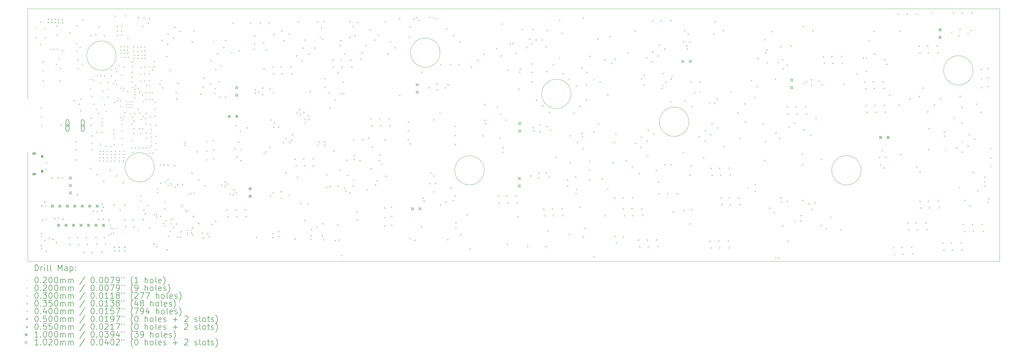
<source format=gbr>
%TF.GenerationSoftware,KiCad,Pcbnew,(6.0.10)*%
%TF.CreationDate,2024-12-09T21:14:42+01:00*%
%TF.ProjectId,3_12_2024_MainBoardMCUwInstruments,335f3132-5f32-4303-9234-5f4d61696e42,rev?*%
%TF.SameCoordinates,Original*%
%TF.FileFunction,Drillmap*%
%TF.FilePolarity,Positive*%
%FSLAX45Y45*%
G04 Gerber Fmt 4.5, Leading zero omitted, Abs format (unit mm)*
G04 Created by KiCad (PCBNEW (6.0.10)) date 2024-12-09 21:14:42*
%MOMM*%
%LPD*%
G01*
G04 APERTURE LIST*
%ADD10C,0.100000*%
%ADD11C,0.200000*%
%ADD12C,0.020000*%
%ADD13C,0.030000*%
%ADD14C,0.035000*%
%ADD15C,0.040000*%
%ADD16C,0.050000*%
%ADD17C,0.055000*%
%ADD18C,0.102000*%
G04 APERTURE END LIST*
D10*
X18650000Y-14250000D02*
G75*
G03*
X18650000Y-14250000I-500000J0D01*
G01*
X37650000Y-21350000D02*
X4650000Y-21350000D01*
X32950000Y-18250000D02*
G75*
G03*
X32950000Y-18250000I-500000J0D01*
G01*
X27100000Y-16600000D02*
G75*
G03*
X27100000Y-16600000I-500000J0D01*
G01*
X23100000Y-15650000D02*
G75*
G03*
X23100000Y-15650000I-500000J0D01*
G01*
X8950000Y-18150000D02*
G75*
G03*
X8950000Y-18150000I-500000J0D01*
G01*
X20150000Y-18250000D02*
G75*
G03*
X20150000Y-18250000I-500000J0D01*
G01*
X4649000Y-17627500D02*
X4650000Y-21350000D01*
X36750000Y-14850000D02*
G75*
G03*
X36750000Y-14850000I-500000J0D01*
G01*
X7650000Y-14350000D02*
G75*
G03*
X7650000Y-14350000I-500000J0D01*
G01*
X4650000Y-12750000D02*
X4649000Y-15827500D01*
X4650000Y-12750000D02*
X37650000Y-12750000D01*
X37650000Y-21350000D02*
X37650000Y-12750000D01*
D11*
D12*
X5235000Y-19456510D02*
X5255000Y-19476510D01*
X5255000Y-19456510D02*
X5235000Y-19476510D01*
X8007500Y-15917500D02*
G75*
G03*
X8007500Y-15917500I-10000J0D01*
G01*
X8007500Y-16015000D02*
G75*
G03*
X8007500Y-16015000I-10000J0D01*
G01*
X8007500Y-16112500D02*
G75*
G03*
X8007500Y-16112500I-10000J0D01*
G01*
X8105000Y-15917500D02*
G75*
G03*
X8105000Y-15917500I-10000J0D01*
G01*
X8105000Y-16015000D02*
G75*
G03*
X8105000Y-16015000I-10000J0D01*
G01*
X8105000Y-16112500D02*
G75*
G03*
X8105000Y-16112500I-10000J0D01*
G01*
X8202500Y-15917500D02*
G75*
G03*
X8202500Y-15917500I-10000J0D01*
G01*
X8202500Y-16015000D02*
G75*
G03*
X8202500Y-16015000I-10000J0D01*
G01*
X8202500Y-16112500D02*
G75*
G03*
X8202500Y-16112500I-10000J0D01*
G01*
D13*
X4930000Y-13410000D02*
X4930000Y-13440000D01*
X4915000Y-13425000D02*
X4945000Y-13425000D01*
X4935000Y-13725000D02*
X4935000Y-13755000D01*
X4920000Y-13740000D02*
X4950000Y-13740000D01*
X5080000Y-13185000D02*
X5080000Y-13215000D01*
X5065000Y-13200000D02*
X5095000Y-13200000D01*
X5080000Y-13950000D02*
X5080000Y-13980000D01*
X5065000Y-13965000D02*
X5095000Y-13965000D01*
X5230000Y-13410000D02*
X5230000Y-13440000D01*
X5215000Y-13425000D02*
X5245000Y-13425000D01*
X5235000Y-13730000D02*
X5235000Y-13760000D01*
X5220000Y-13745000D02*
X5250000Y-13745000D01*
X5263500Y-18195000D02*
X5263500Y-18225000D01*
X5248500Y-18210000D02*
X5278500Y-18210000D01*
X5278497Y-17981250D02*
X5278497Y-18011250D01*
X5263497Y-17996250D02*
X5293497Y-17996250D01*
X5440000Y-14115000D02*
X5440000Y-14145000D01*
X5425000Y-14130000D02*
X5455000Y-14130000D01*
X5540000Y-14120000D02*
X5540000Y-14150000D01*
X5525000Y-14135000D02*
X5555000Y-14135000D01*
X5620000Y-14630000D02*
X5620000Y-14660000D01*
X5605000Y-14645000D02*
X5635000Y-14645000D01*
X5640000Y-13330000D02*
X5640000Y-13360000D01*
X5625000Y-13345000D02*
X5655000Y-13345000D01*
X5640000Y-13635000D02*
X5640000Y-13665000D01*
X5625000Y-13650000D02*
X5655000Y-13650000D01*
X5655000Y-14120000D02*
X5655000Y-14150000D01*
X5640000Y-14135000D02*
X5670000Y-14135000D01*
X5700000Y-14445000D02*
X5700000Y-14475000D01*
X5685000Y-14460000D02*
X5715000Y-14460000D01*
X5755000Y-14780000D02*
X5755000Y-14810000D01*
X5740000Y-14795000D02*
X5770000Y-14795000D01*
X5795000Y-14160000D02*
X5795000Y-14190000D01*
X5780000Y-14175000D02*
X5810000Y-14175000D01*
X5870000Y-14155000D02*
X5870000Y-14185000D01*
X5855000Y-14170000D02*
X5885000Y-14170000D01*
X6300000Y-13920000D02*
X6300000Y-13950000D01*
X6285000Y-13935000D02*
X6315000Y-13935000D01*
X6305000Y-14180000D02*
X6305000Y-14210000D01*
X6290000Y-14195000D02*
X6320000Y-14195000D01*
X6355000Y-14480000D02*
X6355000Y-14510000D01*
X6340000Y-14495000D02*
X6370000Y-14495000D01*
X6360000Y-14775000D02*
X6360000Y-14805000D01*
X6345000Y-14790000D02*
X6375000Y-14790000D01*
X6425000Y-14055000D02*
X6425000Y-14085000D01*
X6410000Y-14070000D02*
X6440000Y-14070000D01*
X6500000Y-14630000D02*
X6500000Y-14660000D01*
X6485000Y-14645000D02*
X6515000Y-14645000D01*
X6780000Y-15465000D02*
X6780000Y-15495000D01*
X6765000Y-15480000D02*
X6795000Y-15480000D01*
X6790000Y-15145000D02*
X6790000Y-15175000D01*
X6775000Y-15160000D02*
X6805000Y-15160000D01*
X6800000Y-16465000D02*
X6800000Y-16495000D01*
X6785000Y-16480000D02*
X6815000Y-16480000D01*
X6800000Y-16700000D02*
X6800000Y-16730000D01*
X6785000Y-16715000D02*
X6815000Y-16715000D01*
X6820000Y-17305000D02*
X6820000Y-17335000D01*
X6805000Y-17320000D02*
X6835000Y-17320000D01*
X6820000Y-17540000D02*
X6820000Y-17570000D01*
X6805000Y-17555000D02*
X6835000Y-17555000D01*
X6827500Y-15715000D02*
X6827500Y-15745000D01*
X6812500Y-15730000D02*
X6842500Y-15730000D01*
X6830000Y-17065000D02*
X6830000Y-17095000D01*
X6815000Y-17080000D02*
X6845000Y-17080000D01*
X6885000Y-15165000D02*
X6885000Y-15195000D01*
X6870000Y-15180000D02*
X6900000Y-15180000D01*
X6902500Y-15982500D02*
X6902500Y-16012500D01*
X6887500Y-15997500D02*
X6917500Y-15997500D01*
X6972500Y-16167500D02*
X6972500Y-16197500D01*
X6957500Y-16182500D02*
X6987500Y-16182500D01*
X6995000Y-16940000D02*
X6995000Y-16970000D01*
X6980000Y-16955000D02*
X7010000Y-16955000D01*
X7015000Y-15015000D02*
X7015000Y-15045000D01*
X7000000Y-15030000D02*
X7030000Y-15030000D01*
X7065000Y-16312500D02*
X7065000Y-16342500D01*
X7050000Y-16327500D02*
X7080000Y-16327500D01*
X7092000Y-17921000D02*
X7092000Y-17951000D01*
X7077000Y-17936000D02*
X7107000Y-17936000D01*
X7097000Y-17697000D02*
X7097000Y-17727000D01*
X7082000Y-17712000D02*
X7112000Y-17712000D01*
X7102000Y-17587000D02*
X7102000Y-17617000D01*
X7087000Y-17602000D02*
X7117000Y-17602000D01*
X7102000Y-17809000D02*
X7102000Y-17839000D01*
X7087000Y-17824000D02*
X7117000Y-17824000D01*
X7115000Y-15270000D02*
X7115000Y-15300000D01*
X7100000Y-15285000D02*
X7130000Y-15285000D01*
X7122500Y-15000000D02*
X7122500Y-15030000D01*
X7107500Y-15015000D02*
X7137500Y-15015000D01*
X7123000Y-17347000D02*
X7123000Y-17377000D01*
X7108000Y-17362000D02*
X7138000Y-17362000D01*
X7170000Y-16710000D02*
X7170000Y-16740000D01*
X7155000Y-16725000D02*
X7185000Y-16725000D01*
X7170000Y-16945000D02*
X7170000Y-16975000D01*
X7155000Y-16960000D02*
X7185000Y-16960000D01*
X7172500Y-16602500D02*
X7172500Y-16632500D01*
X7157500Y-16617500D02*
X7187500Y-16617500D01*
X7180000Y-16470000D02*
X7180000Y-16500000D01*
X7165000Y-16485000D02*
X7195000Y-16485000D01*
X7185000Y-15780000D02*
X7185000Y-15810000D01*
X7170000Y-15795000D02*
X7200000Y-15795000D01*
X7191940Y-15547189D02*
X7191940Y-15577189D01*
X7176940Y-15562189D02*
X7206940Y-15562189D01*
X7210000Y-17923000D02*
X7210000Y-17953000D01*
X7195000Y-17938000D02*
X7225000Y-17938000D01*
X7215000Y-17699000D02*
X7215000Y-17729000D01*
X7200000Y-17714000D02*
X7230000Y-17714000D01*
X7220000Y-17589000D02*
X7220000Y-17619000D01*
X7205000Y-17604000D02*
X7235000Y-17604000D01*
X7220000Y-17811000D02*
X7220000Y-17841000D01*
X7205000Y-17826000D02*
X7235000Y-17826000D01*
X7255000Y-15025000D02*
X7255000Y-15055000D01*
X7240000Y-15040000D02*
X7270000Y-15040000D01*
X7265000Y-16010000D02*
X7265000Y-16040000D01*
X7250000Y-16025000D02*
X7280000Y-16025000D01*
X7300000Y-17420000D02*
X7300000Y-17450000D01*
X7285000Y-17435000D02*
X7315000Y-17435000D01*
X7315000Y-16230000D02*
X7315000Y-16260000D01*
X7300000Y-16245000D02*
X7330000Y-16245000D01*
X7334000Y-17923000D02*
X7334000Y-17953000D01*
X7319000Y-17938000D02*
X7349000Y-17938000D01*
X7339000Y-17699000D02*
X7339000Y-17729000D01*
X7324000Y-17714000D02*
X7354000Y-17714000D01*
X7344000Y-17589000D02*
X7344000Y-17619000D01*
X7329000Y-17604000D02*
X7359000Y-17604000D01*
X7344000Y-17811000D02*
X7344000Y-17841000D01*
X7329000Y-17826000D02*
X7359000Y-17826000D01*
X7370391Y-15237114D02*
X7370391Y-15267114D01*
X7355391Y-15252114D02*
X7385391Y-15252114D01*
X7375000Y-15740000D02*
X7375000Y-15770000D01*
X7360000Y-15755000D02*
X7390000Y-15755000D01*
X7375454Y-15483909D02*
X7375454Y-15513909D01*
X7360454Y-15498909D02*
X7390454Y-15498909D01*
X7415000Y-20431700D02*
X7415000Y-20461700D01*
X7400000Y-20446700D02*
X7430000Y-20446700D01*
X7467000Y-17425000D02*
X7467000Y-17455000D01*
X7452000Y-17440000D02*
X7482000Y-17440000D01*
X7471000Y-17922000D02*
X7471000Y-17952000D01*
X7456000Y-17937000D02*
X7486000Y-17937000D01*
X7472813Y-20206440D02*
X7472813Y-20236440D01*
X7457813Y-20221440D02*
X7487813Y-20221440D01*
X7476000Y-17698000D02*
X7476000Y-17728000D01*
X7461000Y-17713000D02*
X7491000Y-17713000D01*
X7480000Y-14815000D02*
X7480000Y-14845000D01*
X7465000Y-14830000D02*
X7495000Y-14830000D01*
X7481000Y-17588000D02*
X7481000Y-17618000D01*
X7466000Y-17603000D02*
X7496000Y-17603000D01*
X7481000Y-17810000D02*
X7481000Y-17840000D01*
X7466000Y-17825000D02*
X7496000Y-17825000D01*
X7487500Y-20399000D02*
X7487500Y-20429000D01*
X7472500Y-20414000D02*
X7502500Y-20414000D01*
X7490000Y-15025000D02*
X7490000Y-15055000D01*
X7475000Y-15040000D02*
X7505000Y-15040000D01*
X7542500Y-20212500D02*
X7542500Y-20242500D01*
X7527500Y-20227500D02*
X7557500Y-20227500D01*
X7550000Y-15290000D02*
X7550000Y-15320000D01*
X7535000Y-15305000D02*
X7565000Y-15305000D01*
X7557500Y-20366300D02*
X7557500Y-20396300D01*
X7542500Y-20381300D02*
X7572500Y-20381300D01*
X7560000Y-16985000D02*
X7560000Y-17015000D01*
X7545000Y-17000000D02*
X7575000Y-17000000D01*
X7570000Y-16845000D02*
X7570000Y-16875000D01*
X7555000Y-16860000D02*
X7585000Y-16860000D01*
X7585000Y-17360000D02*
X7585000Y-17390000D01*
X7570000Y-17375000D02*
X7600000Y-17375000D01*
X7590000Y-17135000D02*
X7590000Y-17165000D01*
X7575000Y-17150000D02*
X7605000Y-17150000D01*
X7605000Y-15915000D02*
X7605000Y-15945000D01*
X7590000Y-15930000D02*
X7620000Y-15930000D01*
X7606000Y-17922000D02*
X7606000Y-17952000D01*
X7591000Y-17937000D02*
X7621000Y-17937000D01*
X7611000Y-17698000D02*
X7611000Y-17728000D01*
X7596000Y-17713000D02*
X7626000Y-17713000D01*
X7616000Y-17588000D02*
X7616000Y-17618000D01*
X7601000Y-17603000D02*
X7631000Y-17603000D01*
X7616000Y-17810000D02*
X7616000Y-17840000D01*
X7601000Y-17825000D02*
X7631000Y-17825000D01*
X7626045Y-15178896D02*
X7626045Y-15208896D01*
X7611045Y-15193896D02*
X7641045Y-15193896D01*
X7637500Y-14772500D02*
X7637500Y-14802500D01*
X7622500Y-14787500D02*
X7652500Y-14787500D01*
X7646500Y-20211000D02*
X7646500Y-20241000D01*
X7631500Y-20226000D02*
X7661500Y-20226000D01*
X7655000Y-14880000D02*
X7655000Y-14910000D01*
X7640000Y-14895000D02*
X7670000Y-14895000D01*
X7670000Y-15310000D02*
X7670000Y-15340000D01*
X7655000Y-15325000D02*
X7685000Y-15325000D01*
X7685000Y-15860000D02*
X7685000Y-15890000D01*
X7670000Y-15875000D02*
X7700000Y-15875000D01*
X7715000Y-15785000D02*
X7715000Y-15815000D01*
X7700000Y-15800000D02*
X7730000Y-15800000D01*
X7740000Y-14665000D02*
X7740000Y-14695000D01*
X7725000Y-14680000D02*
X7755000Y-14680000D01*
X7759000Y-17918000D02*
X7759000Y-17948000D01*
X7744000Y-17933000D02*
X7774000Y-17933000D01*
X7764000Y-17694000D02*
X7764000Y-17724000D01*
X7749000Y-17709000D02*
X7779000Y-17709000D01*
X7769000Y-17584000D02*
X7769000Y-17614000D01*
X7754000Y-17599000D02*
X7784000Y-17599000D01*
X7769000Y-17806000D02*
X7769000Y-17836000D01*
X7754000Y-17821000D02*
X7784000Y-17821000D01*
X7785000Y-15870000D02*
X7785000Y-15900000D01*
X7770000Y-15885000D02*
X7800000Y-15885000D01*
X7792500Y-16432500D02*
X7792500Y-16462500D01*
X7777500Y-16447500D02*
X7807500Y-16447500D01*
X7802000Y-14147000D02*
X7802000Y-14177000D01*
X7787000Y-14162000D02*
X7817000Y-14162000D01*
X7805000Y-15435000D02*
X7805000Y-15465000D01*
X7790000Y-15450000D02*
X7820000Y-15450000D01*
X7811000Y-14033000D02*
X7811000Y-14063000D01*
X7796000Y-14048000D02*
X7826000Y-14048000D01*
X7812558Y-16067855D02*
X7812558Y-16097855D01*
X7797558Y-16082855D02*
X7827558Y-16082855D01*
X7814000Y-14255000D02*
X7814000Y-14285000D01*
X7799000Y-14270000D02*
X7829000Y-14270000D01*
X7829000Y-14392000D02*
X7829000Y-14422000D01*
X7814000Y-14407000D02*
X7844000Y-14407000D01*
X7835000Y-14990000D02*
X7835000Y-15020000D01*
X7820000Y-15005000D02*
X7850000Y-15005000D01*
X7840000Y-16675000D02*
X7840000Y-16705000D01*
X7825000Y-16690000D02*
X7855000Y-16690000D01*
X7845000Y-16905000D02*
X7845000Y-16935000D01*
X7830000Y-16920000D02*
X7860000Y-16920000D01*
X7845000Y-17145000D02*
X7845000Y-17175000D01*
X7830000Y-17160000D02*
X7860000Y-17160000D01*
X7845000Y-17350000D02*
X7845000Y-17380000D01*
X7830000Y-17365000D02*
X7860000Y-17365000D01*
X7865000Y-16525000D02*
X7865000Y-16555000D01*
X7850000Y-16540000D02*
X7880000Y-16540000D01*
X7885000Y-16430000D02*
X7885000Y-16460000D01*
X7870000Y-16445000D02*
X7900000Y-16445000D01*
X7895000Y-15520000D02*
X7895000Y-15550000D01*
X7880000Y-15535000D02*
X7910000Y-15535000D01*
X7897500Y-15440000D02*
X7897500Y-15470000D01*
X7882500Y-15455000D02*
X7912500Y-15455000D01*
X7901000Y-17913000D02*
X7901000Y-17943000D01*
X7886000Y-17928000D02*
X7916000Y-17928000D01*
X7906000Y-17689000D02*
X7906000Y-17719000D01*
X7891000Y-17704000D02*
X7921000Y-17704000D01*
X7911000Y-17579000D02*
X7911000Y-17609000D01*
X7896000Y-17594000D02*
X7926000Y-17594000D01*
X7911000Y-17801000D02*
X7911000Y-17831000D01*
X7896000Y-17816000D02*
X7926000Y-17816000D01*
X7915871Y-14724541D02*
X7915871Y-14754541D01*
X7900871Y-14739541D02*
X7930871Y-14739541D01*
X7924000Y-14142000D02*
X7924000Y-14172000D01*
X7909000Y-14157000D02*
X7939000Y-14157000D01*
X7933000Y-14028000D02*
X7933000Y-14058000D01*
X7918000Y-14043000D02*
X7948000Y-14043000D01*
X7936000Y-14250000D02*
X7936000Y-14280000D01*
X7921000Y-14265000D02*
X7951000Y-14265000D01*
X7940851Y-16279035D02*
X7940851Y-16309035D01*
X7925851Y-16294035D02*
X7955851Y-16294035D01*
X7951000Y-14387000D02*
X7951000Y-14417000D01*
X7936000Y-14402000D02*
X7966000Y-14402000D01*
X8033000Y-14139000D02*
X8033000Y-14169000D01*
X8018000Y-14154000D02*
X8048000Y-14154000D01*
X8042000Y-14025000D02*
X8042000Y-14055000D01*
X8027000Y-14040000D02*
X8057000Y-14040000D01*
X8045000Y-14247000D02*
X8045000Y-14277000D01*
X8030000Y-14262000D02*
X8060000Y-14262000D01*
X8045000Y-15560000D02*
X8045000Y-15590000D01*
X8030000Y-15575000D02*
X8060000Y-15575000D01*
X8060000Y-14384000D02*
X8060000Y-14414000D01*
X8045000Y-14399000D02*
X8075000Y-14399000D01*
X8130000Y-16315000D02*
X8130000Y-16345000D01*
X8115000Y-16330000D02*
X8145000Y-16330000D01*
X8175000Y-17235000D02*
X8175000Y-17265000D01*
X8160000Y-17250000D02*
X8190000Y-17250000D01*
X8180000Y-16670000D02*
X8180000Y-16700000D01*
X8165000Y-16685000D02*
X8195000Y-16685000D01*
X8180000Y-17480000D02*
X8180000Y-17510000D01*
X8165000Y-17495000D02*
X8195000Y-17495000D01*
X8185000Y-14905000D02*
X8185000Y-14935000D01*
X8170000Y-14920000D02*
X8200000Y-14920000D01*
X8185000Y-15075000D02*
X8185000Y-15105000D01*
X8170000Y-15090000D02*
X8200000Y-15090000D01*
X8185000Y-15215000D02*
X8185000Y-15245000D01*
X8170000Y-15230000D02*
X8200000Y-15230000D01*
X8195000Y-14555000D02*
X8195000Y-14585000D01*
X8180000Y-14570000D02*
X8210000Y-14570000D01*
X8195753Y-16429399D02*
X8195753Y-16459399D01*
X8180753Y-16444399D02*
X8210753Y-16444399D01*
X8200000Y-14710000D02*
X8200000Y-14740000D01*
X8185000Y-14725000D02*
X8215000Y-14725000D01*
X8205000Y-17623000D02*
X8205000Y-17653000D01*
X8190000Y-17638000D02*
X8220000Y-17638000D01*
X8217500Y-15415000D02*
X8217500Y-15445000D01*
X8202500Y-15430000D02*
X8232500Y-15430000D01*
X8238000Y-14040000D02*
X8238000Y-14070000D01*
X8223000Y-14055000D02*
X8253000Y-14055000D01*
X8238000Y-14181000D02*
X8238000Y-14211000D01*
X8223000Y-14196000D02*
X8253000Y-14196000D01*
X8245000Y-16990000D02*
X8245000Y-17020000D01*
X8230000Y-17005000D02*
X8260000Y-17005000D01*
X8255000Y-16555000D02*
X8255000Y-16585000D01*
X8240000Y-16570000D02*
X8270000Y-16570000D01*
X8255237Y-16812880D02*
X8255237Y-16842880D01*
X8240237Y-16827880D02*
X8270237Y-16827880D01*
X8257000Y-14428000D02*
X8257000Y-14458000D01*
X8242000Y-14443000D02*
X8272000Y-14443000D01*
X8260000Y-14316000D02*
X8260000Y-14346000D01*
X8245000Y-14331000D02*
X8275000Y-14331000D01*
X8265000Y-16300000D02*
X8265000Y-16330000D01*
X8250000Y-16315000D02*
X8280000Y-16315000D01*
X8285000Y-15570000D02*
X8285000Y-15600000D01*
X8270000Y-15585000D02*
X8300000Y-15585000D01*
X8285000Y-15662500D02*
X8285000Y-15692500D01*
X8270000Y-15677500D02*
X8300000Y-15677500D01*
X8285000Y-15765000D02*
X8285000Y-15795000D01*
X8270000Y-15780000D02*
X8300000Y-15780000D01*
X8290000Y-15480000D02*
X8290000Y-15510000D01*
X8275000Y-15495000D02*
X8305000Y-15495000D01*
X8305000Y-17470000D02*
X8305000Y-17500000D01*
X8290000Y-17485000D02*
X8320000Y-17485000D01*
X8317500Y-15360000D02*
X8317500Y-15390000D01*
X8302500Y-15375000D02*
X8332500Y-15375000D01*
X8378000Y-14044000D02*
X8378000Y-14074000D01*
X8363000Y-14059000D02*
X8393000Y-14059000D01*
X8378000Y-14185000D02*
X8378000Y-14215000D01*
X8363000Y-14200000D02*
X8393000Y-14200000D01*
X8387500Y-20287500D02*
X8387500Y-20317500D01*
X8372500Y-20302500D02*
X8402500Y-20302500D01*
X8390000Y-16155000D02*
X8390000Y-16185000D01*
X8375000Y-16170000D02*
X8405000Y-16170000D01*
X8395000Y-15445000D02*
X8395000Y-15475000D01*
X8380000Y-15460000D02*
X8410000Y-15460000D01*
X8397000Y-14432000D02*
X8397000Y-14462000D01*
X8382000Y-14447000D02*
X8412000Y-14447000D01*
X8400000Y-14320000D02*
X8400000Y-14350000D01*
X8385000Y-14335000D02*
X8415000Y-14335000D01*
X8420000Y-17475000D02*
X8420000Y-17505000D01*
X8405000Y-17490000D02*
X8435000Y-17490000D01*
X8445000Y-16820000D02*
X8445000Y-16850000D01*
X8430000Y-16835000D02*
X8460000Y-16835000D01*
X8455000Y-15565000D02*
X8455000Y-15595000D01*
X8440000Y-15580000D02*
X8470000Y-15580000D01*
X8460000Y-16285000D02*
X8460000Y-16315000D01*
X8445000Y-16300000D02*
X8475000Y-16300000D01*
X8475000Y-17000000D02*
X8475000Y-17030000D01*
X8460000Y-17015000D02*
X8490000Y-17015000D01*
X8480000Y-14970000D02*
X8480000Y-15000000D01*
X8465000Y-14985000D02*
X8495000Y-14985000D01*
X8480000Y-15205000D02*
X8480000Y-15235000D01*
X8465000Y-15220000D02*
X8495000Y-15220000D01*
X8485000Y-19120800D02*
X8485000Y-19150800D01*
X8470000Y-19135800D02*
X8500000Y-19135800D01*
X8485000Y-19290000D02*
X8485000Y-19320000D01*
X8470000Y-19305000D02*
X8500000Y-19305000D01*
X8490000Y-14730000D02*
X8490000Y-14760000D01*
X8475000Y-14745000D02*
X8505000Y-14745000D01*
X8490000Y-16500000D02*
X8490000Y-16530000D01*
X8475000Y-16515000D02*
X8505000Y-16515000D01*
X8500000Y-14039000D02*
X8500000Y-14069000D01*
X8485000Y-14054000D02*
X8515000Y-14054000D01*
X8500000Y-14180000D02*
X8500000Y-14210000D01*
X8485000Y-14195000D02*
X8515000Y-14195000D01*
X8519000Y-14427000D02*
X8519000Y-14457000D01*
X8504000Y-14442000D02*
X8534000Y-14442000D01*
X8522000Y-14315000D02*
X8522000Y-14345000D01*
X8507000Y-14330000D02*
X8537000Y-14330000D01*
X8545000Y-15665000D02*
X8545000Y-15695000D01*
X8530000Y-15680000D02*
X8560000Y-15680000D01*
X8550000Y-16825000D02*
X8550000Y-16855000D01*
X8535000Y-16840000D02*
X8565000Y-16840000D01*
X8550000Y-17470000D02*
X8550000Y-17500000D01*
X8535000Y-17485000D02*
X8565000Y-17485000D01*
X8565000Y-16400000D02*
X8565000Y-16430000D01*
X8550000Y-16415000D02*
X8580000Y-16415000D01*
X8585000Y-15895000D02*
X8585000Y-15925000D01*
X8570000Y-15910000D02*
X8600000Y-15910000D01*
X8609000Y-14036000D02*
X8609000Y-14066000D01*
X8594000Y-14051000D02*
X8624000Y-14051000D01*
X8609000Y-14177000D02*
X8609000Y-14207000D01*
X8594000Y-14192000D02*
X8624000Y-14192000D01*
X8615000Y-14955000D02*
X8615000Y-14985000D01*
X8600000Y-14970000D02*
X8630000Y-14970000D01*
X8615000Y-15190000D02*
X8615000Y-15220000D01*
X8600000Y-15205000D02*
X8630000Y-15205000D01*
X8625000Y-14715000D02*
X8625000Y-14745000D01*
X8610000Y-14730000D02*
X8640000Y-14730000D01*
X8628000Y-14424000D02*
X8628000Y-14454000D01*
X8613000Y-14439000D02*
X8643000Y-14439000D01*
X8631000Y-14312000D02*
X8631000Y-14342000D01*
X8616000Y-14327000D02*
X8646000Y-14327000D01*
X8650000Y-16475000D02*
X8650000Y-16505000D01*
X8635000Y-16490000D02*
X8665000Y-16490000D01*
X8660000Y-16660000D02*
X8660000Y-16690000D01*
X8645000Y-16675000D02*
X8675000Y-16675000D01*
X8665000Y-15585000D02*
X8665000Y-15615000D01*
X8650000Y-15600000D02*
X8680000Y-15600000D01*
X8665000Y-15820000D02*
X8665000Y-15850000D01*
X8650000Y-15835000D02*
X8680000Y-15835000D01*
X8665296Y-16304103D02*
X8665296Y-16334103D01*
X8650296Y-16319103D02*
X8680296Y-16319103D01*
X8670000Y-16965000D02*
X8670000Y-16995000D01*
X8655000Y-16980000D02*
X8685000Y-16980000D01*
X8670000Y-17470000D02*
X8670000Y-17500000D01*
X8655000Y-17485000D02*
X8685000Y-17485000D01*
X8675000Y-15345000D02*
X8675000Y-15375000D01*
X8660000Y-15360000D02*
X8690000Y-15360000D01*
X8685546Y-17145737D02*
X8685546Y-17175737D01*
X8670546Y-17160737D02*
X8700546Y-17160737D01*
X8765000Y-17460000D02*
X8765000Y-17490000D01*
X8750000Y-17475000D02*
X8780000Y-17475000D01*
X8770000Y-14945000D02*
X8770000Y-14975000D01*
X8755000Y-14960000D02*
X8785000Y-14960000D01*
X8770000Y-15180000D02*
X8770000Y-15210000D01*
X8755000Y-15195000D02*
X8785000Y-15195000D01*
X8780000Y-14705000D02*
X8780000Y-14735000D01*
X8765000Y-14720000D02*
X8795000Y-14720000D01*
X8785000Y-15590000D02*
X8785000Y-15620000D01*
X8770000Y-15605000D02*
X8800000Y-15605000D01*
X8785000Y-15825000D02*
X8785000Y-15855000D01*
X8770000Y-15840000D02*
X8800000Y-15840000D01*
X8785000Y-17655000D02*
X8785000Y-17685000D01*
X8770000Y-17670000D02*
X8800000Y-17670000D01*
X8787765Y-20195922D02*
X8787765Y-20225922D01*
X8772765Y-20210922D02*
X8802765Y-20210922D01*
X8795000Y-15350000D02*
X8795000Y-15380000D01*
X8780000Y-15365000D02*
X8810000Y-15365000D01*
X8800716Y-16419274D02*
X8800716Y-16449274D01*
X8785716Y-16434274D02*
X8815716Y-16434274D01*
X8815904Y-16683788D02*
X8815904Y-16713788D01*
X8800904Y-16698788D02*
X8830904Y-16698788D01*
X8825000Y-16979941D02*
X8825000Y-17009941D01*
X8810000Y-16994941D02*
X8840000Y-16994941D01*
X8840000Y-17400000D02*
X8840000Y-17430000D01*
X8825000Y-17415000D02*
X8855000Y-17415000D01*
X8845013Y-16844521D02*
X8845013Y-16874521D01*
X8830013Y-16859521D02*
X8860013Y-16859521D01*
X8846279Y-17101440D02*
X8846279Y-17131440D01*
X8831279Y-17116440D02*
X8861279Y-17116440D01*
X8850075Y-17244454D02*
X8850075Y-17274454D01*
X8835075Y-17259454D02*
X8865075Y-17259454D01*
X8875000Y-15595000D02*
X8875000Y-15625000D01*
X8860000Y-15610000D02*
X8890000Y-15610000D01*
X8875000Y-15830000D02*
X8875000Y-15860000D01*
X8860000Y-15845000D02*
X8890000Y-15845000D01*
X8897500Y-17652500D02*
X8897500Y-17682500D01*
X8882500Y-17667500D02*
X8912500Y-17667500D01*
X8930000Y-14710000D02*
X8930000Y-14740000D01*
X8915000Y-14725000D02*
X8945000Y-14725000D01*
X8939975Y-19747475D02*
X8939975Y-19777475D01*
X8924975Y-19762475D02*
X8954975Y-19762475D01*
X8965000Y-16160000D02*
X8965000Y-16190000D01*
X8950000Y-16175000D02*
X8980000Y-16175000D01*
X8965000Y-16395000D02*
X8965000Y-16425000D01*
X8950000Y-16410000D02*
X8980000Y-16410000D01*
X8975000Y-15920000D02*
X8975000Y-15950000D01*
X8960000Y-15935000D02*
X8990000Y-15935000D01*
X8995000Y-17315000D02*
X8995000Y-17345000D01*
X8980000Y-17330000D02*
X9010000Y-17330000D01*
X8995000Y-17550000D02*
X8995000Y-17580000D01*
X8980000Y-17565000D02*
X9010000Y-17565000D01*
X9000000Y-16710000D02*
X9000000Y-16740000D01*
X8985000Y-16725000D02*
X9015000Y-16725000D01*
X9005000Y-17075000D02*
X9005000Y-17105000D01*
X8990000Y-17090000D02*
X9020000Y-17090000D01*
X9015000Y-19745000D02*
X9015000Y-19775000D01*
X9000000Y-19760000D02*
X9030000Y-19760000D01*
X9017500Y-19817500D02*
X9017500Y-19847500D01*
X9002500Y-19832500D02*
X9032500Y-19832500D01*
X9057500Y-18857350D02*
X9057500Y-18887350D01*
X9042500Y-18872350D02*
X9072500Y-18872350D01*
X9057500Y-18997650D02*
X9057500Y-19027650D01*
X9042500Y-19012650D02*
X9072500Y-19012650D01*
X9160000Y-19797500D02*
X9160000Y-19827500D01*
X9145000Y-19812500D02*
X9175000Y-19812500D01*
X9252500Y-20042500D02*
X9252500Y-20072500D01*
X9237500Y-20057500D02*
X9267500Y-20057500D01*
X9306645Y-18650530D02*
X9306645Y-18680530D01*
X9291645Y-18665530D02*
X9321645Y-18665530D01*
X9308504Y-20120000D02*
X9308504Y-20150000D01*
X9293504Y-20135000D02*
X9323504Y-20135000D01*
X9342500Y-19952500D02*
X9342500Y-19982500D01*
X9327500Y-19967500D02*
X9357500Y-19967500D01*
X9357500Y-18602500D02*
X9357500Y-18632500D01*
X9342500Y-18617500D02*
X9372500Y-18617500D01*
X9410935Y-18557358D02*
X9410935Y-18587358D01*
X9395935Y-18572358D02*
X9425935Y-18572358D01*
X9412641Y-18754066D02*
X9412641Y-18784066D01*
X9397641Y-18769066D02*
X9427641Y-18769066D01*
X9439050Y-20482500D02*
X9439050Y-20512500D01*
X9424050Y-20497500D02*
X9454050Y-20497500D01*
X9479667Y-20311062D02*
X9479667Y-20341062D01*
X9464667Y-20326062D02*
X9494667Y-20326062D01*
X9498354Y-18668354D02*
X9498354Y-18698354D01*
X9483354Y-18683354D02*
X9513354Y-18683354D01*
X9519959Y-19912273D02*
X9519959Y-19942273D01*
X9504959Y-19927273D02*
X9534959Y-19927273D01*
X9520068Y-20052383D02*
X9520068Y-20082383D01*
X9505068Y-20067383D02*
X9535068Y-20067383D01*
X9525000Y-18750000D02*
X9525000Y-18780000D01*
X9510000Y-18765000D02*
X9540000Y-18765000D01*
X9576864Y-19871593D02*
X9576864Y-19901593D01*
X9561864Y-19886593D02*
X9591864Y-19886593D01*
X9600772Y-20178689D02*
X9600772Y-20208689D01*
X9585772Y-20193689D02*
X9615772Y-20193689D01*
X9700000Y-20062500D02*
X9700000Y-20092500D01*
X9685000Y-20077500D02*
X9715000Y-20077500D01*
X9742500Y-20500000D02*
X9742500Y-20530000D01*
X9727500Y-20515000D02*
X9757500Y-20515000D01*
X9840000Y-20517500D02*
X9840000Y-20547500D01*
X9825000Y-20532500D02*
X9855000Y-20532500D01*
X9866199Y-19421798D02*
X9866199Y-19451798D01*
X9851199Y-19436798D02*
X9881199Y-19436798D01*
X9905000Y-19480000D02*
X9905000Y-19510000D01*
X9890000Y-19495000D02*
X9920000Y-19495000D01*
X10005000Y-19585000D02*
X10005000Y-19615000D01*
X9990000Y-19600000D02*
X10020000Y-19600000D01*
X10056968Y-19631823D02*
X10056968Y-19661823D01*
X10041968Y-19646823D02*
X10071968Y-19646823D01*
X10062464Y-20432443D02*
X10062464Y-20462443D01*
X10047464Y-20447443D02*
X10077464Y-20447443D01*
X10063500Y-20272500D02*
X10063500Y-20302500D01*
X10048500Y-20287500D02*
X10078500Y-20287500D01*
X10063500Y-20362500D02*
X10063500Y-20392500D01*
X10048500Y-20377500D02*
X10078500Y-20377500D01*
X10118725Y-19043725D02*
X10118725Y-19073725D01*
X10103725Y-19058725D02*
X10133725Y-19058725D01*
X10198800Y-20357500D02*
X10198800Y-20387500D01*
X10183800Y-20372500D02*
X10213800Y-20372500D01*
X10205000Y-20277500D02*
X10205000Y-20307500D01*
X10190000Y-20292500D02*
X10220000Y-20292500D01*
X10210000Y-19025000D02*
X10210000Y-19055000D01*
X10195000Y-19040000D02*
X10225000Y-19040000D01*
X10233800Y-20427500D02*
X10233800Y-20457500D01*
X10218800Y-20442500D02*
X10248800Y-20442500D01*
X10298775Y-19008775D02*
X10298775Y-19038775D01*
X10283775Y-19023775D02*
X10313775Y-19023775D01*
X10395000Y-17607500D02*
X10395000Y-17637500D01*
X10380000Y-17622500D02*
X10410000Y-17622500D01*
X12671225Y-17671225D02*
X12671225Y-17701225D01*
X12656225Y-17686225D02*
X12686225Y-17686225D01*
X12732475Y-17609975D02*
X12732475Y-17639975D01*
X12717475Y-17624975D02*
X12747475Y-17624975D01*
X14582500Y-13705000D02*
X14582500Y-13735000D01*
X14567500Y-13720000D02*
X14597500Y-13720000D01*
X14660000Y-13780000D02*
X14660000Y-13810000D01*
X14645000Y-13795000D02*
X14675000Y-13795000D01*
X29095000Y-18837500D02*
X29095000Y-18867500D01*
X29080000Y-18852500D02*
X29110000Y-18852500D01*
X29344460Y-18722550D02*
X29344460Y-18752550D01*
X29329460Y-18737550D02*
X29359460Y-18737550D01*
X29352500Y-18945500D02*
X29352500Y-18975500D01*
X29337500Y-18960500D02*
X29367500Y-18960500D01*
X31275000Y-19562500D02*
X31275000Y-19592500D01*
X31260000Y-19577500D02*
X31290000Y-19577500D01*
X31760000Y-20212500D02*
X31760000Y-20242500D01*
X31745000Y-20227500D02*
X31775000Y-20227500D01*
X32802500Y-14952500D02*
X32802500Y-14982500D01*
X32787500Y-14967500D02*
X32817500Y-14967500D01*
X35810000Y-17552500D02*
X35810000Y-17582500D01*
X35795000Y-17567500D02*
X35825000Y-17567500D01*
D14*
X5138375Y-19474375D02*
X5138375Y-19449626D01*
X5113626Y-19449626D01*
X5113626Y-19474375D01*
X5138375Y-19474375D01*
X5235375Y-19342375D02*
X5235375Y-19317626D01*
X5210626Y-19317626D01*
X5210626Y-19342375D01*
X5235375Y-19342375D01*
X5359875Y-13122374D02*
X5359875Y-13097625D01*
X5335126Y-13097625D01*
X5335126Y-13122374D01*
X5359875Y-13122374D01*
X5362375Y-13232374D02*
X5362375Y-13207625D01*
X5337626Y-13207625D01*
X5337626Y-13232374D01*
X5362375Y-13232374D01*
X5469875Y-13229874D02*
X5469875Y-13205125D01*
X5445126Y-13205125D01*
X5445126Y-13229874D01*
X5469875Y-13229874D01*
X5477375Y-13124874D02*
X5477375Y-13100125D01*
X5452626Y-13100125D01*
X5452626Y-13124874D01*
X5477375Y-13124874D01*
X5484375Y-18514375D02*
X5484375Y-18489626D01*
X5459626Y-18489626D01*
X5459626Y-18514375D01*
X5484375Y-18514375D01*
X5579375Y-19906375D02*
X5579375Y-19881626D01*
X5554626Y-19881626D01*
X5554626Y-19906375D01*
X5579375Y-19906375D01*
X5579875Y-13232374D02*
X5579875Y-13207625D01*
X5555126Y-13207625D01*
X5555126Y-13232374D01*
X5579875Y-13232374D01*
X5602374Y-13127374D02*
X5602374Y-13102625D01*
X5577626Y-13102625D01*
X5577626Y-13127374D01*
X5602374Y-13127374D01*
X5633374Y-20716375D02*
X5633374Y-20691626D01*
X5608625Y-20691626D01*
X5608625Y-20716375D01*
X5633374Y-20716375D01*
X5690374Y-18514375D02*
X5690374Y-18489626D01*
X5665625Y-18489626D01*
X5665625Y-18514375D01*
X5690374Y-18514375D01*
X5702374Y-13129874D02*
X5702374Y-13105125D01*
X5677625Y-13105125D01*
X5677625Y-13129874D01*
X5702374Y-13129874D01*
X5709874Y-13239874D02*
X5709874Y-13215125D01*
X5685125Y-13215125D01*
X5685125Y-13239874D01*
X5709874Y-13239874D01*
X5834874Y-13129874D02*
X5834874Y-13105125D01*
X5810125Y-13105125D01*
X5810125Y-13129874D01*
X5834874Y-13129874D01*
X5839874Y-13239874D02*
X5839874Y-13215125D01*
X5815125Y-13215125D01*
X5815125Y-13239874D01*
X5839874Y-13239874D01*
X5847374Y-19920375D02*
X5847374Y-19895626D01*
X5822625Y-19895626D01*
X5822625Y-19920375D01*
X5847374Y-19920375D01*
X6340374Y-19090375D02*
X6340374Y-19065626D01*
X6315625Y-19065626D01*
X6315625Y-19090375D01*
X6340374Y-19090375D01*
X6882374Y-19652375D02*
X6882374Y-19627626D01*
X6857625Y-19627626D01*
X6857625Y-19652375D01*
X6882374Y-19652375D01*
X7063374Y-19934375D02*
X7063374Y-19909626D01*
X7038625Y-19909626D01*
X7038625Y-19934375D01*
X7063374Y-19934375D01*
X7180374Y-19636375D02*
X7180374Y-19611626D01*
X7155625Y-19611626D01*
X7155625Y-19636375D01*
X7180374Y-19636375D01*
X7185374Y-19396375D02*
X7185374Y-19371626D01*
X7160625Y-19371626D01*
X7160625Y-19396375D01*
X7185374Y-19396375D01*
X7217374Y-19520375D02*
X7217374Y-19495626D01*
X7192625Y-19495626D01*
X7192625Y-19520375D01*
X7217374Y-19520375D01*
X7226374Y-19923375D02*
X7226374Y-19898626D01*
X7201625Y-19898626D01*
X7201625Y-19923375D01*
X7226374Y-19923375D01*
X7412374Y-19954375D02*
X7412374Y-19929626D01*
X7387625Y-19929626D01*
X7387625Y-19954375D01*
X7412374Y-19954375D01*
X7603374Y-20874375D02*
X7603374Y-20849626D01*
X7578625Y-20849626D01*
X7578625Y-20874375D01*
X7603374Y-20874375D01*
X7620374Y-21005375D02*
X7620374Y-20980626D01*
X7595625Y-20980626D01*
X7595625Y-21005375D01*
X7620374Y-21005375D01*
X7761374Y-20880375D02*
X7761374Y-20855626D01*
X7736625Y-20855626D01*
X7736625Y-20880375D01*
X7761374Y-20880375D01*
X7769374Y-21000375D02*
X7769374Y-20975626D01*
X7744625Y-20975626D01*
X7744625Y-21000375D01*
X7769374Y-21000375D01*
X7946374Y-21002375D02*
X7946374Y-20977626D01*
X7921625Y-20977626D01*
X7921625Y-21002375D01*
X7946374Y-21002375D01*
X7956374Y-20881375D02*
X7956374Y-20856626D01*
X7931625Y-20856626D01*
X7931625Y-20881375D01*
X7956374Y-20881375D01*
X8577375Y-19943375D02*
X8577375Y-19918626D01*
X8552626Y-19918626D01*
X8552626Y-19943375D01*
X8577375Y-19943375D01*
X8605375Y-19613375D02*
X8605375Y-19588626D01*
X8580626Y-19588626D01*
X8580626Y-19613375D01*
X8605375Y-19613375D01*
X8655375Y-19737375D02*
X8655375Y-19712626D01*
X8630626Y-19712626D01*
X8630626Y-19737375D01*
X8655375Y-19737375D01*
X8950375Y-20768375D02*
X8950375Y-20743626D01*
X8925626Y-20743626D01*
X8925626Y-20768375D01*
X8950375Y-20768375D01*
X9039375Y-20853375D02*
X9039375Y-20828626D01*
X9014626Y-20828626D01*
X9014626Y-20853375D01*
X9039375Y-20853375D01*
X9161375Y-18073575D02*
X9161375Y-18048826D01*
X9136626Y-18048826D01*
X9136626Y-18073575D01*
X9161375Y-18073575D01*
X9290375Y-18073575D02*
X9290375Y-18048826D01*
X9265626Y-18048826D01*
X9265626Y-18073575D01*
X9290375Y-18073575D01*
X9388375Y-20973375D02*
X9388375Y-20948626D01*
X9363626Y-20948626D01*
X9363626Y-20973375D01*
X9388375Y-20973375D01*
X9424256Y-18085911D02*
X9424256Y-18061162D01*
X9399507Y-18061162D01*
X9399507Y-18085911D01*
X9424256Y-18085911D01*
X9651375Y-18104375D02*
X9651375Y-18079626D01*
X9626626Y-18079626D01*
X9626626Y-18104375D01*
X9651375Y-18104375D01*
X9756375Y-18757375D02*
X9756375Y-18732626D01*
X9731626Y-18732626D01*
X9731626Y-18757375D01*
X9756375Y-18757375D01*
X9875075Y-20355220D02*
X9875075Y-20330471D01*
X9850326Y-20330471D01*
X9850326Y-20355220D01*
X9875075Y-20355220D01*
X9912375Y-18742375D02*
X9912375Y-18717626D01*
X9887626Y-18717626D01*
X9887626Y-18742375D01*
X9912375Y-18742375D01*
X10260375Y-20218375D02*
X10260375Y-20193626D01*
X10235626Y-20193626D01*
X10235626Y-20218375D01*
X10260375Y-20218375D01*
X10282375Y-19833675D02*
X10282375Y-19808926D01*
X10257626Y-19808926D01*
X10257626Y-19833675D01*
X10282375Y-19833675D01*
X10472375Y-20072375D02*
X10472375Y-20047626D01*
X10447626Y-20047626D01*
X10447626Y-20072375D01*
X10472375Y-20072375D01*
X15300374Y-13843374D02*
X15300374Y-13818625D01*
X15275625Y-13818625D01*
X15275625Y-13843374D01*
X15300374Y-13843374D01*
D15*
X5102500Y-20840000D02*
X5122500Y-20820000D01*
X5102500Y-20800000D01*
X5082500Y-20820000D01*
X5102500Y-20840000D01*
X5106000Y-16158000D02*
X5126000Y-16138000D01*
X5106000Y-16118000D01*
X5086000Y-16138000D01*
X5106000Y-16158000D01*
X5110000Y-16448000D02*
X5130000Y-16428000D01*
X5110000Y-16408000D01*
X5090000Y-16428000D01*
X5110000Y-16448000D01*
X5114000Y-16776000D02*
X5134000Y-16756000D01*
X5114000Y-16736000D01*
X5094000Y-16756000D01*
X5114000Y-16776000D01*
X5115000Y-20937500D02*
X5135000Y-20917500D01*
X5115000Y-20897500D01*
X5095000Y-20917500D01*
X5115000Y-20937500D01*
X5117500Y-20517500D02*
X5137500Y-20497500D01*
X5117500Y-20477500D01*
X5097500Y-20497500D01*
X5117500Y-20517500D01*
X5120000Y-20415000D02*
X5140000Y-20395000D01*
X5120000Y-20375000D01*
X5100000Y-20395000D01*
X5120000Y-20415000D01*
X5152500Y-19975000D02*
X5172500Y-19955000D01*
X5152500Y-19935000D01*
X5132500Y-19955000D01*
X5152500Y-19975000D01*
X5169000Y-14592000D02*
X5189000Y-14572000D01*
X5169000Y-14552000D01*
X5149000Y-14572000D01*
X5169000Y-14592000D01*
X5173000Y-14882000D02*
X5193000Y-14862000D01*
X5173000Y-14842000D01*
X5153000Y-14862000D01*
X5173000Y-14882000D01*
X5177000Y-15210000D02*
X5197000Y-15190000D01*
X5177000Y-15170000D01*
X5157000Y-15190000D01*
X5177000Y-15210000D01*
X5219000Y-20659000D02*
X5239000Y-20639000D01*
X5219000Y-20619000D01*
X5199000Y-20639000D01*
X5219000Y-20659000D01*
X5267000Y-21018000D02*
X5287000Y-20998000D01*
X5267000Y-20978000D01*
X5247000Y-20998000D01*
X5267000Y-21018000D01*
X5282500Y-19917500D02*
X5302500Y-19897500D01*
X5282500Y-19877500D01*
X5262500Y-19897500D01*
X5282500Y-19917500D01*
X5380000Y-20587000D02*
X5400000Y-20567000D01*
X5380000Y-20547000D01*
X5360000Y-20567000D01*
X5380000Y-20587000D01*
X5497500Y-20615000D02*
X5517500Y-20595000D01*
X5497500Y-20575000D01*
X5477500Y-20595000D01*
X5497500Y-20615000D01*
X5682500Y-19897500D02*
X5702500Y-19877500D01*
X5682500Y-19857500D01*
X5662500Y-19877500D01*
X5682500Y-19897500D01*
X5745000Y-15230000D02*
X5765000Y-15210000D01*
X5745000Y-15190000D01*
X5725000Y-15210000D01*
X5745000Y-15230000D01*
X5775000Y-16735000D02*
X5795000Y-16715000D01*
X5775000Y-16695000D01*
X5755000Y-16715000D01*
X5775000Y-16735000D01*
X5830000Y-18522500D02*
X5850000Y-18502500D01*
X5830000Y-18482500D01*
X5810000Y-18502500D01*
X5830000Y-18522500D01*
X6049000Y-20561000D02*
X6069000Y-20541000D01*
X6049000Y-20521000D01*
X6029000Y-20541000D01*
X6049000Y-20561000D01*
X6083000Y-13588000D02*
X6103000Y-13568000D01*
X6083000Y-13548000D01*
X6063000Y-13568000D01*
X6083000Y-13588000D01*
X6083000Y-20791000D02*
X6103000Y-20771000D01*
X6083000Y-20751000D01*
X6063000Y-20771000D01*
X6083000Y-20791000D01*
X6222500Y-15900000D02*
X6242500Y-15880000D01*
X6222500Y-15860000D01*
X6202500Y-15880000D01*
X6222500Y-15900000D01*
X6281000Y-17298000D02*
X6301000Y-17278000D01*
X6281000Y-17258000D01*
X6261000Y-17278000D01*
X6281000Y-17298000D01*
X6285000Y-17588000D02*
X6305000Y-17568000D01*
X6285000Y-17548000D01*
X6265000Y-17568000D01*
X6285000Y-17588000D01*
X6289000Y-17916000D02*
X6309000Y-17896000D01*
X6289000Y-17876000D01*
X6269000Y-17896000D01*
X6289000Y-17916000D01*
X6312103Y-13353240D02*
X6332103Y-13333240D01*
X6312103Y-13313240D01*
X6292103Y-13333240D01*
X6312103Y-13353240D01*
X6346000Y-20561000D02*
X6366000Y-20541000D01*
X6346000Y-20521000D01*
X6326000Y-20541000D01*
X6346000Y-20561000D01*
X6380000Y-20791000D02*
X6400000Y-20771000D01*
X6380000Y-20751000D01*
X6360000Y-20771000D01*
X6380000Y-20791000D01*
X6396000Y-16017000D02*
X6416000Y-15997000D01*
X6396000Y-15977000D01*
X6376000Y-15997000D01*
X6396000Y-16017000D01*
X6439000Y-16238000D02*
X6459000Y-16218000D01*
X6439000Y-16198000D01*
X6419000Y-16218000D01*
X6439000Y-16238000D01*
X6458000Y-15852000D02*
X6478000Y-15832000D01*
X6458000Y-15812000D01*
X6438000Y-15832000D01*
X6458000Y-15852000D01*
X6514335Y-13145351D02*
X6534335Y-13125351D01*
X6514335Y-13105351D01*
X6494335Y-13125351D01*
X6514335Y-13145351D01*
X6546000Y-21067000D02*
X6566000Y-21047000D01*
X6546000Y-21027000D01*
X6526000Y-21047000D01*
X6546000Y-21067000D01*
X6636000Y-20557000D02*
X6656000Y-20537000D01*
X6636000Y-20517000D01*
X6616000Y-20537000D01*
X6636000Y-20557000D01*
X6670000Y-20787000D02*
X6690000Y-20767000D01*
X6670000Y-20747000D01*
X6650000Y-20767000D01*
X6670000Y-20787000D01*
X6785351Y-18210665D02*
X6805351Y-18190665D01*
X6785351Y-18170665D01*
X6765351Y-18190665D01*
X6785351Y-18210665D01*
X6795000Y-13685000D02*
X6815000Y-13665000D01*
X6795000Y-13645000D01*
X6775000Y-13665000D01*
X6795000Y-13685000D01*
X6836000Y-21063000D02*
X6856000Y-21043000D01*
X6836000Y-21023000D01*
X6816000Y-21043000D01*
X6836000Y-21063000D01*
X6957000Y-13656000D02*
X6977000Y-13636000D01*
X6957000Y-13616000D01*
X6937000Y-13636000D01*
X6957000Y-13656000D01*
X6964000Y-20553000D02*
X6984000Y-20533000D01*
X6964000Y-20513000D01*
X6944000Y-20533000D01*
X6964000Y-20553000D01*
X6993240Y-18412897D02*
X7013240Y-18392897D01*
X6993240Y-18372897D01*
X6973240Y-18392897D01*
X6993240Y-18412897D01*
X6998000Y-20783000D02*
X7018000Y-20763000D01*
X6998000Y-20743000D01*
X6978000Y-20763000D01*
X6998000Y-20783000D01*
X7008000Y-19673000D02*
X7028000Y-19653000D01*
X7008000Y-19633000D01*
X6988000Y-19653000D01*
X7008000Y-19673000D01*
X7064000Y-13400000D02*
X7084000Y-13380000D01*
X7064000Y-13360000D01*
X7044000Y-13380000D01*
X7064000Y-13400000D01*
X7164000Y-21059000D02*
X7184000Y-21039000D01*
X7164000Y-21019000D01*
X7144000Y-21039000D01*
X7164000Y-21059000D01*
X7228000Y-18642000D02*
X7248000Y-18622000D01*
X7228000Y-18602000D01*
X7208000Y-18622000D01*
X7228000Y-18642000D01*
X7247000Y-13694000D02*
X7267000Y-13674000D01*
X7247000Y-13654000D01*
X7227000Y-13674000D01*
X7247000Y-13694000D01*
X7253000Y-20561000D02*
X7273000Y-20541000D01*
X7253000Y-20521000D01*
X7233000Y-20541000D01*
X7253000Y-20561000D01*
X7287000Y-20791000D02*
X7307000Y-20771000D01*
X7287000Y-20751000D01*
X7267000Y-20771000D01*
X7287000Y-20791000D01*
X7449500Y-20130000D02*
X7469500Y-20110000D01*
X7449500Y-20090000D01*
X7429500Y-20110000D01*
X7449500Y-20130000D01*
X7452351Y-18258665D02*
X7472351Y-18238665D01*
X7452351Y-18218665D01*
X7432351Y-18238665D01*
X7452351Y-18258665D01*
X7571740Y-19448460D02*
X7591740Y-19428460D01*
X7571740Y-19408460D01*
X7551740Y-19428460D01*
X7571740Y-19448460D01*
X7620000Y-13022000D02*
X7640000Y-13002000D01*
X7620000Y-12982000D01*
X7600000Y-13002000D01*
X7620000Y-13022000D01*
X7660240Y-18460897D02*
X7680240Y-18440897D01*
X7660240Y-18420897D01*
X7640240Y-18440897D01*
X7660240Y-18460897D01*
X7690000Y-13525000D02*
X7710000Y-13505000D01*
X7690000Y-13485000D01*
X7670000Y-13505000D01*
X7690000Y-13525000D01*
X7695000Y-13370000D02*
X7715000Y-13350000D01*
X7695000Y-13330000D01*
X7675000Y-13350000D01*
X7695000Y-13370000D01*
X7695000Y-13672500D02*
X7715000Y-13652500D01*
X7695000Y-13632500D01*
X7675000Y-13652500D01*
X7695000Y-13672500D01*
X7780020Y-19626260D02*
X7800020Y-19606260D01*
X7780020Y-19586260D01*
X7760020Y-19606260D01*
X7780020Y-19626260D01*
X7830000Y-13532500D02*
X7850000Y-13512500D01*
X7830000Y-13492500D01*
X7810000Y-13512500D01*
X7830000Y-13532500D01*
X7840000Y-13670000D02*
X7860000Y-13650000D01*
X7840000Y-13630000D01*
X7820000Y-13650000D01*
X7840000Y-13670000D01*
X7851000Y-13373000D02*
X7871000Y-13353000D01*
X7851000Y-13333000D01*
X7831000Y-13353000D01*
X7851000Y-13373000D01*
X7895000Y-18690000D02*
X7915000Y-18670000D01*
X7895000Y-18650000D01*
X7875000Y-18670000D01*
X7895000Y-18690000D01*
X7936000Y-19955000D02*
X7956000Y-19935000D01*
X7936000Y-19915000D01*
X7916000Y-19935000D01*
X7936000Y-19955000D01*
X7937500Y-19445920D02*
X7957500Y-19425920D01*
X7937500Y-19405920D01*
X7917500Y-19425920D01*
X7937500Y-19445920D01*
X7957500Y-13010000D02*
X7977500Y-12990000D01*
X7957500Y-12970000D01*
X7937500Y-12990000D01*
X7957500Y-13010000D01*
X7970000Y-20185000D02*
X7990000Y-20165000D01*
X7970000Y-20145000D01*
X7950000Y-20165000D01*
X7970000Y-20185000D01*
X8047500Y-13780000D02*
X8067500Y-13760000D01*
X8047500Y-13740000D01*
X8027500Y-13760000D01*
X8047500Y-13780000D01*
X8225000Y-19963000D02*
X8245000Y-19943000D01*
X8225000Y-19923000D01*
X8205000Y-19943000D01*
X8225000Y-19963000D01*
X8259000Y-20193000D02*
X8279000Y-20173000D01*
X8259000Y-20153000D01*
X8239000Y-20173000D01*
X8259000Y-20193000D01*
X8400000Y-13067500D02*
X8420000Y-13047500D01*
X8400000Y-13027500D01*
X8380000Y-13047500D01*
X8400000Y-13067500D01*
X8545000Y-13376000D02*
X8565000Y-13356000D01*
X8545000Y-13336000D01*
X8525000Y-13356000D01*
X8545000Y-13376000D01*
X8596000Y-13090000D02*
X8616000Y-13070000D01*
X8596000Y-13050000D01*
X8576000Y-13070000D01*
X8596000Y-13090000D01*
X8715449Y-19472084D02*
X8735449Y-19452084D01*
X8715449Y-19432084D01*
X8695449Y-19452084D01*
X8715449Y-19472084D01*
X8744000Y-13260000D02*
X8764000Y-13240000D01*
X8744000Y-13220000D01*
X8724000Y-13240000D01*
X8744000Y-13260000D01*
X8770000Y-13107000D02*
X8790000Y-13087000D01*
X8770000Y-13067000D01*
X8750000Y-13087000D01*
X8770000Y-13107000D01*
X8891000Y-14868500D02*
X8911000Y-14848500D01*
X8891000Y-14828500D01*
X8871000Y-14848500D01*
X8891000Y-14868500D01*
X8946000Y-14568500D02*
X8966000Y-14548500D01*
X8946000Y-14528500D01*
X8926000Y-14548500D01*
X8946000Y-14568500D01*
X9135000Y-15340000D02*
X9155000Y-15320000D01*
X9135000Y-15300000D01*
X9115000Y-15320000D01*
X9135000Y-15340000D01*
X9164320Y-18701700D02*
X9184320Y-18681700D01*
X9164320Y-18661700D01*
X9144320Y-18681700D01*
X9164320Y-18701700D01*
X9186000Y-15211500D02*
X9206000Y-15191500D01*
X9186000Y-15171500D01*
X9166000Y-15191500D01*
X9186000Y-15211500D01*
X9208000Y-13847000D02*
X9228000Y-13827000D01*
X9208000Y-13807000D01*
X9188000Y-13827000D01*
X9208000Y-13847000D01*
X9237000Y-15461500D02*
X9257000Y-15441500D01*
X9237000Y-15421500D01*
X9217000Y-15441500D01*
X9237000Y-15461500D01*
X9296400Y-19578000D02*
X9316400Y-19558000D01*
X9296400Y-19538000D01*
X9276400Y-19558000D01*
X9296400Y-19578000D01*
X9311640Y-19359560D02*
X9331640Y-19339560D01*
X9311640Y-19319560D01*
X9291640Y-19339560D01*
X9311640Y-19359560D01*
X9366000Y-14398500D02*
X9386000Y-14378500D01*
X9366000Y-14358500D01*
X9346000Y-14378500D01*
X9366000Y-14398500D01*
X9394676Y-13985593D02*
X9414676Y-13965593D01*
X9394676Y-13945593D01*
X9374676Y-13965593D01*
X9394676Y-13985593D01*
X9410233Y-13639111D02*
X9430233Y-13619111D01*
X9410233Y-13599111D01*
X9390233Y-13619111D01*
X9410233Y-13639111D01*
X9481000Y-14868500D02*
X9501000Y-14848500D01*
X9481000Y-14828500D01*
X9461000Y-14848500D01*
X9481000Y-14868500D01*
X9596909Y-13777703D02*
X9616909Y-13757703D01*
X9596909Y-13737703D01*
X9576909Y-13757703D01*
X9596909Y-13777703D01*
X9639335Y-13404351D02*
X9659335Y-13384351D01*
X9639335Y-13364351D01*
X9619335Y-13384351D01*
X9639335Y-13404351D01*
X9647000Y-18843000D02*
X9667000Y-18823000D01*
X9647000Y-18803000D01*
X9627000Y-18823000D01*
X9647000Y-18843000D01*
X9690302Y-15621287D02*
X9710302Y-15601287D01*
X9690302Y-15581287D01*
X9670302Y-15601287D01*
X9690302Y-15621287D01*
X9704770Y-15844730D02*
X9724770Y-15824730D01*
X9704770Y-15804730D01*
X9684770Y-15824730D01*
X9704770Y-15844730D01*
X9741500Y-15310000D02*
X9761500Y-15290000D01*
X9741500Y-15270000D01*
X9721500Y-15290000D01*
X9741500Y-15310000D01*
X9826011Y-13542944D02*
X9846011Y-13522944D01*
X9826011Y-13502944D01*
X9806011Y-13522944D01*
X9826011Y-13542944D01*
X9985000Y-17330000D02*
X10005000Y-17310000D01*
X9985000Y-17290000D01*
X9965000Y-17310000D01*
X9985000Y-17330000D01*
X9987063Y-17418750D02*
X10007063Y-17398750D01*
X9987063Y-17378750D01*
X9967063Y-17398750D01*
X9987063Y-17418750D01*
X10221000Y-18370000D02*
X10241000Y-18350000D01*
X10221000Y-18330000D01*
X10201000Y-18350000D01*
X10221000Y-18370000D01*
X10231000Y-13897000D02*
X10251000Y-13877000D01*
X10231000Y-13857000D01*
X10211000Y-13877000D01*
X10231000Y-13897000D01*
X10279000Y-13529000D02*
X10299000Y-13509000D01*
X10279000Y-13489000D01*
X10259000Y-13509000D01*
X10279000Y-13529000D01*
X10455759Y-18599103D02*
X10475759Y-18579103D01*
X10455759Y-18559103D01*
X10435759Y-18579103D01*
X10455759Y-18599103D01*
X10522500Y-15682500D02*
X10542500Y-15662500D01*
X10522500Y-15642500D01*
X10502500Y-15662500D01*
X10522500Y-15682500D01*
X10575000Y-20406000D02*
X10595000Y-20386000D01*
X10575000Y-20366000D01*
X10555000Y-20386000D01*
X10575000Y-20406000D01*
X10605000Y-15445000D02*
X10625000Y-15425000D01*
X10605000Y-15405000D01*
X10585000Y-15425000D01*
X10605000Y-15445000D01*
X10609000Y-20564000D02*
X10629000Y-20544000D01*
X10609000Y-20524000D01*
X10589000Y-20544000D01*
X10609000Y-20564000D01*
X10634000Y-15137250D02*
X10654000Y-15117250D01*
X10634000Y-15097250D01*
X10614000Y-15117250D01*
X10634000Y-15137250D01*
X10663649Y-18801335D02*
X10683649Y-18781335D01*
X10663649Y-18761335D01*
X10643649Y-18781335D01*
X10663649Y-18801335D01*
X10719000Y-17295000D02*
X10739000Y-17275000D01*
X10719000Y-17255000D01*
X10699000Y-17275000D01*
X10719000Y-17295000D01*
X10723000Y-17623000D02*
X10743000Y-17603000D01*
X10723000Y-17583000D01*
X10703000Y-17603000D01*
X10723000Y-17623000D01*
X10727000Y-17913000D02*
X10747000Y-17893000D01*
X10727000Y-17873000D01*
X10707000Y-17893000D01*
X10727000Y-17913000D01*
X10759000Y-20421000D02*
X10779000Y-20401000D01*
X10759000Y-20381000D01*
X10739000Y-20401000D01*
X10759000Y-20421000D01*
X10802000Y-20538000D02*
X10822000Y-20518000D01*
X10802000Y-20498000D01*
X10782000Y-20518000D01*
X10802000Y-20538000D01*
X10852500Y-15321750D02*
X10872500Y-15301750D01*
X10852500Y-15281750D01*
X10832500Y-15301750D01*
X10852500Y-15321750D01*
X10868000Y-14533000D02*
X10888000Y-14513000D01*
X10868000Y-14493000D01*
X10848000Y-14513000D01*
X10868000Y-14533000D01*
X10902500Y-20117500D02*
X10922500Y-20097500D01*
X10902500Y-20077500D01*
X10882500Y-20097500D01*
X10902500Y-20117500D01*
X10949000Y-17261000D02*
X10969000Y-17241000D01*
X10949000Y-17221000D01*
X10929000Y-17241000D01*
X10949000Y-17261000D01*
X10953000Y-17589000D02*
X10973000Y-17569000D01*
X10953000Y-17549000D01*
X10933000Y-17569000D01*
X10953000Y-17589000D01*
X10957000Y-17879000D02*
X10977000Y-17859000D01*
X10957000Y-17839000D01*
X10937000Y-17859000D01*
X10957000Y-17879000D01*
X10964000Y-13882000D02*
X10984000Y-13862000D01*
X10964000Y-13842000D01*
X10944000Y-13862000D01*
X10964000Y-13882000D01*
X10998200Y-15643540D02*
X11018200Y-15623540D01*
X10998200Y-15603540D01*
X10978200Y-15623540D01*
X10998200Y-15643540D01*
X11013440Y-15491140D02*
X11033440Y-15471140D01*
X11013440Y-15451140D01*
X10993440Y-15471140D01*
X11013440Y-15491140D01*
X11025004Y-20004996D02*
X11045004Y-19984996D01*
X11025004Y-19964996D01*
X11005004Y-19984996D01*
X11025004Y-20004996D01*
X11034000Y-14835000D02*
X11054000Y-14815000D01*
X11034000Y-14795000D01*
X11014000Y-14815000D01*
X11034000Y-14835000D01*
X11097103Y-14298240D02*
X11117103Y-14278240D01*
X11097103Y-14258240D01*
X11077103Y-14278240D01*
X11097103Y-14298240D01*
X11142980Y-15260000D02*
X11162980Y-15240000D01*
X11142980Y-15220000D01*
X11122980Y-15240000D01*
X11142980Y-15260000D01*
X11167550Y-15780000D02*
X11187550Y-15760000D01*
X11167550Y-15740000D01*
X11147550Y-15760000D01*
X11167550Y-15780000D01*
X11205000Y-14704250D02*
X11225000Y-14684250D01*
X11205000Y-14664250D01*
X11185000Y-14684250D01*
X11205000Y-14704250D01*
X11229000Y-18774000D02*
X11249000Y-18754000D01*
X11229000Y-18734000D01*
X11209000Y-18754000D01*
X11229000Y-18774000D01*
X11299335Y-14090351D02*
X11319335Y-14070351D01*
X11299335Y-14050351D01*
X11279335Y-14070351D01*
X11299335Y-14090351D01*
X11348000Y-18667000D02*
X11368000Y-18647000D01*
X11348000Y-18627000D01*
X11328000Y-18647000D01*
X11348000Y-18667000D01*
X11351000Y-18816000D02*
X11371000Y-18796000D01*
X11351000Y-18776000D01*
X11331000Y-18796000D01*
X11351000Y-18816000D01*
X11357400Y-15780000D02*
X11377400Y-15760000D01*
X11357400Y-15740000D01*
X11337400Y-15760000D01*
X11357400Y-15780000D01*
X11364000Y-13855000D02*
X11384000Y-13835000D01*
X11364000Y-13815000D01*
X11344000Y-13835000D01*
X11364000Y-13855000D01*
X11416000Y-19624000D02*
X11436000Y-19604000D01*
X11416000Y-19584000D01*
X11396000Y-19604000D01*
X11416000Y-19624000D01*
X11417000Y-18737000D02*
X11437000Y-18717000D01*
X11417000Y-18697000D01*
X11397000Y-18717000D01*
X11417000Y-18737000D01*
X11450000Y-19854000D02*
X11470000Y-19834000D01*
X11450000Y-19814000D01*
X11430000Y-19834000D01*
X11450000Y-19854000D01*
X11510000Y-19089000D02*
X11530000Y-19069000D01*
X11510000Y-19049000D01*
X11490000Y-19069000D01*
X11510000Y-19089000D01*
X11574250Y-14262000D02*
X11594250Y-14242000D01*
X11574250Y-14222000D01*
X11554250Y-14242000D01*
X11574250Y-14262000D01*
X11617000Y-13259000D02*
X11637000Y-13239000D01*
X11617000Y-13219000D01*
X11597000Y-13239000D01*
X11617000Y-13259000D01*
X11628000Y-19101000D02*
X11648000Y-19081000D01*
X11628000Y-19061000D01*
X11608000Y-19081000D01*
X11628000Y-19101000D01*
X11652000Y-18946000D02*
X11672000Y-18926000D01*
X11652000Y-18906000D01*
X11632000Y-18926000D01*
X11652000Y-18946000D01*
X11678745Y-17533530D02*
X11698745Y-17513530D01*
X11678745Y-17493530D01*
X11658745Y-17513530D01*
X11678745Y-17533530D01*
X11706000Y-19620000D02*
X11726000Y-19600000D01*
X11706000Y-19580000D01*
X11686000Y-19600000D01*
X11706000Y-19620000D01*
X11727000Y-19023000D02*
X11747000Y-19003000D01*
X11727000Y-18983000D01*
X11707000Y-19003000D01*
X11727000Y-19023000D01*
X11732000Y-16746000D02*
X11752000Y-16726000D01*
X11732000Y-16706000D01*
X11712000Y-16726000D01*
X11732000Y-16746000D01*
X11740000Y-19850000D02*
X11760000Y-19830000D01*
X11740000Y-19810000D01*
X11720000Y-19830000D01*
X11740000Y-19850000D01*
X11747950Y-17817775D02*
X11767950Y-17797775D01*
X11747950Y-17777775D01*
X11727950Y-17797775D01*
X11747950Y-17817775D01*
X11813950Y-17301275D02*
X11833950Y-17281275D01*
X11813950Y-17261275D01*
X11793950Y-17281275D01*
X11813950Y-17301275D01*
X11833250Y-14201000D02*
X11853250Y-14181000D01*
X11833250Y-14161000D01*
X11813250Y-14181000D01*
X11833250Y-14201000D01*
X11865000Y-16945000D02*
X11885000Y-16925000D01*
X11865000Y-16905000D01*
X11845000Y-16925000D01*
X11865000Y-16945000D01*
X11882950Y-17942775D02*
X11902950Y-17922775D01*
X11882950Y-17902775D01*
X11862950Y-17922775D01*
X11882950Y-17942775D01*
X11902950Y-17562275D02*
X11922950Y-17542275D01*
X11902950Y-17522275D01*
X11882950Y-17542275D01*
X11902950Y-17562275D01*
X12034000Y-19616000D02*
X12054000Y-19596000D01*
X12034000Y-19576000D01*
X12014000Y-19596000D01*
X12034000Y-19616000D01*
X12068000Y-19846000D02*
X12088000Y-19826000D01*
X12068000Y-19806000D01*
X12048000Y-19826000D01*
X12068000Y-19846000D01*
X12096000Y-16824000D02*
X12116000Y-16804000D01*
X12096000Y-16784000D01*
X12076000Y-16804000D01*
X12096000Y-16824000D01*
X12217000Y-13261000D02*
X12237000Y-13241000D01*
X12217000Y-13221000D01*
X12197000Y-13241000D01*
X12217000Y-13261000D01*
X12329250Y-14153000D02*
X12349250Y-14133000D01*
X12329250Y-14113000D01*
X12309250Y-14133000D01*
X12329250Y-14153000D01*
X12351250Y-13977000D02*
X12371250Y-13957000D01*
X12351250Y-13937000D01*
X12331250Y-13957000D01*
X12351250Y-13977000D01*
X12353250Y-13701000D02*
X12373250Y-13681000D01*
X12353250Y-13661000D01*
X12333250Y-13681000D01*
X12353250Y-13701000D01*
X12374000Y-15644000D02*
X12394000Y-15624000D01*
X12374000Y-15604000D01*
X12354000Y-15624000D01*
X12374000Y-15644000D01*
X12375000Y-15529000D02*
X12395000Y-15509000D01*
X12375000Y-15489000D01*
X12355000Y-15509000D01*
X12375000Y-15529000D01*
X12416539Y-20558250D02*
X12436539Y-20538250D01*
X12416539Y-20518250D01*
X12396539Y-20538250D01*
X12416539Y-20558250D01*
X12476480Y-15600360D02*
X12496480Y-15580360D01*
X12476480Y-15560360D01*
X12456480Y-15580360D01*
X12476480Y-15600360D01*
X12545000Y-13257000D02*
X12565000Y-13237000D01*
X12545000Y-13217000D01*
X12525000Y-13237000D01*
X12545000Y-13257000D01*
X12627000Y-15473000D02*
X12647000Y-15453000D01*
X12627000Y-15433000D01*
X12607000Y-15453000D01*
X12627000Y-15473000D01*
X12627000Y-15690000D02*
X12647000Y-15670000D01*
X12627000Y-15650000D01*
X12607000Y-15670000D01*
X12627000Y-15690000D01*
X12659000Y-13936000D02*
X12679000Y-13916000D01*
X12659000Y-13896000D01*
X12639000Y-13916000D01*
X12659000Y-13936000D01*
X12670000Y-14810000D02*
X12690000Y-14790000D01*
X12670000Y-14770000D01*
X12650000Y-14790000D01*
X12670000Y-14810000D01*
X12754000Y-14171000D02*
X12774000Y-14151000D01*
X12754000Y-14131000D01*
X12734000Y-14151000D01*
X12754000Y-14171000D01*
X12835000Y-13253000D02*
X12855000Y-13233000D01*
X12835000Y-13213000D01*
X12815000Y-13233000D01*
X12835000Y-13253000D01*
X12860500Y-17493000D02*
X12880500Y-17473000D01*
X12860500Y-17453000D01*
X12840500Y-17473000D01*
X12860500Y-17493000D01*
X12877500Y-15492500D02*
X12897500Y-15472500D01*
X12877500Y-15452500D01*
X12857500Y-15472500D01*
X12877500Y-15492500D01*
X12891750Y-19150000D02*
X12911750Y-19130000D01*
X12891750Y-19110000D01*
X12871750Y-19130000D01*
X12891750Y-19150000D01*
X12913770Y-16556270D02*
X12933770Y-16536270D01*
X12913770Y-16516270D01*
X12893770Y-16536270D01*
X12913770Y-16556270D01*
X12963000Y-14754000D02*
X12983000Y-14734000D01*
X12963000Y-14714000D01*
X12943000Y-14734000D01*
X12963000Y-14754000D01*
X12967539Y-20427750D02*
X12987539Y-20407750D01*
X12967539Y-20387750D01*
X12947539Y-20407750D01*
X12967539Y-20427750D01*
X12969539Y-20557750D02*
X12989539Y-20537750D01*
X12969539Y-20517750D01*
X12949539Y-20537750D01*
X12969539Y-20557750D01*
X12980480Y-19028770D02*
X13000480Y-19008770D01*
X12980480Y-18988770D01*
X12960480Y-19008770D01*
X12980480Y-19028770D01*
X12997000Y-14984000D02*
X13017000Y-14964000D01*
X12997000Y-14944000D01*
X12977000Y-14964000D01*
X12997000Y-14984000D01*
X13000897Y-16804760D02*
X13020897Y-16784760D01*
X13000897Y-16764759D01*
X12980897Y-16784760D01*
X13000897Y-16804760D01*
X13002500Y-15625000D02*
X13022500Y-15605000D01*
X13002500Y-15585000D01*
X12982500Y-15605000D01*
X13002500Y-15625000D01*
X13003000Y-13651000D02*
X13023000Y-13631000D01*
X13003000Y-13611000D01*
X12983000Y-13631000D01*
X13003000Y-13651000D01*
X13017460Y-16657500D02*
X13037460Y-16637500D01*
X13017460Y-16617500D01*
X12997460Y-16637500D01*
X13017460Y-16657500D01*
X13164539Y-20522750D02*
X13184539Y-20502750D01*
X13164539Y-20482750D01*
X13144539Y-20502750D01*
X13164539Y-20522750D01*
X13166000Y-16797000D02*
X13186000Y-16777000D01*
X13166000Y-16757000D01*
X13146000Y-16777000D01*
X13166000Y-16797000D01*
X13171539Y-20352750D02*
X13191539Y-20332750D01*
X13171539Y-20312750D01*
X13151539Y-20332750D01*
X13171539Y-20352750D01*
X13249750Y-19217000D02*
X13269750Y-19197000D01*
X13249750Y-19177000D01*
X13229750Y-19197000D01*
X13249750Y-19217000D01*
X13251750Y-18997500D02*
X13271750Y-18977500D01*
X13251750Y-18957500D01*
X13231750Y-18977500D01*
X13251750Y-18997500D01*
X13253000Y-14750000D02*
X13273000Y-14730000D01*
X13253000Y-14710000D01*
X13233000Y-14730000D01*
X13253000Y-14750000D01*
X13271000Y-13524000D02*
X13291000Y-13504000D01*
X13271000Y-13484000D01*
X13251000Y-13504000D01*
X13271000Y-13524000D01*
X13287000Y-14980000D02*
X13307000Y-14960000D01*
X13287000Y-14940000D01*
X13267000Y-14960000D01*
X13287000Y-14980000D01*
X13328500Y-17335000D02*
X13348500Y-17315000D01*
X13328500Y-17295000D01*
X13308500Y-17315000D01*
X13328500Y-17335000D01*
X13349000Y-13863000D02*
X13369000Y-13843000D01*
X13349000Y-13823000D01*
X13329000Y-13843000D01*
X13349000Y-13863000D01*
X13410050Y-17188500D02*
X13430050Y-17168500D01*
X13410050Y-17148500D01*
X13390050Y-17168500D01*
X13410050Y-17188500D01*
X13420750Y-18358500D02*
X13440750Y-18338500D01*
X13420750Y-18318500D01*
X13400750Y-18338500D01*
X13420750Y-18358500D01*
X13522750Y-19131500D02*
X13542750Y-19111500D01*
X13522750Y-19091500D01*
X13502750Y-19111500D01*
X13522750Y-19131500D01*
X13533000Y-13640000D02*
X13553000Y-13620000D01*
X13533000Y-13600000D01*
X13513000Y-13620000D01*
X13533000Y-13640000D01*
X13540266Y-17323957D02*
X13560266Y-17303957D01*
X13540266Y-17283957D01*
X13520266Y-17303957D01*
X13540266Y-17323957D01*
X13581000Y-14746000D02*
X13601000Y-14726000D01*
X13581000Y-14706000D01*
X13561000Y-14726000D01*
X13581000Y-14746000D01*
X13607500Y-17250000D02*
X13627500Y-17230000D01*
X13607500Y-17210000D01*
X13587500Y-17230000D01*
X13607500Y-17250000D01*
X13615000Y-14976000D02*
X13635000Y-14956000D01*
X13615000Y-14936000D01*
X13595000Y-14956000D01*
X13615000Y-14976000D01*
X13632000Y-17058500D02*
X13652000Y-17038500D01*
X13632000Y-17018500D01*
X13612000Y-17038500D01*
X13632000Y-17058500D01*
X13725539Y-20601250D02*
X13745539Y-20581250D01*
X13725539Y-20561250D01*
X13705539Y-20581250D01*
X13725539Y-20601250D01*
X13727000Y-17888000D02*
X13747000Y-17868000D01*
X13727000Y-17848000D01*
X13707000Y-17868000D01*
X13727000Y-17888000D01*
X13761000Y-18118000D02*
X13781000Y-18098000D01*
X13761000Y-18078000D01*
X13741000Y-18098000D01*
X13761000Y-18118000D01*
X13777000Y-14375000D02*
X13797000Y-14355000D01*
X13777000Y-14335000D01*
X13757000Y-14355000D01*
X13777000Y-14375000D01*
X13798000Y-16318000D02*
X13818000Y-16298000D01*
X13798000Y-16278000D01*
X13778000Y-16298000D01*
X13798000Y-16318000D01*
X13802750Y-18510500D02*
X13822750Y-18490500D01*
X13802750Y-18470500D01*
X13782750Y-18490500D01*
X13802750Y-18510500D01*
X13839000Y-13218000D02*
X13859000Y-13198000D01*
X13839000Y-13178000D01*
X13819000Y-13198000D01*
X13839000Y-13218000D01*
X13875000Y-16213000D02*
X13895000Y-16193000D01*
X13875000Y-16173000D01*
X13855000Y-16193000D01*
X13875000Y-16213000D01*
X13910000Y-16369000D02*
X13930000Y-16349000D01*
X13910000Y-16329000D01*
X13890000Y-16349000D01*
X13910000Y-16369000D01*
X13915750Y-19396500D02*
X13935750Y-19376500D01*
X13915750Y-19356500D01*
X13895750Y-19376500D01*
X13915750Y-19396500D01*
X13966000Y-14550000D02*
X13986000Y-14530000D01*
X13966000Y-14510000D01*
X13946000Y-14530000D01*
X13966000Y-14550000D01*
X13998000Y-14109000D02*
X14018000Y-14089000D01*
X13998000Y-14069000D01*
X13978000Y-14089000D01*
X13998000Y-14109000D01*
X14017000Y-17884000D02*
X14037000Y-17864000D01*
X14017000Y-17844000D01*
X13997000Y-17864000D01*
X14017000Y-17884000D01*
X14025000Y-16296000D02*
X14045000Y-16276000D01*
X14025000Y-16256000D01*
X14005000Y-16276000D01*
X14025000Y-16296000D01*
X14051000Y-18114000D02*
X14071000Y-18094000D01*
X14051000Y-18074000D01*
X14031000Y-18094000D01*
X14051000Y-18114000D01*
X14058750Y-19976500D02*
X14078750Y-19956500D01*
X14058750Y-19936500D01*
X14038750Y-19956500D01*
X14058750Y-19976500D01*
X14064000Y-16535000D02*
X14084000Y-16515000D01*
X14064000Y-16495000D01*
X14044000Y-16515000D01*
X14064000Y-16535000D01*
X14068000Y-13836000D02*
X14088000Y-13816000D01*
X14068000Y-13796000D01*
X14048000Y-13816000D01*
X14068000Y-13836000D01*
X14070000Y-16652000D02*
X14090000Y-16632000D01*
X14070000Y-16612000D01*
X14050000Y-16632000D01*
X14070000Y-16652000D01*
X14155750Y-19419500D02*
X14175750Y-19399500D01*
X14155750Y-19379500D01*
X14135750Y-19399500D01*
X14155750Y-19419500D01*
X14167000Y-16421000D02*
X14187000Y-16401000D01*
X14167000Y-16381000D01*
X14147000Y-16401000D01*
X14167000Y-16421000D01*
X14195103Y-14315240D02*
X14215103Y-14295240D01*
X14195103Y-14275240D01*
X14175103Y-14295240D01*
X14195103Y-14315240D01*
X14197000Y-16546000D02*
X14217000Y-16526000D01*
X14197000Y-16506000D01*
X14177000Y-16526000D01*
X14197000Y-16546000D01*
X14246750Y-15592500D02*
X14266750Y-15572500D01*
X14246750Y-15552500D01*
X14226750Y-15572500D01*
X14246750Y-15592500D01*
X14251940Y-20621940D02*
X14271940Y-20601940D01*
X14251940Y-20581940D01*
X14231940Y-20601940D01*
X14251940Y-20621940D01*
X14272260Y-20494940D02*
X14292260Y-20474940D01*
X14272260Y-20454940D01*
X14252260Y-20474940D01*
X14272260Y-20494940D01*
X14279880Y-20286660D02*
X14299880Y-20266660D01*
X14279880Y-20246660D01*
X14259880Y-20266660D01*
X14279880Y-20286660D01*
X14345000Y-17880000D02*
X14365000Y-17860000D01*
X14345000Y-17840000D01*
X14325000Y-17860000D01*
X14345000Y-17880000D01*
X14345920Y-18125120D02*
X14365920Y-18105120D01*
X14345920Y-18085120D01*
X14325920Y-18105120D01*
X14345920Y-18125120D01*
X14397335Y-14107351D02*
X14417335Y-14087351D01*
X14397335Y-14067351D01*
X14377335Y-14087351D01*
X14397335Y-14107351D01*
X14465300Y-20205380D02*
X14485300Y-20185380D01*
X14465300Y-20165380D01*
X14445300Y-20185380D01*
X14465300Y-20205380D01*
X14482000Y-13225000D02*
X14502000Y-13205000D01*
X14482000Y-13185000D01*
X14462000Y-13205000D01*
X14482000Y-13225000D01*
X14492550Y-17420000D02*
X14512550Y-17400000D01*
X14492550Y-17380000D01*
X14472550Y-17400000D01*
X14492550Y-17420000D01*
X14537550Y-17315911D02*
X14557550Y-17295911D01*
X14537550Y-17275911D01*
X14517550Y-17295911D01*
X14537550Y-17315911D01*
X14622000Y-13411000D02*
X14642000Y-13391000D01*
X14622000Y-13371000D01*
X14602000Y-13391000D01*
X14622000Y-13411000D01*
X14655800Y-20507640D02*
X14675800Y-20487640D01*
X14655800Y-20467640D01*
X14635800Y-20487640D01*
X14655800Y-20507640D01*
X14677500Y-20090000D02*
X14697500Y-20070000D01*
X14677500Y-20050000D01*
X14657500Y-20070000D01*
X14677500Y-20090000D01*
X14688820Y-20632100D02*
X14708820Y-20612100D01*
X14688820Y-20592100D01*
X14668820Y-20612100D01*
X14688820Y-20632100D01*
X14692000Y-13205000D02*
X14712000Y-13185000D01*
X14692000Y-13165000D01*
X14672000Y-13185000D01*
X14692000Y-13205000D01*
X14727450Y-17417500D02*
X14747450Y-17397500D01*
X14727450Y-17377500D01*
X14707450Y-17397500D01*
X14727450Y-17417500D01*
X14727500Y-17312500D02*
X14747500Y-17292500D01*
X14727500Y-17272500D01*
X14707500Y-17292500D01*
X14727500Y-17312500D01*
X14738000Y-15448375D02*
X14758000Y-15428375D01*
X14738000Y-15408375D01*
X14718000Y-15428375D01*
X14738000Y-15448375D01*
X14739000Y-15148375D02*
X14759000Y-15128375D01*
X14739000Y-15108375D01*
X14719000Y-15128375D01*
X14739000Y-15148375D01*
X14796099Y-18857151D02*
X14816099Y-18837151D01*
X14796099Y-18817151D01*
X14776099Y-18837151D01*
X14796099Y-18857151D01*
X14801261Y-18420721D02*
X14821261Y-18400721D01*
X14801261Y-18380721D01*
X14781261Y-18400721D01*
X14801261Y-18420721D01*
X14874240Y-15628300D02*
X14894240Y-15608300D01*
X14874240Y-15588300D01*
X14854240Y-15608300D01*
X14874240Y-15628300D01*
X14894000Y-16136375D02*
X14914000Y-16116375D01*
X14894000Y-16096375D01*
X14874000Y-16116375D01*
X14894000Y-16136375D01*
X14914099Y-18826151D02*
X14934099Y-18806151D01*
X14914099Y-18786151D01*
X14894099Y-18806151D01*
X14914099Y-18826151D01*
X15001000Y-14530000D02*
X15021000Y-14510000D01*
X15001000Y-14490000D01*
X14981000Y-14510000D01*
X15001000Y-14530000D01*
X15035000Y-14760000D02*
X15055000Y-14740000D01*
X15035000Y-14720000D01*
X15015000Y-14740000D01*
X15035000Y-14760000D01*
X15045099Y-17609401D02*
X15065099Y-17589401D01*
X15045099Y-17569401D01*
X15025099Y-17589401D01*
X15045099Y-17609401D01*
X15085035Y-15879671D02*
X15105035Y-15859671D01*
X15085035Y-15839671D01*
X15065035Y-15859671D01*
X15085035Y-15879671D01*
X15092680Y-20664150D02*
X15112680Y-20644150D01*
X15092680Y-20624150D01*
X15072680Y-20644150D01*
X15092680Y-20664150D01*
X15163000Y-20137000D02*
X15183000Y-20117000D01*
X15163000Y-20097000D01*
X15143000Y-20117000D01*
X15163000Y-20137000D01*
X15184000Y-14950375D02*
X15204000Y-14930375D01*
X15184000Y-14910375D01*
X15164000Y-14930375D01*
X15184000Y-14950375D01*
X15185099Y-18804151D02*
X15205099Y-18784151D01*
X15185099Y-18764151D01*
X15165099Y-18784151D01*
X15185099Y-18804151D01*
X15225000Y-20642500D02*
X15245000Y-20622500D01*
X15225000Y-20602500D01*
X15205000Y-20622500D01*
X15225000Y-20642500D01*
X15240000Y-18265000D02*
X15260000Y-18245000D01*
X15240000Y-18225000D01*
X15220000Y-18245000D01*
X15240000Y-18265000D01*
X15250000Y-14020000D02*
X15270000Y-14000000D01*
X15250000Y-13980000D01*
X15230000Y-14000000D01*
X15250000Y-14020000D01*
X15279000Y-15658375D02*
X15299000Y-15638375D01*
X15279000Y-15618375D01*
X15259000Y-15638375D01*
X15279000Y-15658375D01*
X15291000Y-14526000D02*
X15311000Y-14506000D01*
X15291000Y-14486000D01*
X15271000Y-14506000D01*
X15291000Y-14526000D01*
X15305000Y-21170000D02*
X15325000Y-21150000D01*
X15305000Y-21130000D01*
X15285000Y-21150000D01*
X15305000Y-21170000D01*
X15325000Y-14756000D02*
X15345000Y-14736000D01*
X15325000Y-14716000D01*
X15305000Y-14736000D01*
X15325000Y-14756000D01*
X15367000Y-15267375D02*
X15387000Y-15247375D01*
X15367000Y-15227375D01*
X15347000Y-15247375D01*
X15367000Y-15267375D01*
X15377000Y-15661375D02*
X15397000Y-15641375D01*
X15377000Y-15621375D01*
X15357000Y-15641375D01*
X15377000Y-15661375D01*
X15405099Y-18868151D02*
X15425099Y-18848151D01*
X15405099Y-18828151D01*
X15385099Y-18848151D01*
X15405099Y-18868151D01*
X15409500Y-14316500D02*
X15429500Y-14296500D01*
X15409500Y-14276500D01*
X15389500Y-14296500D01*
X15409500Y-14316500D01*
X15447412Y-18972500D02*
X15467412Y-18952500D01*
X15447412Y-18932500D01*
X15427412Y-18952500D01*
X15447412Y-18972500D01*
X15480099Y-17925401D02*
X15500099Y-17905401D01*
X15480099Y-17885401D01*
X15460099Y-17905401D01*
X15480099Y-17925401D01*
X15507000Y-18442000D02*
X15527000Y-18422000D01*
X15507000Y-18402000D01*
X15487000Y-18422000D01*
X15507000Y-18442000D01*
X15583000Y-13210000D02*
X15603000Y-13190000D01*
X15583000Y-13170000D01*
X15563000Y-13190000D01*
X15583000Y-13210000D01*
X15592362Y-19045112D02*
X15612362Y-19025112D01*
X15592362Y-19005112D01*
X15572362Y-19025112D01*
X15592362Y-19045112D01*
X15593000Y-13745000D02*
X15613000Y-13725000D01*
X15593000Y-13705000D01*
X15573000Y-13725000D01*
X15593000Y-13745000D01*
X15619000Y-14522000D02*
X15639000Y-14502000D01*
X15619000Y-14482000D01*
X15599000Y-14502000D01*
X15619000Y-14522000D01*
X15653000Y-14752000D02*
X15673000Y-14732000D01*
X15653000Y-14712000D01*
X15633000Y-14732000D01*
X15653000Y-14752000D01*
X15702000Y-13379000D02*
X15722000Y-13359000D01*
X15702000Y-13339000D01*
X15682000Y-13359000D01*
X15702000Y-13379000D01*
X15703362Y-18795112D02*
X15723362Y-18775112D01*
X15703362Y-18755112D01*
X15683362Y-18775112D01*
X15703362Y-18795112D01*
X15704000Y-17247000D02*
X15724000Y-17227000D01*
X15704000Y-17207000D01*
X15684000Y-17227000D01*
X15704000Y-17247000D01*
X15708362Y-18614112D02*
X15728362Y-18594112D01*
X15708362Y-18574112D01*
X15688362Y-18594112D01*
X15708362Y-18614112D01*
X15737099Y-17779401D02*
X15757099Y-17759401D01*
X15737099Y-17739401D01*
X15717099Y-17759401D01*
X15737099Y-17779401D01*
X15743000Y-17903000D02*
X15763000Y-17883000D01*
X15743000Y-17863000D01*
X15723000Y-17883000D01*
X15743000Y-17903000D01*
X15763000Y-13685000D02*
X15783000Y-13665000D01*
X15763000Y-13645000D01*
X15743000Y-13665000D01*
X15763000Y-13685000D01*
X15826000Y-19692000D02*
X15846000Y-19672000D01*
X15826000Y-19652000D01*
X15806000Y-19672000D01*
X15826000Y-19692000D01*
X15835000Y-19962500D02*
X15855000Y-19942500D01*
X15835000Y-19922500D01*
X15815000Y-19942500D01*
X15835000Y-19962500D01*
X15852000Y-13239000D02*
X15872000Y-13219000D01*
X15852000Y-13199000D01*
X15832000Y-13219000D01*
X15852000Y-13239000D01*
X15930362Y-17939112D02*
X15950362Y-17919112D01*
X15930362Y-17899112D01*
X15910362Y-17919112D01*
X15930362Y-17939112D01*
X15960000Y-14497500D02*
X15980000Y-14477500D01*
X15960000Y-14457500D01*
X15940000Y-14477500D01*
X15960000Y-14497500D01*
X16000000Y-14260000D02*
X16020000Y-14240000D01*
X16000000Y-14220000D01*
X15980000Y-14240000D01*
X16000000Y-14260000D01*
X16033362Y-17224112D02*
X16053362Y-17204112D01*
X16033362Y-17184112D01*
X16013362Y-17204112D01*
X16033362Y-17224112D01*
X16126000Y-14022000D02*
X16146000Y-14002000D01*
X16126000Y-13982000D01*
X16106000Y-14002000D01*
X16126000Y-14022000D01*
X16169099Y-18927401D02*
X16189099Y-18907401D01*
X16169099Y-18887401D01*
X16149099Y-18907401D01*
X16169099Y-18927401D01*
X16228362Y-17174112D02*
X16248362Y-17154112D01*
X16228362Y-17134112D01*
X16208362Y-17154112D01*
X16228362Y-17174112D01*
X16273000Y-13506000D02*
X16293000Y-13486000D01*
X16273000Y-13466000D01*
X16253000Y-13486000D01*
X16273000Y-13506000D01*
X16299362Y-18219112D02*
X16319362Y-18199112D01*
X16299362Y-18179112D01*
X16279362Y-18199112D01*
X16299362Y-18219112D01*
X16305000Y-16528000D02*
X16325000Y-16508000D01*
X16305000Y-16488000D01*
X16285000Y-16508000D01*
X16305000Y-16528000D01*
X16339000Y-16758000D02*
X16359000Y-16738000D01*
X16339000Y-16718000D01*
X16319000Y-16738000D01*
X16339000Y-16758000D01*
X16344912Y-17484112D02*
X16364912Y-17464112D01*
X16344912Y-17444112D01*
X16324912Y-17464112D01*
X16344912Y-17484112D01*
X16430000Y-13840000D02*
X16450000Y-13820000D01*
X16430000Y-13800000D01*
X16410000Y-13820000D01*
X16430000Y-13840000D01*
X16455362Y-18771112D02*
X16475362Y-18751112D01*
X16455362Y-18731112D01*
X16435362Y-18751112D01*
X16455362Y-18771112D01*
X16508362Y-18626112D02*
X16528362Y-18606112D01*
X16508362Y-18586112D01*
X16488362Y-18606112D01*
X16508362Y-18626112D01*
X16561000Y-13675000D02*
X16581000Y-13655000D01*
X16561000Y-13635000D01*
X16541000Y-13655000D01*
X16561000Y-13675000D01*
X16587336Y-17952164D02*
X16607336Y-17932164D01*
X16587336Y-17912164D01*
X16567336Y-17932164D01*
X16587336Y-17952164D01*
X16595000Y-16524000D02*
X16615000Y-16504000D01*
X16595000Y-16484000D01*
X16575000Y-16504000D01*
X16595000Y-16524000D01*
X16609362Y-17748112D02*
X16629362Y-17728112D01*
X16609362Y-17708112D01*
X16589362Y-17728112D01*
X16609362Y-17748112D01*
X16629000Y-16754000D02*
X16649000Y-16734000D01*
X16629000Y-16714000D01*
X16609000Y-16734000D01*
X16629000Y-16754000D01*
X16679362Y-18073112D02*
X16699362Y-18053112D01*
X16679362Y-18033112D01*
X16659362Y-18053112D01*
X16679362Y-18073112D01*
X16770000Y-19549000D02*
X16790000Y-19529000D01*
X16770000Y-19509000D01*
X16750000Y-19529000D01*
X16770000Y-19549000D01*
X16774000Y-19877000D02*
X16794000Y-19857000D01*
X16774000Y-19837000D01*
X16754000Y-19857000D01*
X16774000Y-19877000D01*
X16778000Y-20167000D02*
X16798000Y-20147000D01*
X16778000Y-20127000D01*
X16758000Y-20147000D01*
X16778000Y-20167000D01*
X16785099Y-17240401D02*
X16805099Y-17220401D01*
X16785099Y-17200401D01*
X16765099Y-17220401D01*
X16785099Y-17240401D01*
X16788000Y-13220000D02*
X16808000Y-13200000D01*
X16788000Y-13180000D01*
X16768000Y-13200000D01*
X16788000Y-13220000D01*
X16807000Y-18472000D02*
X16827000Y-18452000D01*
X16807000Y-18432000D01*
X16787000Y-18452000D01*
X16807000Y-18472000D01*
X16886000Y-14318000D02*
X16906000Y-14298000D01*
X16886000Y-14278000D01*
X16866000Y-14298000D01*
X16886000Y-14318000D01*
X16923000Y-16520000D02*
X16943000Y-16500000D01*
X16923000Y-16480000D01*
X16903000Y-16500000D01*
X16923000Y-16520000D01*
X16957000Y-16750000D02*
X16977000Y-16730000D01*
X16957000Y-16710000D01*
X16937000Y-16730000D01*
X16957000Y-16750000D01*
X16960000Y-13897000D02*
X16980000Y-13877000D01*
X16960000Y-13857000D01*
X16940000Y-13877000D01*
X16960000Y-13897000D01*
X17000000Y-19515000D02*
X17020000Y-19495000D01*
X17000000Y-19475000D01*
X16980000Y-19495000D01*
X17000000Y-19515000D01*
X17004000Y-19843000D02*
X17024000Y-19823000D01*
X17004000Y-19803000D01*
X16984000Y-19823000D01*
X17004000Y-19843000D01*
X17008000Y-20133000D02*
X17028000Y-20113000D01*
X17008000Y-20093000D01*
X16988000Y-20113000D01*
X17008000Y-20133000D01*
X17128000Y-14095000D02*
X17148000Y-14075000D01*
X17128000Y-14055000D01*
X17108000Y-14075000D01*
X17128000Y-14095000D01*
X17277500Y-13110000D02*
X17297500Y-13090000D01*
X17277500Y-13070000D01*
X17257500Y-13090000D01*
X17277500Y-13110000D01*
X17277500Y-15720000D02*
X17297500Y-15700000D01*
X17277500Y-15680000D01*
X17257500Y-15700000D01*
X17277500Y-15720000D01*
X17570000Y-16931349D02*
X17590000Y-16911349D01*
X17570000Y-16891349D01*
X17550000Y-16911349D01*
X17570000Y-16931349D01*
X17572500Y-17233849D02*
X17592500Y-17213849D01*
X17572500Y-17193849D01*
X17552500Y-17213849D01*
X17572500Y-17233849D01*
X17575000Y-16618849D02*
X17595000Y-16598849D01*
X17575000Y-16578849D01*
X17555000Y-16598849D01*
X17575000Y-16618849D01*
X17603000Y-13731000D02*
X17623000Y-13711000D01*
X17603000Y-13691000D01*
X17583000Y-13711000D01*
X17603000Y-13731000D01*
X17625750Y-20595500D02*
X17645750Y-20575500D01*
X17625750Y-20555500D01*
X17605750Y-20575500D01*
X17625750Y-20595500D01*
X17632000Y-13393000D02*
X17652000Y-13373000D01*
X17632000Y-13353000D01*
X17612000Y-13373000D01*
X17632000Y-13393000D01*
X17637500Y-17366349D02*
X17657500Y-17346349D01*
X17637500Y-17326349D01*
X17617500Y-17346349D01*
X17637500Y-17366349D01*
X17775000Y-13115000D02*
X17795000Y-13095000D01*
X17775000Y-13075000D01*
X17755000Y-13095000D01*
X17775000Y-13115000D01*
X17793250Y-20652500D02*
X17813250Y-20632500D01*
X17793250Y-20612500D01*
X17773250Y-20632500D01*
X17793250Y-20652500D01*
X17867000Y-13067000D02*
X17887000Y-13047000D01*
X17867000Y-13027000D01*
X17847000Y-13047000D01*
X17867000Y-13067000D01*
X17935000Y-13171000D02*
X17955000Y-13151000D01*
X17935000Y-13131000D01*
X17915000Y-13151000D01*
X17935000Y-13171000D01*
X18010000Y-20185000D02*
X18030000Y-20165000D01*
X18010000Y-20145000D01*
X17990000Y-20165000D01*
X18010000Y-20185000D01*
X18022000Y-14930000D02*
X18042000Y-14910000D01*
X18022000Y-14890000D01*
X18002000Y-14910000D01*
X18022000Y-14930000D01*
X18066461Y-19212237D02*
X18086461Y-19192237D01*
X18066461Y-19172237D01*
X18046461Y-19192237D01*
X18066461Y-19212237D01*
X18103461Y-19319237D02*
X18123461Y-19299237D01*
X18103461Y-19279237D01*
X18083461Y-19299237D01*
X18103461Y-19319237D01*
X18272500Y-15460000D02*
X18292500Y-15440000D01*
X18272500Y-15420000D01*
X18252500Y-15440000D01*
X18272500Y-15460000D01*
X18292461Y-18722237D02*
X18312461Y-18702237D01*
X18292461Y-18682237D01*
X18272461Y-18702237D01*
X18292461Y-18722237D01*
X18297000Y-13065000D02*
X18317000Y-13045000D01*
X18297000Y-13025000D01*
X18277000Y-13045000D01*
X18297000Y-13065000D01*
X18329961Y-18367237D02*
X18349961Y-18347237D01*
X18329961Y-18327237D01*
X18309961Y-18347237D01*
X18329961Y-18367237D01*
X18427461Y-19004737D02*
X18447461Y-18984737D01*
X18427461Y-18964737D01*
X18407461Y-18984737D01*
X18427461Y-19004737D01*
X18437441Y-18464717D02*
X18457441Y-18444717D01*
X18437441Y-18424717D01*
X18417441Y-18444717D01*
X18437441Y-18464717D01*
X18437500Y-16551349D02*
X18457500Y-16531349D01*
X18437500Y-16511349D01*
X18417500Y-16531349D01*
X18437500Y-16551349D01*
X18442500Y-13082500D02*
X18462500Y-13062500D01*
X18442500Y-13042500D01*
X18422500Y-13062500D01*
X18442500Y-13082500D01*
X18484961Y-18719737D02*
X18504961Y-18699737D01*
X18484961Y-18679737D01*
X18464961Y-18699737D01*
X18484961Y-18719737D01*
X18542000Y-13111000D02*
X18562000Y-13091000D01*
X18542000Y-13071000D01*
X18522000Y-13091000D01*
X18542000Y-13111000D01*
X18547000Y-15342000D02*
X18567000Y-15322000D01*
X18547000Y-15302000D01*
X18527000Y-15322000D01*
X18547000Y-15342000D01*
X18547000Y-15534500D02*
X18567000Y-15514500D01*
X18547000Y-15494500D01*
X18527000Y-15514500D01*
X18547000Y-15534500D01*
X18645000Y-16328849D02*
X18665000Y-16308849D01*
X18645000Y-16288849D01*
X18625000Y-16308849D01*
X18645000Y-16328849D01*
X18672270Y-19448270D02*
X18692270Y-19428270D01*
X18672270Y-19408270D01*
X18652270Y-19428270D01*
X18672270Y-19448270D01*
X18677000Y-14682000D02*
X18697000Y-14662000D01*
X18677000Y-14642000D01*
X18657000Y-14662000D01*
X18677000Y-14682000D01*
X18825020Y-15464980D02*
X18845020Y-15444980D01*
X18825020Y-15424980D01*
X18805020Y-15444980D01*
X18825020Y-15464980D01*
X18849461Y-19349237D02*
X18869461Y-19329237D01*
X18849461Y-19309237D01*
X18829461Y-19329237D01*
X18849461Y-19349237D01*
X18877000Y-13452000D02*
X18897000Y-13432000D01*
X18877000Y-13412000D01*
X18857000Y-13432000D01*
X18877000Y-13452000D01*
X18910000Y-20630000D02*
X18930000Y-20610000D01*
X18910000Y-20590000D01*
X18890000Y-20610000D01*
X18910000Y-20630000D01*
X18921230Y-15356270D02*
X18941230Y-15336270D01*
X18921230Y-15316270D01*
X18901230Y-15336270D01*
X18921230Y-15356270D01*
X19005000Y-14678000D02*
X19025000Y-14658000D01*
X19005000Y-14638000D01*
X18985000Y-14658000D01*
X19005000Y-14678000D01*
X19029025Y-18883975D02*
X19049025Y-18863975D01*
X19029025Y-18843975D01*
X19009025Y-18863975D01*
X19029025Y-18883975D01*
X19085396Y-19303661D02*
X19105396Y-19283661D01*
X19085396Y-19263661D01*
X19065396Y-19283661D01*
X19085396Y-19303661D01*
X19111759Y-13681103D02*
X19131759Y-13661103D01*
X19111759Y-13641103D01*
X19091759Y-13661103D01*
X19111759Y-13681103D01*
X19152500Y-16776349D02*
X19172500Y-16756349D01*
X19152500Y-16736349D01*
X19132500Y-16756349D01*
X19152500Y-16776349D01*
X19155000Y-17086349D02*
X19175000Y-17066349D01*
X19155000Y-17046349D01*
X19135000Y-17066349D01*
X19155000Y-17086349D01*
X19165000Y-17393849D02*
X19185000Y-17373849D01*
X19165000Y-17353849D01*
X19145000Y-17373849D01*
X19165000Y-17393849D01*
X19165000Y-19142500D02*
X19185000Y-19122500D01*
X19165000Y-19102500D01*
X19145000Y-19122500D01*
X19165000Y-19142500D01*
X19185000Y-20235000D02*
X19205000Y-20215000D01*
X19185000Y-20195000D01*
X19165000Y-20215000D01*
X19185000Y-20235000D01*
X19190050Y-20055000D02*
X19210050Y-20035000D01*
X19190050Y-20015000D01*
X19170050Y-20035000D01*
X19190050Y-20055000D01*
X19295000Y-14674000D02*
X19315000Y-14654000D01*
X19295000Y-14634000D01*
X19275000Y-14654000D01*
X19295000Y-14674000D01*
X19319649Y-13883335D02*
X19339649Y-13863335D01*
X19319649Y-13843335D01*
X19299649Y-13863335D01*
X19319649Y-13883335D01*
X19350000Y-20455000D02*
X19370000Y-20435000D01*
X19350000Y-20415000D01*
X19330000Y-20435000D01*
X19350000Y-20455000D01*
X19569461Y-19783237D02*
X19589461Y-19763237D01*
X19569461Y-19743237D01*
X19549461Y-19763237D01*
X19569461Y-19783237D01*
X19672500Y-20940000D02*
X19692500Y-20920000D01*
X19672500Y-20900000D01*
X19652500Y-20920000D01*
X19672500Y-20940000D01*
X19715000Y-14767000D02*
X19735000Y-14747000D01*
X19715000Y-14727000D01*
X19695000Y-14747000D01*
X19715000Y-14767000D01*
X19944103Y-14532240D02*
X19964103Y-14512240D01*
X19944103Y-14492240D01*
X19924103Y-14512240D01*
X19944103Y-14532240D01*
X20115000Y-17100000D02*
X20135000Y-17080000D01*
X20115000Y-17060000D01*
X20095000Y-17080000D01*
X20115000Y-17100000D01*
X20146335Y-14324351D02*
X20166335Y-14304351D01*
X20146335Y-14284351D01*
X20126335Y-14304351D01*
X20146335Y-14324351D01*
X20165000Y-16035000D02*
X20185000Y-16015000D01*
X20165000Y-15995000D01*
X20145000Y-16015000D01*
X20165000Y-16035000D01*
X20171000Y-16571000D02*
X20191000Y-16551000D01*
X20171000Y-16531000D01*
X20151000Y-16551000D01*
X20171000Y-16571000D01*
X20195000Y-16684000D02*
X20215000Y-16664000D01*
X20195000Y-16644000D01*
X20175000Y-16664000D01*
X20195000Y-16684000D01*
X20575000Y-14135000D02*
X20595000Y-14115000D01*
X20575000Y-14095000D01*
X20555000Y-14115000D01*
X20575000Y-14135000D01*
X20600000Y-16124000D02*
X20620000Y-16104000D01*
X20600000Y-16084000D01*
X20580000Y-16104000D01*
X20600000Y-16124000D01*
X20622000Y-19157000D02*
X20642000Y-19137000D01*
X20622000Y-19117000D01*
X20602000Y-19137000D01*
X20622000Y-19157000D01*
X20656000Y-19387000D02*
X20676000Y-19367000D01*
X20656000Y-19347000D01*
X20636000Y-19367000D01*
X20656000Y-19387000D01*
X20685760Y-17180240D02*
X20705760Y-17160240D01*
X20685760Y-17140240D01*
X20665760Y-17160240D01*
X20685760Y-17180240D01*
X20710000Y-16362000D02*
X20730000Y-16342000D01*
X20710000Y-16322000D01*
X20690000Y-16342000D01*
X20710000Y-16362000D01*
X20729000Y-14375250D02*
X20749000Y-14355250D01*
X20729000Y-14335250D01*
X20709000Y-14355250D01*
X20729000Y-14375250D01*
X20760000Y-13294000D02*
X20780000Y-13274000D01*
X20760000Y-13254000D01*
X20740000Y-13274000D01*
X20760000Y-13294000D01*
X20774000Y-17658000D02*
X20794000Y-17638000D01*
X20774000Y-17618000D01*
X20754000Y-17638000D01*
X20774000Y-17658000D01*
X20787000Y-17502550D02*
X20807000Y-17482550D01*
X20787000Y-17462550D01*
X20767000Y-17482550D01*
X20787000Y-17502550D01*
X20879000Y-16559000D02*
X20899000Y-16539000D01*
X20879000Y-16519000D01*
X20859000Y-16539000D01*
X20879000Y-16559000D01*
X20912000Y-19153000D02*
X20932000Y-19133000D01*
X20912000Y-19113000D01*
X20892000Y-19133000D01*
X20912000Y-19153000D01*
X20936250Y-20797200D02*
X20956250Y-20777200D01*
X20936250Y-20757200D01*
X20916250Y-20777200D01*
X20936250Y-20797200D01*
X20945000Y-14868250D02*
X20965000Y-14848250D01*
X20945000Y-14828250D01*
X20925000Y-14848250D01*
X20945000Y-14868250D01*
X20946000Y-19383000D02*
X20966000Y-19363000D01*
X20946000Y-19343000D01*
X20926000Y-19363000D01*
X20946000Y-19383000D01*
X21037000Y-13978250D02*
X21057000Y-13958250D01*
X21037000Y-13938250D01*
X21017000Y-13958250D01*
X21037000Y-13978250D01*
X21125000Y-13956250D02*
X21145000Y-13936250D01*
X21125000Y-13916250D01*
X21105000Y-13936250D01*
X21125000Y-13956250D01*
X21234000Y-14300250D02*
X21254000Y-14280250D01*
X21234000Y-14260250D01*
X21214000Y-14280250D01*
X21234000Y-14300250D01*
X21240000Y-19149000D02*
X21260000Y-19129000D01*
X21240000Y-19109000D01*
X21220000Y-19129000D01*
X21240000Y-19149000D01*
X21274000Y-19379000D02*
X21294000Y-19359000D01*
X21274000Y-19339000D01*
X21254000Y-19359000D01*
X21274000Y-19379000D01*
X21299996Y-19847496D02*
X21319996Y-19827496D01*
X21299996Y-19807496D01*
X21279996Y-19827496D01*
X21299996Y-19847496D01*
X21324000Y-15504250D02*
X21344000Y-15484250D01*
X21324000Y-15464250D01*
X21304000Y-15484250D01*
X21324000Y-15504250D01*
X21353000Y-14931250D02*
X21373000Y-14911250D01*
X21353000Y-14891250D01*
X21333000Y-14911250D01*
X21353000Y-14931250D01*
X21368000Y-14824250D02*
X21388000Y-14804250D01*
X21368000Y-14784250D01*
X21348000Y-14804250D01*
X21368000Y-14824250D01*
X21439000Y-13478000D02*
X21459000Y-13458000D01*
X21439000Y-13438000D01*
X21419000Y-13458000D01*
X21439000Y-13478000D01*
X21584000Y-14090250D02*
X21604000Y-14070250D01*
X21584000Y-14050250D01*
X21564000Y-14070250D01*
X21584000Y-14090250D01*
X21616250Y-20860000D02*
X21636250Y-20840000D01*
X21616250Y-20820000D01*
X21596250Y-20840000D01*
X21616250Y-20860000D01*
X21689000Y-13813000D02*
X21709000Y-13793000D01*
X21689000Y-13773000D01*
X21669000Y-13793000D01*
X21689000Y-13813000D01*
X21727000Y-18456623D02*
X21747000Y-18436623D01*
X21727000Y-18416623D01*
X21707000Y-18436623D01*
X21727000Y-18456623D01*
X21753000Y-13958000D02*
X21773000Y-13938000D01*
X21753000Y-13918000D01*
X21733000Y-13938000D01*
X21753000Y-13958000D01*
X21765000Y-14649000D02*
X21785000Y-14629000D01*
X21765000Y-14609000D01*
X21745000Y-14629000D01*
X21765000Y-14649000D01*
X21769000Y-14939000D02*
X21789000Y-14919000D01*
X21769000Y-14899000D01*
X21749000Y-14919000D01*
X21769000Y-14939000D01*
X21773000Y-15267000D02*
X21793000Y-15247000D01*
X21773000Y-15227000D01*
X21753000Y-15247000D01*
X21773000Y-15267000D01*
X21795000Y-13476000D02*
X21815000Y-13456000D01*
X21795000Y-13436000D01*
X21775000Y-13456000D01*
X21795000Y-13476000D01*
X21805923Y-16821077D02*
X21825923Y-16801077D01*
X21805923Y-16781077D01*
X21785923Y-16801077D01*
X21805923Y-16821077D01*
X21828760Y-16933860D02*
X21848760Y-16913860D01*
X21828760Y-16893860D01*
X21808760Y-16913860D01*
X21828760Y-16933860D01*
X21910050Y-13832500D02*
X21930050Y-13812500D01*
X21910050Y-13792500D01*
X21890050Y-13812500D01*
X21910050Y-13832500D01*
X21926111Y-15877767D02*
X21946111Y-15857767D01*
X21926111Y-15837767D01*
X21906111Y-15857767D01*
X21926111Y-15877767D01*
X21994770Y-18545073D02*
X22014770Y-18525073D01*
X21994770Y-18505073D01*
X21974770Y-18525073D01*
X21994770Y-18545073D01*
X22003000Y-18355173D02*
X22023000Y-18335173D01*
X22003000Y-18315173D01*
X21983000Y-18335173D01*
X22003000Y-18355173D01*
X22032923Y-16953577D02*
X22052923Y-16933577D01*
X22032923Y-16913577D01*
X22012923Y-16933577D01*
X22032923Y-16953577D01*
X22033800Y-16727700D02*
X22053800Y-16707700D01*
X22033800Y-16687700D01*
X22013800Y-16707700D01*
X22033800Y-16727700D01*
X22120000Y-13830000D02*
X22140000Y-13810000D01*
X22120000Y-13790000D01*
X22100000Y-13810000D01*
X22120000Y-13830000D01*
X22134000Y-16080000D02*
X22154000Y-16060000D01*
X22134000Y-16040000D01*
X22114000Y-16060000D01*
X22134000Y-16080000D01*
X22171000Y-19588000D02*
X22191000Y-19568000D01*
X22171000Y-19548000D01*
X22151000Y-19568000D01*
X22171000Y-19588000D01*
X22205000Y-19818000D02*
X22225000Y-19798000D01*
X22205000Y-19778000D01*
X22185000Y-19798000D01*
X22205000Y-19818000D01*
X22246250Y-20862500D02*
X22266250Y-20842500D01*
X22246250Y-20822500D01*
X22226250Y-20842500D01*
X22246250Y-20862500D01*
X22250000Y-14065000D02*
X22270000Y-14045000D01*
X22250000Y-14025000D01*
X22230000Y-14045000D01*
X22250000Y-14065000D01*
X22254000Y-18362623D02*
X22274000Y-18342623D01*
X22254000Y-18322623D01*
X22234000Y-18342623D01*
X22254000Y-18362623D01*
X22268000Y-14908000D02*
X22288000Y-14888000D01*
X22268000Y-14868000D01*
X22248000Y-14888000D01*
X22268000Y-14908000D01*
X22283423Y-16781577D02*
X22303423Y-16761577D01*
X22283423Y-16741577D01*
X22263423Y-16761577D01*
X22283423Y-16781577D01*
X22284000Y-13516000D02*
X22304000Y-13496000D01*
X22284000Y-13476000D01*
X22264000Y-13496000D01*
X22284000Y-13516000D01*
X22306250Y-20337500D02*
X22326250Y-20317500D01*
X22306250Y-20297500D01*
X22286250Y-20317500D01*
X22306250Y-20337500D01*
X22355000Y-18495623D02*
X22375000Y-18475623D01*
X22355000Y-18455623D01*
X22335000Y-18475623D01*
X22355000Y-18495623D01*
X22368760Y-16309103D02*
X22388759Y-16289103D01*
X22368760Y-16269103D01*
X22348760Y-16289103D01*
X22368760Y-16309103D01*
X22402423Y-16908577D02*
X22422423Y-16888577D01*
X22402423Y-16868577D01*
X22382423Y-16888577D01*
X22402423Y-16908577D01*
X22461000Y-19584000D02*
X22481000Y-19564000D01*
X22461000Y-19544000D01*
X22441000Y-19564000D01*
X22461000Y-19584000D01*
X22495000Y-19814000D02*
X22515000Y-19794000D01*
X22495000Y-19774000D01*
X22475000Y-19794000D01*
X22495000Y-19814000D01*
X22497103Y-14673240D02*
X22517103Y-14653240D01*
X22497103Y-14633240D01*
X22477103Y-14653240D01*
X22497103Y-14673240D01*
X22575000Y-17827500D02*
X22595000Y-17807500D01*
X22575000Y-17787500D01*
X22555000Y-17807500D01*
X22575000Y-17827500D01*
X22699335Y-14465351D02*
X22719335Y-14445351D01*
X22699335Y-14425351D01*
X22679335Y-14445351D01*
X22699335Y-14465351D01*
X22711000Y-13168000D02*
X22731000Y-13148000D01*
X22711000Y-13128000D01*
X22691000Y-13148000D01*
X22711000Y-13168000D01*
X22789000Y-19580000D02*
X22809000Y-19560000D01*
X22789000Y-19540000D01*
X22769000Y-19560000D01*
X22789000Y-19580000D01*
X22795000Y-13610000D02*
X22815000Y-13590000D01*
X22795000Y-13570000D01*
X22775000Y-13590000D01*
X22795000Y-13610000D01*
X22823000Y-19810000D02*
X22843000Y-19790000D01*
X22823000Y-19770000D01*
X22803000Y-19790000D01*
X22823000Y-19810000D01*
X22829111Y-14981767D02*
X22849111Y-14961767D01*
X22829111Y-14941767D01*
X22809111Y-14961767D01*
X22829111Y-14981767D01*
X22974000Y-18604000D02*
X22994000Y-18584000D01*
X22974000Y-18564000D01*
X22954000Y-18584000D01*
X22974000Y-18604000D01*
X22985000Y-18795000D02*
X23005000Y-18775000D01*
X22985000Y-18755000D01*
X22965000Y-18775000D01*
X22985000Y-18795000D01*
X23037000Y-15184000D02*
X23057000Y-15164000D01*
X23037000Y-15144000D01*
X23017000Y-15164000D01*
X23037000Y-15184000D01*
X23042500Y-20455000D02*
X23062500Y-20435000D01*
X23042500Y-20415000D01*
X23022500Y-20435000D01*
X23042500Y-20455000D01*
X23065000Y-18012500D02*
X23085000Y-17992500D01*
X23065000Y-17972500D01*
X23045000Y-17992500D01*
X23065000Y-18012500D01*
X23065351Y-17096665D02*
X23085351Y-17076665D01*
X23065351Y-17056665D01*
X23045351Y-17076665D01*
X23065351Y-17096665D01*
X23179000Y-16325000D02*
X23199000Y-16305000D01*
X23179000Y-16285000D01*
X23159000Y-16305000D01*
X23179000Y-16325000D01*
X23254000Y-18496000D02*
X23274000Y-18476000D01*
X23254000Y-18456000D01*
X23234000Y-18476000D01*
X23254000Y-18496000D01*
X23264000Y-19058500D02*
X23284000Y-19038500D01*
X23264000Y-19018500D01*
X23244000Y-19038500D01*
X23264000Y-19058500D01*
X23271759Y-15413103D02*
X23291759Y-15393103D01*
X23271759Y-15373103D01*
X23251759Y-15393103D01*
X23271759Y-15413103D01*
X23294000Y-18918500D02*
X23314000Y-18898500D01*
X23294000Y-18878500D01*
X23274000Y-18898500D01*
X23294000Y-18918500D01*
X23300111Y-17325768D02*
X23320111Y-17305768D01*
X23300111Y-17285768D01*
X23280111Y-17305768D01*
X23300111Y-17325768D01*
X23389000Y-19526500D02*
X23409000Y-19506500D01*
X23389000Y-19486500D01*
X23369000Y-19506500D01*
X23389000Y-19526500D01*
X23408103Y-16090240D02*
X23428103Y-16070240D01*
X23408103Y-16050240D01*
X23388103Y-16070240D01*
X23408103Y-16090240D01*
X23471000Y-17009500D02*
X23491000Y-16989500D01*
X23471000Y-16969500D01*
X23451000Y-16989500D01*
X23471000Y-17009500D01*
X23478000Y-14794000D02*
X23498000Y-14774000D01*
X23478000Y-14754000D01*
X23458000Y-14774000D01*
X23478000Y-14794000D01*
X23484000Y-17125500D02*
X23504000Y-17105500D01*
X23484000Y-17085500D01*
X23464000Y-17105500D01*
X23484000Y-17125500D01*
X23508000Y-17528000D02*
X23528000Y-17508000D01*
X23508000Y-17488000D01*
X23488000Y-17508000D01*
X23508000Y-17528000D01*
X23509375Y-20543250D02*
X23529375Y-20523250D01*
X23509375Y-20503250D01*
X23489375Y-20523250D01*
X23509375Y-20543250D01*
X23511000Y-13092000D02*
X23531000Y-13072000D01*
X23511000Y-13052000D01*
X23491000Y-13072000D01*
X23511000Y-13092000D01*
X23567375Y-20239250D02*
X23587375Y-20219250D01*
X23567375Y-20199250D01*
X23547375Y-20219250D01*
X23567375Y-20239250D01*
X23610335Y-15882351D02*
X23630335Y-15862351D01*
X23610335Y-15842351D01*
X23590335Y-15862351D01*
X23610335Y-15882351D01*
X23626000Y-14933250D02*
X23646000Y-14913250D01*
X23626000Y-14893250D01*
X23606000Y-14913250D01*
X23626000Y-14933250D01*
X23628000Y-15362000D02*
X23648000Y-15342000D01*
X23628000Y-15322000D01*
X23608000Y-15342000D01*
X23628000Y-15362000D01*
X23722000Y-17970000D02*
X23742000Y-17950000D01*
X23722000Y-17930000D01*
X23702000Y-17950000D01*
X23722000Y-17970000D01*
X23726000Y-18260000D02*
X23746000Y-18240000D01*
X23726000Y-18220000D01*
X23706000Y-18240000D01*
X23726000Y-18260000D01*
X23730000Y-18588000D02*
X23750000Y-18568000D01*
X23730000Y-18548000D01*
X23710000Y-18568000D01*
X23730000Y-18588000D01*
X23737500Y-14393357D02*
X23757500Y-14373357D01*
X23737500Y-14353357D01*
X23717500Y-14373357D01*
X23737500Y-14393357D01*
X23868000Y-16959500D02*
X23888000Y-16939500D01*
X23868000Y-16919500D01*
X23848000Y-16939500D01*
X23868000Y-16959500D01*
X23880000Y-21211000D02*
X23900000Y-21191000D01*
X23880000Y-21171000D01*
X23860000Y-21191000D01*
X23880000Y-21211000D01*
X23893000Y-15186000D02*
X23913000Y-15166000D01*
X23893000Y-15146000D01*
X23873000Y-15166000D01*
X23893000Y-15186000D01*
X24008000Y-13793000D02*
X24028000Y-13773000D01*
X24008000Y-13753000D01*
X23988000Y-13773000D01*
X24008000Y-13793000D01*
X24028000Y-16669500D02*
X24048000Y-16649500D01*
X24028000Y-16629500D01*
X24008000Y-16649500D01*
X24028000Y-16669500D01*
X24080000Y-15256000D02*
X24100000Y-15236000D01*
X24080000Y-15216000D01*
X24060000Y-15236000D01*
X24080000Y-15256000D01*
X24158400Y-18562125D02*
X24178400Y-18542125D01*
X24158400Y-18522125D01*
X24138400Y-18542125D01*
X24158400Y-18562125D01*
X24246000Y-14506000D02*
X24266000Y-14486000D01*
X24246000Y-14466000D01*
X24226000Y-14486000D01*
X24246000Y-14506000D01*
X24248375Y-19817250D02*
X24268375Y-19797250D01*
X24248375Y-19777250D01*
X24228375Y-19797250D01*
X24248375Y-19817250D01*
X24341869Y-18901869D02*
X24361869Y-18881869D01*
X24341869Y-18861869D01*
X24321869Y-18881869D01*
X24341869Y-18901869D01*
X24342500Y-15695000D02*
X24362500Y-15675000D01*
X24342500Y-15655000D01*
X24322500Y-15675000D01*
X24342500Y-15695000D01*
X24414480Y-13715680D02*
X24434480Y-13695680D01*
X24414480Y-13675680D01*
X24394480Y-13695680D01*
X24414480Y-13715680D01*
X24482000Y-14632000D02*
X24502000Y-14612000D01*
X24482000Y-14592000D01*
X24462000Y-14612000D01*
X24482000Y-14632000D01*
X24524400Y-18007125D02*
X24544400Y-17987125D01*
X24524400Y-17967125D01*
X24504400Y-17987125D01*
X24524400Y-18007125D01*
X24570000Y-17324500D02*
X24590000Y-17304500D01*
X24570000Y-17284500D01*
X24550000Y-17304500D01*
X24570000Y-17324500D01*
X24573000Y-19213000D02*
X24593000Y-19193000D01*
X24573000Y-19173000D01*
X24553000Y-19193000D01*
X24573000Y-19213000D01*
X24584000Y-14481000D02*
X24604000Y-14461000D01*
X24584000Y-14441000D01*
X24564000Y-14461000D01*
X24584000Y-14481000D01*
X24592000Y-20516000D02*
X24612000Y-20496000D01*
X24592000Y-20476000D01*
X24572000Y-20496000D01*
X24592000Y-20516000D01*
X24621000Y-17032500D02*
X24641000Y-17012500D01*
X24621000Y-16992500D01*
X24601000Y-17012500D01*
X24621000Y-17032500D01*
X24637000Y-20740000D02*
X24657000Y-20720000D01*
X24637000Y-20700000D01*
X24617000Y-20720000D01*
X24637000Y-20740000D01*
X24863000Y-19209000D02*
X24883000Y-19189000D01*
X24863000Y-19169000D01*
X24843000Y-19189000D01*
X24863000Y-19209000D01*
X24872000Y-20536000D02*
X24892000Y-20516000D01*
X24872000Y-20496000D01*
X24852000Y-20516000D01*
X24872000Y-20536000D01*
X24876000Y-19584000D02*
X24896000Y-19564000D01*
X24876000Y-19544000D01*
X24856000Y-19564000D01*
X24876000Y-19584000D01*
X24910000Y-19814000D02*
X24930000Y-19794000D01*
X24910000Y-19774000D01*
X24890000Y-19794000D01*
X24910000Y-19814000D01*
X24969111Y-17947768D02*
X24989111Y-17927768D01*
X24969111Y-17907768D01*
X24949111Y-17927768D01*
X24969111Y-17947768D01*
X25035000Y-14270000D02*
X25055000Y-14250000D01*
X25035000Y-14230000D01*
X25015000Y-14250000D01*
X25035000Y-14270000D01*
X25166000Y-19580000D02*
X25186000Y-19560000D01*
X25166000Y-19540000D01*
X25146000Y-19560000D01*
X25166000Y-19580000D01*
X25177000Y-18150000D02*
X25197000Y-18130000D01*
X25177000Y-18110000D01*
X25157000Y-18130000D01*
X25177000Y-18150000D01*
X25191000Y-19205000D02*
X25211000Y-19185000D01*
X25191000Y-19165000D01*
X25171000Y-19185000D01*
X25191000Y-19205000D01*
X25200000Y-19810000D02*
X25220000Y-19790000D01*
X25200000Y-19770000D01*
X25180000Y-19790000D01*
X25200000Y-19810000D01*
X25277000Y-13535000D02*
X25297000Y-13515000D01*
X25277000Y-13495000D01*
X25257000Y-13515000D01*
X25277000Y-13535000D01*
X25286000Y-17351000D02*
X25306000Y-17331000D01*
X25286000Y-17311000D01*
X25266000Y-17331000D01*
X25286000Y-17351000D01*
X25394000Y-20645000D02*
X25414000Y-20625000D01*
X25394000Y-20605000D01*
X25374000Y-20625000D01*
X25394000Y-20645000D01*
X25411759Y-18379103D02*
X25431759Y-18359103D01*
X25411759Y-18339103D01*
X25391759Y-18359103D01*
X25411759Y-18379103D01*
X25428000Y-20875000D02*
X25448000Y-20855000D01*
X25428000Y-20835000D01*
X25408000Y-20855000D01*
X25428000Y-20875000D01*
X25472676Y-17489593D02*
X25492676Y-17469593D01*
X25472676Y-17449593D01*
X25452676Y-17469593D01*
X25472676Y-17489593D01*
X25485000Y-15158000D02*
X25505000Y-15138000D01*
X25485000Y-15118000D01*
X25465000Y-15138000D01*
X25485000Y-15158000D01*
X25488232Y-17143111D02*
X25508232Y-17123111D01*
X25488232Y-17103111D01*
X25468232Y-17123111D01*
X25488232Y-17143111D01*
X25494000Y-19576000D02*
X25514000Y-19556000D01*
X25494000Y-19536000D01*
X25474000Y-19556000D01*
X25494000Y-19576000D01*
X25528000Y-19806000D02*
X25548000Y-19786000D01*
X25528000Y-19766000D01*
X25508000Y-19786000D01*
X25528000Y-19806000D01*
X25570000Y-15040000D02*
X25590000Y-15020000D01*
X25570000Y-15000000D01*
X25550000Y-15020000D01*
X25570000Y-15040000D01*
X25570000Y-15367000D02*
X25590000Y-15347000D01*
X25570000Y-15327000D01*
X25550000Y-15347000D01*
X25570000Y-15367000D01*
X25666000Y-14448000D02*
X25686000Y-14428000D01*
X25666000Y-14408000D01*
X25646000Y-14428000D01*
X25666000Y-14448000D01*
X25674909Y-17281704D02*
X25694909Y-17261704D01*
X25674909Y-17241704D01*
X25654909Y-17261704D01*
X25674909Y-17281704D01*
X25684000Y-20641000D02*
X25704000Y-20621000D01*
X25684000Y-20601000D01*
X25664000Y-20621000D01*
X25684000Y-20641000D01*
X25697633Y-17794317D02*
X25717633Y-17774317D01*
X25697633Y-17754317D01*
X25677633Y-17774317D01*
X25697633Y-17794317D01*
X25717335Y-16908351D02*
X25737335Y-16888351D01*
X25717335Y-16868351D01*
X25697335Y-16888351D01*
X25717335Y-16908351D01*
X25718000Y-20871000D02*
X25738000Y-20851000D01*
X25718000Y-20831000D01*
X25698000Y-20851000D01*
X25718000Y-20871000D01*
X25852676Y-14586593D02*
X25872676Y-14566593D01*
X25852676Y-14546593D01*
X25832676Y-14566593D01*
X25852676Y-14586593D01*
X25867000Y-13180000D02*
X25887000Y-13160000D01*
X25867000Y-13140000D01*
X25847000Y-13160000D01*
X25867000Y-13180000D01*
X25868232Y-14240111D02*
X25888232Y-14220111D01*
X25868232Y-14200111D01*
X25848232Y-14220111D01*
X25868232Y-14240111D01*
X25904011Y-17046944D02*
X25924011Y-17026944D01*
X25904011Y-17006944D01*
X25884011Y-17026944D01*
X25904011Y-17046944D01*
X25991750Y-18282000D02*
X26011750Y-18262000D01*
X25991750Y-18242000D01*
X25971750Y-18262000D01*
X25991750Y-18282000D01*
X26012000Y-20637000D02*
X26032000Y-20617000D01*
X26012000Y-20597000D01*
X25992000Y-20617000D01*
X26012000Y-20637000D01*
X26046000Y-20867000D02*
X26066000Y-20847000D01*
X26046000Y-20827000D01*
X26026000Y-20847000D01*
X26046000Y-20867000D01*
X26054909Y-14378703D02*
X26074909Y-14358703D01*
X26054909Y-14338703D01*
X26034909Y-14358703D01*
X26054909Y-14378703D01*
X26072000Y-18671000D02*
X26092000Y-18651000D01*
X26072000Y-18631000D01*
X26052000Y-18651000D01*
X26072000Y-18671000D01*
X26083000Y-19073000D02*
X26103000Y-19053000D01*
X26083000Y-19033000D01*
X26063000Y-19053000D01*
X26083000Y-19073000D01*
X26097335Y-14005351D02*
X26117335Y-13985351D01*
X26097335Y-13965351D01*
X26077335Y-13985351D01*
X26097335Y-14005351D01*
X26157000Y-13176000D02*
X26177000Y-13156000D01*
X26157000Y-13136000D01*
X26137000Y-13156000D01*
X26157000Y-13176000D01*
X26183168Y-15482347D02*
X26203168Y-15462347D01*
X26183168Y-15442347D01*
X26163168Y-15462347D01*
X26183168Y-15482347D01*
X26204500Y-15384700D02*
X26224500Y-15364700D01*
X26204500Y-15344700D01*
X26184500Y-15364700D01*
X26204500Y-15384700D01*
X26225500Y-14974250D02*
X26245500Y-14954250D01*
X26225500Y-14934250D01*
X26205500Y-14954250D01*
X26225500Y-14974250D01*
X26284011Y-14143944D02*
X26304011Y-14123944D01*
X26284011Y-14103944D01*
X26264011Y-14123944D01*
X26284011Y-14143944D01*
X26295520Y-18081770D02*
X26315520Y-18061770D01*
X26295520Y-18041770D01*
X26275520Y-18061770D01*
X26295520Y-18081770D01*
X26311730Y-15280020D02*
X26331730Y-15260020D01*
X26311730Y-15240020D01*
X26291730Y-15260020D01*
X26311730Y-15280020D01*
X26373000Y-19069000D02*
X26393000Y-19049000D01*
X26373000Y-19029000D01*
X26353000Y-19049000D01*
X26373000Y-19069000D01*
X26477000Y-15935000D02*
X26497000Y-15915000D01*
X26477000Y-15895000D01*
X26457000Y-15915000D01*
X26477000Y-15935000D01*
X26485000Y-13172000D02*
X26505000Y-13152000D01*
X26485000Y-13132000D01*
X26465000Y-13152000D01*
X26485000Y-13172000D01*
X26490547Y-18082547D02*
X26510547Y-18062547D01*
X26490547Y-18042547D01*
X26470547Y-18062547D01*
X26490547Y-18082547D01*
X26503500Y-15163750D02*
X26523500Y-15143750D01*
X26503500Y-15123750D01*
X26483500Y-15143750D01*
X26503500Y-15163750D01*
X26525356Y-15066219D02*
X26545356Y-15046219D01*
X26525356Y-15026219D01*
X26505356Y-15046219D01*
X26525356Y-15066219D01*
X26566750Y-19688750D02*
X26586750Y-19668750D01*
X26566750Y-19648750D01*
X26546750Y-19668750D01*
X26566750Y-19688750D01*
X26701000Y-19065000D02*
X26721000Y-19045000D01*
X26701000Y-19025000D01*
X26681000Y-19045000D01*
X26701000Y-19065000D01*
X26906632Y-17674909D02*
X26926632Y-17654909D01*
X26906632Y-17634909D01*
X26886632Y-17654909D01*
X26906632Y-17674909D01*
X26921000Y-13892750D02*
X26941000Y-13872750D01*
X26921000Y-13852750D01*
X26901000Y-13872750D01*
X26921000Y-13892750D01*
X26942750Y-19645750D02*
X26962750Y-19625750D01*
X26942750Y-19605750D01*
X26922750Y-19625750D01*
X26942750Y-19645750D01*
X26949000Y-13511250D02*
X26969000Y-13491250D01*
X26949000Y-13471250D01*
X26929000Y-13491250D01*
X26949000Y-13511250D01*
X26958000Y-15903000D02*
X26978000Y-15883000D01*
X26958000Y-15863000D01*
X26938000Y-15883000D01*
X26958000Y-15903000D01*
X27028140Y-14030640D02*
X27048140Y-14010640D01*
X27028140Y-13990640D01*
X27008140Y-14010640D01*
X27028140Y-14030640D01*
X27041000Y-14139250D02*
X27061000Y-14119250D01*
X27041000Y-14099250D01*
X27021000Y-14119250D01*
X27041000Y-14139250D01*
X27074000Y-13635250D02*
X27094000Y-13615250D01*
X27074000Y-13595250D01*
X27054000Y-13615250D01*
X27074000Y-13635250D01*
X27127500Y-13892750D02*
X27147500Y-13872750D01*
X27127500Y-13852750D01*
X27107500Y-13872750D01*
X27127500Y-13892750D01*
X27129000Y-20092750D02*
X27149000Y-20072750D01*
X27129000Y-20052750D01*
X27109000Y-20072750D01*
X27129000Y-20092750D01*
X27131750Y-18424000D02*
X27151750Y-18404000D01*
X27131750Y-18384000D01*
X27111750Y-18404000D01*
X27131750Y-18424000D01*
X27171000Y-15263000D02*
X27191000Y-15243000D01*
X27171000Y-15223000D01*
X27151000Y-15243000D01*
X27171000Y-15263000D01*
X27181250Y-18119000D02*
X27201250Y-18099000D01*
X27181250Y-18079000D01*
X27161250Y-18099000D01*
X27181250Y-18119000D01*
X27182000Y-19607750D02*
X27202000Y-19587750D01*
X27182000Y-19567750D01*
X27162000Y-19587750D01*
X27182000Y-19607750D01*
X27200000Y-16094000D02*
X27220000Y-16074000D01*
X27200000Y-16054000D01*
X27180000Y-16074000D01*
X27200000Y-16094000D01*
X27286000Y-15646000D02*
X27306000Y-15626000D01*
X27286000Y-15606000D01*
X27266000Y-15626000D01*
X27286000Y-15646000D01*
X27452000Y-17130000D02*
X27472000Y-17110000D01*
X27452000Y-17090000D01*
X27432000Y-17110000D01*
X27452000Y-17130000D01*
X27473000Y-15591000D02*
X27493000Y-15571000D01*
X27473000Y-15551000D01*
X27453000Y-15571000D01*
X27473000Y-15591000D01*
X27477000Y-15254000D02*
X27497000Y-15234000D01*
X27477000Y-15214000D01*
X27457000Y-15234000D01*
X27477000Y-15254000D01*
X27600250Y-17839000D02*
X27620250Y-17819000D01*
X27600250Y-17799000D01*
X27580250Y-17819000D01*
X27600250Y-17839000D01*
X27638676Y-17268593D02*
X27658676Y-17248593D01*
X27638676Y-17228593D01*
X27618676Y-17248593D01*
X27638676Y-17268593D01*
X27654232Y-16922111D02*
X27674232Y-16902111D01*
X27654232Y-16882111D01*
X27634232Y-16902111D01*
X27654232Y-16922111D01*
X27803125Y-15981500D02*
X27823125Y-15961500D01*
X27803125Y-15941500D01*
X27783125Y-15961500D01*
X27803125Y-15981500D01*
X27819000Y-20683000D02*
X27839000Y-20663000D01*
X27819000Y-20643000D01*
X27799000Y-20663000D01*
X27819000Y-20683000D01*
X27840909Y-17060704D02*
X27860909Y-17040704D01*
X27840909Y-17020704D01*
X27820909Y-17040704D01*
X27840909Y-17060704D01*
X27852000Y-18206000D02*
X27872000Y-18186000D01*
X27852000Y-18166000D01*
X27832000Y-18186000D01*
X27852000Y-18206000D01*
X27853000Y-20913000D02*
X27873000Y-20893000D01*
X27853000Y-20873000D01*
X27833000Y-20893000D01*
X27853000Y-20913000D01*
X27883335Y-16687351D02*
X27903335Y-16667351D01*
X27883335Y-16647351D01*
X27863335Y-16667351D01*
X27883335Y-16687351D01*
X27886000Y-18436000D02*
X27906000Y-18416000D01*
X27886000Y-18396000D01*
X27866000Y-18416000D01*
X27886000Y-18436000D01*
X27943000Y-13637000D02*
X27963000Y-13617000D01*
X27943000Y-13597000D01*
X27923000Y-13617000D01*
X27943000Y-13637000D01*
X27967625Y-15979750D02*
X27987625Y-15959750D01*
X27967625Y-15939750D01*
X27947625Y-15959750D01*
X27967625Y-15979750D01*
X27997000Y-13211000D02*
X28017000Y-13191000D01*
X27997000Y-13171000D01*
X27977000Y-13191000D01*
X27997000Y-13211000D01*
X28053625Y-15841200D02*
X28073625Y-15821200D01*
X28053625Y-15801200D01*
X28033625Y-15821200D01*
X28053625Y-15841200D01*
X28070011Y-16825944D02*
X28090011Y-16805944D01*
X28070011Y-16785944D01*
X28050011Y-16805944D01*
X28070011Y-16825944D01*
X28109000Y-20679000D02*
X28129000Y-20659000D01*
X28109000Y-20639000D01*
X28089000Y-20659000D01*
X28109000Y-20679000D01*
X28142000Y-18202000D02*
X28162000Y-18182000D01*
X28142000Y-18162000D01*
X28122000Y-18182000D01*
X28142000Y-18202000D01*
X28143000Y-20909000D02*
X28163000Y-20889000D01*
X28143000Y-20869000D01*
X28123000Y-20889000D01*
X28143000Y-20909000D01*
X28176000Y-18432000D02*
X28196000Y-18412000D01*
X28176000Y-18392000D01*
X28156000Y-18412000D01*
X28176000Y-18432000D01*
X28183000Y-19215000D02*
X28203000Y-19195000D01*
X28183000Y-19175000D01*
X28163000Y-19195000D01*
X28183000Y-19215000D01*
X28217000Y-19445000D02*
X28237000Y-19425000D01*
X28217000Y-19405000D01*
X28197000Y-19425000D01*
X28217000Y-19445000D01*
X28270000Y-13516000D02*
X28290000Y-13496000D01*
X28270000Y-13476000D01*
X28250000Y-13496000D01*
X28270000Y-13516000D01*
X28289875Y-17456500D02*
X28309875Y-17436500D01*
X28289875Y-17416500D01*
X28269875Y-17436500D01*
X28289875Y-17456500D01*
X28437000Y-20675000D02*
X28457000Y-20655000D01*
X28437000Y-20635000D01*
X28417000Y-20655000D01*
X28437000Y-20675000D01*
X28470000Y-18198000D02*
X28490000Y-18178000D01*
X28470000Y-18158000D01*
X28450000Y-18178000D01*
X28470000Y-18198000D01*
X28471000Y-20905000D02*
X28491000Y-20885000D01*
X28471000Y-20865000D01*
X28451000Y-20885000D01*
X28471000Y-20905000D01*
X28473000Y-19211000D02*
X28493000Y-19191000D01*
X28473000Y-19171000D01*
X28453000Y-19191000D01*
X28473000Y-19211000D01*
X28504000Y-18428000D02*
X28524000Y-18408000D01*
X28504000Y-18388000D01*
X28484000Y-18408000D01*
X28504000Y-18428000D01*
X28507000Y-19441000D02*
X28527000Y-19421000D01*
X28507000Y-19401000D01*
X28487000Y-19421000D01*
X28507000Y-19441000D01*
X28531250Y-15617800D02*
X28551250Y-15597800D01*
X28531250Y-15577800D01*
X28511250Y-15597800D01*
X28531250Y-15617800D01*
X28755250Y-16317250D02*
X28775250Y-16297250D01*
X28755250Y-16277250D01*
X28735250Y-16297250D01*
X28755250Y-16317250D01*
X28801000Y-19207000D02*
X28821000Y-19187000D01*
X28801000Y-19167000D01*
X28781000Y-19187000D01*
X28801000Y-19207000D01*
X28835000Y-19437000D02*
X28855000Y-19417000D01*
X28835000Y-19397000D01*
X28815000Y-19417000D01*
X28835000Y-19437000D01*
X28842500Y-17187500D02*
X28862500Y-17167500D01*
X28842500Y-17147500D01*
X28822500Y-17167500D01*
X28842500Y-17187500D01*
X28994875Y-16008750D02*
X29014875Y-15988750D01*
X28994875Y-15968750D01*
X28974875Y-15988750D01*
X28994875Y-16008750D01*
X29026000Y-16620000D02*
X29046000Y-16600000D01*
X29026000Y-16580000D01*
X29006000Y-16600000D01*
X29026000Y-16620000D01*
X29222000Y-15212000D02*
X29242000Y-15192000D01*
X29222000Y-15172000D01*
X29202000Y-15192000D01*
X29222000Y-15212000D01*
X29354000Y-15795000D02*
X29374000Y-15775000D01*
X29354000Y-15755000D01*
X29334000Y-15775000D01*
X29354000Y-15795000D01*
X29414000Y-15420000D02*
X29434000Y-15400000D01*
X29414000Y-15380000D01*
X29394000Y-15400000D01*
X29414000Y-15420000D01*
X29448750Y-14468750D02*
X29468750Y-14448750D01*
X29448750Y-14428750D01*
X29428750Y-14448750D01*
X29448750Y-14468750D01*
X29618000Y-16693000D02*
X29638000Y-16673000D01*
X29618000Y-16653000D01*
X29598000Y-16673000D01*
X29618000Y-16693000D01*
X29669000Y-17935000D02*
X29689000Y-17915000D01*
X29669000Y-17895000D01*
X29649000Y-17915000D01*
X29669000Y-17935000D01*
X29672500Y-13825000D02*
X29692500Y-13805000D01*
X29672500Y-13785000D01*
X29652500Y-13805000D01*
X29672500Y-13825000D01*
X29703000Y-17289000D02*
X29723000Y-17269000D01*
X29703000Y-17249000D01*
X29683000Y-17269000D01*
X29703000Y-17289000D01*
X29718000Y-14284500D02*
X29738000Y-14264500D01*
X29718000Y-14244500D01*
X29698000Y-14264500D01*
X29718000Y-14284500D01*
X29748500Y-14172250D02*
X29768500Y-14152250D01*
X29748500Y-14132250D01*
X29728500Y-14152250D01*
X29748500Y-14172250D01*
X29756500Y-14607250D02*
X29776500Y-14587250D01*
X29756500Y-14567250D01*
X29736500Y-14587250D01*
X29756500Y-14607250D01*
X29827500Y-19560000D02*
X29847500Y-19540000D01*
X29827500Y-19520000D01*
X29807500Y-19540000D01*
X29827500Y-19560000D01*
X29910000Y-13547500D02*
X29930000Y-13527500D01*
X29910000Y-13507500D01*
X29890000Y-13527500D01*
X29910000Y-13547500D01*
X29995000Y-19712500D02*
X30015000Y-19692500D01*
X29995000Y-19672500D01*
X29975000Y-19692500D01*
X29995000Y-19712500D01*
X30038500Y-15164250D02*
X30058500Y-15144250D01*
X30038500Y-15124250D01*
X30018500Y-15144250D01*
X30038500Y-15164250D01*
X30050000Y-21243700D02*
X30070000Y-21223700D01*
X30050000Y-21203700D01*
X30030000Y-21223700D01*
X30050000Y-21243700D01*
X30055875Y-17013125D02*
X30075875Y-16993125D01*
X30055875Y-16973125D01*
X30035875Y-16993125D01*
X30055875Y-17013125D01*
X30132500Y-14603250D02*
X30152500Y-14583250D01*
X30132500Y-14563250D01*
X30112500Y-14583250D01*
X30132500Y-14603250D01*
X30157500Y-21252500D02*
X30177500Y-21232500D01*
X30157500Y-21212500D01*
X30137500Y-21232500D01*
X30157500Y-21252500D01*
X30178250Y-17190750D02*
X30198250Y-17170750D01*
X30178250Y-17150750D01*
X30158250Y-17170750D01*
X30178250Y-17190750D01*
X30212500Y-14062500D02*
X30232500Y-14042500D01*
X30212500Y-14022500D01*
X30192500Y-14042500D01*
X30212500Y-14062500D01*
X30220000Y-19205000D02*
X30240000Y-19185000D01*
X30220000Y-19165000D01*
X30200000Y-19185000D01*
X30220000Y-19205000D01*
X30237500Y-19335000D02*
X30257500Y-19315000D01*
X30237500Y-19295000D01*
X30217500Y-19315000D01*
X30237500Y-19335000D01*
X30283000Y-14509000D02*
X30303000Y-14489000D01*
X30283000Y-14469000D01*
X30263000Y-14489000D01*
X30283000Y-14509000D01*
X30287500Y-20167500D02*
X30307500Y-20147500D01*
X30287500Y-20127500D01*
X30267500Y-20147500D01*
X30287500Y-20167500D01*
X30296500Y-14809500D02*
X30316500Y-14789500D01*
X30296500Y-14769500D01*
X30276500Y-14789500D01*
X30296500Y-14809500D01*
X30440000Y-14683000D02*
X30460000Y-14663000D01*
X30440000Y-14643000D01*
X30420000Y-14663000D01*
X30440000Y-14683000D01*
X30444000Y-16117000D02*
X30464000Y-16097000D01*
X30444000Y-16077000D01*
X30424000Y-16097000D01*
X30444000Y-16117000D01*
X30445000Y-19327500D02*
X30465000Y-19307500D01*
X30445000Y-19287500D01*
X30425000Y-19307500D01*
X30445000Y-19327500D01*
X30452500Y-20685000D02*
X30472500Y-20665000D01*
X30452500Y-20645000D01*
X30432500Y-20665000D01*
X30452500Y-20685000D01*
X30478000Y-16347000D02*
X30498000Y-16327000D01*
X30478000Y-16307000D01*
X30458000Y-16327000D01*
X30478000Y-16347000D01*
X30503250Y-16795750D02*
X30523250Y-16775750D01*
X30503250Y-16755750D01*
X30483250Y-16775750D01*
X30503250Y-16795750D01*
X30558212Y-14050752D02*
X30578212Y-14030752D01*
X30558212Y-14010752D01*
X30538212Y-14030752D01*
X30558212Y-14050752D01*
X30688500Y-16668500D02*
X30708500Y-16648500D01*
X30688500Y-16628500D01*
X30668500Y-16648500D01*
X30688500Y-16668500D01*
X30707500Y-20002500D02*
X30727500Y-19982500D01*
X30707500Y-19962500D01*
X30687500Y-19982500D01*
X30707500Y-20002500D01*
X30734000Y-16113000D02*
X30754000Y-16093000D01*
X30734000Y-16073000D01*
X30714000Y-16093000D01*
X30734000Y-16113000D01*
X30768000Y-16343000D02*
X30788000Y-16323000D01*
X30768000Y-16303000D01*
X30748000Y-16323000D01*
X30768000Y-16343000D01*
X30905000Y-20000000D02*
X30925000Y-19980000D01*
X30905000Y-19960000D01*
X30885000Y-19980000D01*
X30905000Y-20000000D01*
X30908000Y-19806000D02*
X30928000Y-19786000D01*
X30908000Y-19766000D01*
X30888000Y-19786000D01*
X30908000Y-19806000D01*
X30953250Y-17703750D02*
X30973250Y-17683750D01*
X30953250Y-17663750D01*
X30933250Y-17683750D01*
X30953250Y-17703750D01*
X30955250Y-18083250D02*
X30975250Y-18063250D01*
X30955250Y-18043250D01*
X30935250Y-18063250D01*
X30955250Y-18083250D01*
X30960000Y-19295000D02*
X30980000Y-19275000D01*
X30960000Y-19255000D01*
X30940000Y-19275000D01*
X30960000Y-19295000D01*
X30973000Y-13374000D02*
X30993000Y-13354000D01*
X30973000Y-13334000D01*
X30953000Y-13354000D01*
X30973000Y-13374000D01*
X30991750Y-15304250D02*
X31011750Y-15284250D01*
X30991750Y-15264250D01*
X30971750Y-15284250D01*
X30991750Y-15304250D01*
X30999500Y-16898500D02*
X31019500Y-16878500D01*
X30999500Y-16858500D01*
X30979500Y-16878500D01*
X30999500Y-16898500D01*
X31062000Y-16109000D02*
X31082000Y-16089000D01*
X31062000Y-16069000D01*
X31042000Y-16089000D01*
X31062000Y-16109000D01*
X31084520Y-15257460D02*
X31104520Y-15237460D01*
X31084520Y-15217460D01*
X31064520Y-15237460D01*
X31084520Y-15257460D01*
X31096000Y-16339000D02*
X31116000Y-16319000D01*
X31096000Y-16299000D01*
X31076000Y-16319000D01*
X31096000Y-16339000D01*
X31178000Y-19422500D02*
X31198000Y-19402500D01*
X31178000Y-19382500D01*
X31158000Y-19402500D01*
X31178000Y-19422500D01*
X31232750Y-17070000D02*
X31252750Y-17050000D01*
X31232750Y-17030000D01*
X31212750Y-17050000D01*
X31232750Y-17070000D01*
X31256750Y-15183250D02*
X31276750Y-15163250D01*
X31256750Y-15143250D01*
X31236750Y-15163250D01*
X31256750Y-15183250D01*
X31260750Y-15378250D02*
X31280750Y-15358250D01*
X31260750Y-15338250D01*
X31240750Y-15358250D01*
X31260750Y-15378250D01*
X31303000Y-13535000D02*
X31323000Y-13515000D01*
X31303000Y-13495000D01*
X31283000Y-13515000D01*
X31303000Y-13535000D01*
X31380000Y-19383750D02*
X31400000Y-19363750D01*
X31380000Y-19343750D01*
X31360000Y-19363750D01*
X31380000Y-19383750D01*
X31413500Y-16504500D02*
X31433500Y-16484500D01*
X31413500Y-16464500D01*
X31393500Y-16484500D01*
X31413500Y-16504500D01*
X31526020Y-15236520D02*
X31546020Y-15216520D01*
X31526020Y-15196520D01*
X31506020Y-15216520D01*
X31526020Y-15236520D01*
X31592500Y-20147500D02*
X31612500Y-20127500D01*
X31592500Y-20107500D01*
X31572500Y-20127500D01*
X31592500Y-20147500D01*
X31598500Y-17890500D02*
X31618500Y-17870500D01*
X31598500Y-17850500D01*
X31578500Y-17870500D01*
X31598500Y-17890500D01*
X31616480Y-15350980D02*
X31636480Y-15330980D01*
X31616480Y-15310980D01*
X31596480Y-15330980D01*
X31616480Y-15350980D01*
X31665000Y-14404000D02*
X31685000Y-14384000D01*
X31665000Y-14364000D01*
X31645000Y-14384000D01*
X31665000Y-14404000D01*
X31699000Y-14634000D02*
X31719000Y-14614000D01*
X31699000Y-14594000D01*
X31679000Y-14614000D01*
X31699000Y-14634000D01*
X31919750Y-19866750D02*
X31939750Y-19846750D01*
X31919750Y-19826750D01*
X31899750Y-19846750D01*
X31919750Y-19866750D01*
X31955000Y-14400000D02*
X31975000Y-14380000D01*
X31955000Y-14360000D01*
X31935000Y-14380000D01*
X31955000Y-14400000D01*
X31989000Y-14630000D02*
X32009000Y-14610000D01*
X31989000Y-14590000D01*
X31969000Y-14610000D01*
X31989000Y-14630000D01*
X32259750Y-20291750D02*
X32279750Y-20271750D01*
X32259750Y-20251750D01*
X32239750Y-20271750D01*
X32259750Y-20291750D01*
X32283000Y-14396000D02*
X32303000Y-14376000D01*
X32283000Y-14356000D01*
X32263000Y-14376000D01*
X32283000Y-14396000D01*
X32317000Y-14626000D02*
X32337000Y-14606000D01*
X32317000Y-14586000D01*
X32297000Y-14606000D01*
X32317000Y-14626000D01*
X32360000Y-15345000D02*
X32380000Y-15325000D01*
X32360000Y-15305000D01*
X32340000Y-15325000D01*
X32360000Y-15345000D01*
X33023000Y-14438000D02*
X33043000Y-14418000D01*
X33023000Y-14398000D01*
X33003000Y-14418000D01*
X33023000Y-14438000D01*
X33064000Y-15263000D02*
X33084000Y-15243000D01*
X33064000Y-15223000D01*
X33044000Y-15243000D01*
X33064000Y-15263000D01*
X33098000Y-15493000D02*
X33118000Y-15473000D01*
X33098000Y-15453000D01*
X33078000Y-15473000D01*
X33098000Y-15493000D01*
X33117000Y-16068000D02*
X33137000Y-16048000D01*
X33117000Y-16028000D01*
X33097000Y-16048000D01*
X33117000Y-16068000D01*
X33118750Y-14901500D02*
X33138750Y-14881500D01*
X33118750Y-14861500D01*
X33098750Y-14881500D01*
X33118750Y-14901500D01*
X33130500Y-14450500D02*
X33150500Y-14430500D01*
X33130500Y-14410500D01*
X33110500Y-14430500D01*
X33130500Y-14450500D01*
X33151000Y-16298000D02*
X33171000Y-16278000D01*
X33151000Y-16258000D01*
X33131000Y-16278000D01*
X33151000Y-16298000D01*
X33222980Y-13870480D02*
X33242980Y-13850480D01*
X33222980Y-13830480D01*
X33202980Y-13850480D01*
X33222980Y-13870480D01*
X33354000Y-15259000D02*
X33374000Y-15239000D01*
X33354000Y-15219000D01*
X33334000Y-15239000D01*
X33354000Y-15259000D01*
X33383000Y-13540500D02*
X33403000Y-13520500D01*
X33383000Y-13500500D01*
X33363000Y-13520500D01*
X33383000Y-13540500D01*
X33388000Y-15489000D02*
X33408000Y-15469000D01*
X33388000Y-15449000D01*
X33368000Y-15469000D01*
X33388000Y-15489000D01*
X33407000Y-16064000D02*
X33427000Y-16044000D01*
X33407000Y-16024000D01*
X33387000Y-16044000D01*
X33407000Y-16064000D01*
X33408000Y-14315500D02*
X33428000Y-14295500D01*
X33408000Y-14275500D01*
X33388000Y-14295500D01*
X33408000Y-14315500D01*
X33441000Y-16294000D02*
X33461000Y-16274000D01*
X33441000Y-16254000D01*
X33421000Y-16274000D01*
X33441000Y-16294000D01*
X33573900Y-17825900D02*
X33593900Y-17805900D01*
X33573900Y-17785900D01*
X33553900Y-17805900D01*
X33573900Y-17825900D01*
X33608170Y-18087170D02*
X33628170Y-18067170D01*
X33608170Y-18047170D01*
X33588170Y-18067170D01*
X33608170Y-18087170D01*
X33671900Y-17604900D02*
X33691900Y-17584900D01*
X33671900Y-17564900D01*
X33651900Y-17584900D01*
X33671900Y-17604900D01*
X33682000Y-15255000D02*
X33702000Y-15235000D01*
X33682000Y-15215000D01*
X33662000Y-15235000D01*
X33682000Y-15255000D01*
X33716000Y-15485000D02*
X33736000Y-15465000D01*
X33716000Y-15445000D01*
X33696000Y-15465000D01*
X33716000Y-15485000D01*
X33720900Y-18185900D02*
X33740900Y-18165900D01*
X33720900Y-18145900D01*
X33700900Y-18165900D01*
X33720900Y-18185900D01*
X33735000Y-16060000D02*
X33755000Y-16040000D01*
X33735000Y-16020000D01*
X33715000Y-16040000D01*
X33735000Y-16060000D01*
X33756000Y-14511550D02*
X33776000Y-14491550D01*
X33756000Y-14471550D01*
X33736000Y-14491550D01*
X33756000Y-14511550D01*
X33769000Y-16290000D02*
X33789000Y-16270000D01*
X33769000Y-16250000D01*
X33749000Y-16270000D01*
X33769000Y-16290000D01*
X33786900Y-17825900D02*
X33806900Y-17805900D01*
X33786900Y-17785900D01*
X33766900Y-17805900D01*
X33786900Y-17825900D01*
X33818000Y-14660000D02*
X33838000Y-14640000D01*
X33818000Y-14620000D01*
X33798000Y-14640000D01*
X33818000Y-14660000D01*
X33907500Y-15713500D02*
X33927500Y-15693500D01*
X33907500Y-15673500D01*
X33887500Y-15693500D01*
X33907500Y-15713500D01*
X34043000Y-20900000D02*
X34063000Y-20880000D01*
X34043000Y-20860000D01*
X34023000Y-20880000D01*
X34043000Y-20900000D01*
X34077000Y-21130000D02*
X34097000Y-21110000D01*
X34077000Y-21090000D01*
X34057000Y-21110000D01*
X34077000Y-21130000D01*
X34207000Y-12958000D02*
X34227000Y-12938000D01*
X34207000Y-12918000D01*
X34187000Y-12938000D01*
X34207000Y-12958000D01*
X34233000Y-16053000D02*
X34253000Y-16033000D01*
X34233000Y-16013000D01*
X34213000Y-16033000D01*
X34233000Y-16053000D01*
X34270000Y-13538000D02*
X34290000Y-13518000D01*
X34270000Y-13498000D01*
X34250000Y-13518000D01*
X34270000Y-13538000D01*
X34295400Y-17737400D02*
X34315400Y-17717400D01*
X34295400Y-17697400D01*
X34275400Y-17717400D01*
X34295400Y-17737400D01*
X34333000Y-20896000D02*
X34353000Y-20876000D01*
X34333000Y-20856000D01*
X34313000Y-20876000D01*
X34333000Y-20896000D01*
X34367000Y-21126000D02*
X34387000Y-21106000D01*
X34367000Y-21086000D01*
X34347000Y-21106000D01*
X34367000Y-21126000D01*
X34497000Y-12954000D02*
X34517000Y-12934000D01*
X34497000Y-12914000D01*
X34477000Y-12934000D01*
X34497000Y-12954000D01*
X34528000Y-20064000D02*
X34548000Y-20044000D01*
X34528000Y-20024000D01*
X34508000Y-20044000D01*
X34528000Y-20064000D01*
X34562000Y-20294000D02*
X34582000Y-20274000D01*
X34562000Y-20254000D01*
X34542000Y-20274000D01*
X34562000Y-20294000D01*
X34612500Y-15838500D02*
X34632500Y-15818500D01*
X34612500Y-15798500D01*
X34592500Y-15818500D01*
X34612500Y-15838500D01*
X34661000Y-20892000D02*
X34681000Y-20872000D01*
X34661000Y-20852000D01*
X34641000Y-20872000D01*
X34661000Y-20892000D01*
X34695000Y-21122000D02*
X34715000Y-21102000D01*
X34695000Y-21082000D01*
X34675000Y-21102000D01*
X34695000Y-21122000D01*
X34818000Y-20060000D02*
X34838000Y-20040000D01*
X34818000Y-20020000D01*
X34798000Y-20040000D01*
X34818000Y-20060000D01*
X34825000Y-12950000D02*
X34845000Y-12930000D01*
X34825000Y-12910000D01*
X34805000Y-12930000D01*
X34825000Y-12950000D01*
X34831000Y-18173000D02*
X34851000Y-18153000D01*
X34831000Y-18133000D01*
X34811000Y-18153000D01*
X34831000Y-18173000D01*
X34852000Y-20290000D02*
X34872000Y-20270000D01*
X34852000Y-20250000D01*
X34832000Y-20270000D01*
X34852000Y-20290000D01*
X34909000Y-14046000D02*
X34929000Y-14026000D01*
X34909000Y-14006000D01*
X34889000Y-14026000D01*
X34909000Y-14046000D01*
X34920000Y-15758500D02*
X34940000Y-15738500D01*
X34920000Y-15718500D01*
X34900000Y-15738500D01*
X34920000Y-15758500D01*
X34943000Y-14276000D02*
X34963000Y-14256000D01*
X34943000Y-14236000D01*
X34923000Y-14256000D01*
X34943000Y-14276000D01*
X34943000Y-19323000D02*
X34963000Y-19303000D01*
X34943000Y-19283000D01*
X34923000Y-19303000D01*
X34943000Y-19323000D01*
X34950000Y-18329000D02*
X34970000Y-18309000D01*
X34950000Y-18289000D01*
X34930000Y-18309000D01*
X34950000Y-18329000D01*
X34977000Y-19553000D02*
X34997000Y-19533000D01*
X34977000Y-19513000D01*
X34957000Y-19533000D01*
X34977000Y-19553000D01*
X35047500Y-15471000D02*
X35067500Y-15451000D01*
X35047500Y-15431000D01*
X35027500Y-15451000D01*
X35047500Y-15471000D01*
X35146000Y-20056000D02*
X35166000Y-20036000D01*
X35146000Y-20016000D01*
X35126000Y-20036000D01*
X35146000Y-20056000D01*
X35180000Y-20286000D02*
X35200000Y-20266000D01*
X35180000Y-20246000D01*
X35160000Y-20266000D01*
X35180000Y-20286000D01*
X35199000Y-14042000D02*
X35219000Y-14022000D01*
X35199000Y-14002000D01*
X35179000Y-14022000D01*
X35199000Y-14042000D01*
X35206897Y-16280759D02*
X35226897Y-16260759D01*
X35206897Y-16240759D01*
X35186897Y-16260759D01*
X35206897Y-16280759D01*
X35233000Y-14272000D02*
X35253000Y-14252000D01*
X35233000Y-14232000D01*
X35213000Y-14252000D01*
X35233000Y-14272000D01*
X35233000Y-19319000D02*
X35253000Y-19299000D01*
X35233000Y-19279000D01*
X35213000Y-19299000D01*
X35233000Y-19319000D01*
X35246950Y-17560475D02*
X35266950Y-17540475D01*
X35246950Y-17520475D01*
X35226950Y-17540475D01*
X35246950Y-17560475D01*
X35248200Y-16847975D02*
X35268200Y-16827975D01*
X35248200Y-16807975D01*
X35228200Y-16827975D01*
X35248200Y-16847975D01*
X35267000Y-19549000D02*
X35287000Y-19529000D01*
X35267000Y-19509000D01*
X35247000Y-19529000D01*
X35267000Y-19549000D01*
X35348000Y-12899000D02*
X35368000Y-12879000D01*
X35348000Y-12859000D01*
X35328000Y-12879000D01*
X35348000Y-12899000D01*
X35436000Y-16046000D02*
X35456000Y-16026000D01*
X35436000Y-16006000D01*
X35416000Y-16026000D01*
X35436000Y-16046000D01*
X35527000Y-14038000D02*
X35547000Y-14018000D01*
X35527000Y-13998000D01*
X35507000Y-14018000D01*
X35527000Y-14038000D01*
X35561000Y-14268000D02*
X35581000Y-14248000D01*
X35561000Y-14228000D01*
X35541000Y-14248000D01*
X35561000Y-14268000D01*
X35561000Y-19315000D02*
X35581000Y-19295000D01*
X35561000Y-19275000D01*
X35541000Y-19295000D01*
X35561000Y-19315000D01*
X35595000Y-19545000D02*
X35615000Y-19525000D01*
X35595000Y-19505000D01*
X35575000Y-19525000D01*
X35595000Y-19545000D01*
X35638233Y-15838111D02*
X35658233Y-15818111D01*
X35638233Y-15798111D01*
X35618233Y-15818111D01*
X35638233Y-15838111D01*
X35722000Y-20753000D02*
X35742000Y-20733000D01*
X35722000Y-20713000D01*
X35702000Y-20733000D01*
X35722000Y-20753000D01*
X35756000Y-20983000D02*
X35776000Y-20963000D01*
X35756000Y-20943000D01*
X35736000Y-20963000D01*
X35756000Y-20983000D01*
X35769450Y-16970475D02*
X35789450Y-16950475D01*
X35769450Y-16930475D01*
X35749450Y-16950475D01*
X35769450Y-16970475D01*
X35774450Y-17105475D02*
X35794450Y-17085475D01*
X35774450Y-17065475D01*
X35754450Y-17085475D01*
X35774450Y-17105475D01*
X36012000Y-20749000D02*
X36032000Y-20729000D01*
X36012000Y-20709000D01*
X35992000Y-20729000D01*
X36012000Y-20749000D01*
X36025250Y-13577750D02*
X36045250Y-13557750D01*
X36025250Y-13537750D01*
X36005250Y-13557750D01*
X36025250Y-13577750D01*
X36046000Y-20979000D02*
X36066000Y-20959000D01*
X36046000Y-20939000D01*
X36026000Y-20959000D01*
X36046000Y-20979000D01*
X36086000Y-12919000D02*
X36106000Y-12899000D01*
X36086000Y-12879000D01*
X36066000Y-12899000D01*
X36086000Y-12919000D01*
X36116125Y-16503875D02*
X36136125Y-16483875D01*
X36116125Y-16463875D01*
X36096125Y-16483875D01*
X36116125Y-16503875D01*
X36188000Y-17511000D02*
X36208000Y-17491000D01*
X36188000Y-17471000D01*
X36168000Y-17491000D01*
X36188000Y-17511000D01*
X36265299Y-13691630D02*
X36285299Y-13671630D01*
X36265299Y-13651630D01*
X36245299Y-13671630D01*
X36265299Y-13691630D01*
X36271700Y-18859800D02*
X36291700Y-18839800D01*
X36271700Y-18819800D01*
X36251700Y-18839800D01*
X36271700Y-18859800D01*
X36302750Y-13472750D02*
X36322750Y-13452750D01*
X36302750Y-13432750D01*
X36282750Y-13452750D01*
X36302750Y-13472750D01*
X36307500Y-15752750D02*
X36327500Y-15732750D01*
X36307500Y-15712750D01*
X36287500Y-15732750D01*
X36307500Y-15752750D01*
X36340000Y-20745000D02*
X36360000Y-20725000D01*
X36340000Y-20705000D01*
X36320000Y-20725000D01*
X36340000Y-20745000D01*
X36367500Y-16665250D02*
X36387500Y-16645250D01*
X36367500Y-16625250D01*
X36347500Y-16645250D01*
X36367500Y-16665250D01*
X36374000Y-20975000D02*
X36394000Y-20955000D01*
X36374000Y-20935000D01*
X36354000Y-20955000D01*
X36374000Y-20975000D01*
X36374676Y-17649593D02*
X36394676Y-17629593D01*
X36374676Y-17609593D01*
X36354676Y-17629593D01*
X36374676Y-17649593D01*
X36375000Y-16130250D02*
X36395000Y-16110250D01*
X36375000Y-16090250D01*
X36355000Y-16110250D01*
X36375000Y-16130250D01*
X36376000Y-12915000D02*
X36396000Y-12895000D01*
X36376000Y-12875000D01*
X36356000Y-12895000D01*
X36376000Y-12915000D01*
X36390233Y-17303111D02*
X36410233Y-17283111D01*
X36390233Y-17263111D01*
X36370233Y-17283111D01*
X36390233Y-17303111D01*
X36437000Y-20121000D02*
X36457000Y-20101000D01*
X36437000Y-20081000D01*
X36417000Y-20101000D01*
X36437000Y-20121000D01*
X36467700Y-19294800D02*
X36487700Y-19274800D01*
X36467700Y-19254800D01*
X36447700Y-19274800D01*
X36467700Y-19294800D01*
X36471000Y-20351000D02*
X36491000Y-20331000D01*
X36471000Y-20311000D01*
X36451000Y-20331000D01*
X36471000Y-20351000D01*
X36576909Y-17441704D02*
X36596909Y-17421704D01*
X36576909Y-17401704D01*
X36556909Y-17421704D01*
X36576909Y-17441704D01*
X36577270Y-13609730D02*
X36597270Y-13589730D01*
X36577270Y-13569730D01*
X36557270Y-13589730D01*
X36577270Y-13609730D01*
X36619335Y-17068351D02*
X36639335Y-17048351D01*
X36619335Y-17028351D01*
X36599335Y-17048351D01*
X36619335Y-17068351D01*
X36636200Y-19480300D02*
X36656200Y-19460300D01*
X36636200Y-19440300D01*
X36616200Y-19460300D01*
X36636200Y-19480300D01*
X36680980Y-13508520D02*
X36700980Y-13488520D01*
X36680980Y-13468520D01*
X36660980Y-13488520D01*
X36680980Y-13508520D01*
X36704000Y-12911000D02*
X36724000Y-12891000D01*
X36704000Y-12871000D01*
X36684000Y-12891000D01*
X36704000Y-12911000D01*
X36727000Y-20117000D02*
X36747000Y-20097000D01*
X36727000Y-20077000D01*
X36707000Y-20097000D01*
X36727000Y-20117000D01*
X36750000Y-18348000D02*
X36770000Y-18328000D01*
X36750000Y-18308000D01*
X36730000Y-18328000D01*
X36750000Y-18348000D01*
X36761000Y-20347000D02*
X36781000Y-20327000D01*
X36761000Y-20307000D01*
X36741000Y-20327000D01*
X36761000Y-20347000D01*
X36806011Y-17206944D02*
X36826011Y-17186944D01*
X36806011Y-17166944D01*
X36786011Y-17186944D01*
X36806011Y-17206944D01*
X36870000Y-16020250D02*
X36890000Y-16000250D01*
X36870000Y-15980250D01*
X36850000Y-16000250D01*
X36870000Y-16020250D01*
X36901200Y-18965300D02*
X36921200Y-18945300D01*
X36901200Y-18925300D01*
X36881200Y-18945300D01*
X36901200Y-18965300D01*
X37010000Y-16297750D02*
X37030000Y-16277750D01*
X37010000Y-16257750D01*
X36990000Y-16277750D01*
X37010000Y-16297750D01*
X37029000Y-14837000D02*
X37049000Y-14817000D01*
X37029000Y-14797000D01*
X37009000Y-14817000D01*
X37029000Y-14837000D01*
X37033000Y-15165000D02*
X37053000Y-15145000D01*
X37033000Y-15125000D01*
X37013000Y-15145000D01*
X37033000Y-15165000D01*
X37037000Y-15455000D02*
X37057000Y-15435000D01*
X37037000Y-15415000D01*
X37017000Y-15435000D01*
X37037000Y-15455000D01*
X37055000Y-20113000D02*
X37075000Y-20093000D01*
X37055000Y-20073000D01*
X37035000Y-20093000D01*
X37055000Y-20113000D01*
X37089000Y-20343000D02*
X37109000Y-20323000D01*
X37089000Y-20303000D01*
X37069000Y-20323000D01*
X37089000Y-20343000D01*
X37142450Y-18501050D02*
X37162450Y-18481050D01*
X37142450Y-18461050D01*
X37122450Y-18481050D01*
X37142450Y-18501050D01*
X37147450Y-18658050D02*
X37167450Y-18638050D01*
X37147450Y-18618050D01*
X37127450Y-18638050D01*
X37147450Y-18658050D01*
X37151450Y-18811050D02*
X37171450Y-18791050D01*
X37151450Y-18771050D01*
X37131450Y-18791050D01*
X37151450Y-18811050D01*
X37253700Y-19355300D02*
X37273700Y-19335300D01*
X37253700Y-19315300D01*
X37233700Y-19335300D01*
X37253700Y-19355300D01*
X37259000Y-14803000D02*
X37279000Y-14783000D01*
X37259000Y-14763000D01*
X37239000Y-14783000D01*
X37259000Y-14803000D01*
X37263000Y-15131000D02*
X37283000Y-15111000D01*
X37263000Y-15091000D01*
X37243000Y-15111000D01*
X37263000Y-15131000D01*
X37267000Y-15421000D02*
X37287000Y-15401000D01*
X37267000Y-15381000D01*
X37247000Y-15401000D01*
X37267000Y-15421000D01*
X37278075Y-19253425D02*
X37298075Y-19233425D01*
X37278075Y-19213425D01*
X37258075Y-19233425D01*
X37278075Y-19253425D01*
X37355000Y-17522000D02*
X37375000Y-17502000D01*
X37355000Y-17482000D01*
X37335000Y-17502000D01*
X37355000Y-17522000D01*
X37359000Y-17850000D02*
X37379000Y-17830000D01*
X37359000Y-17810000D01*
X37339000Y-17830000D01*
X37359000Y-17850000D01*
X37363000Y-18140000D02*
X37383000Y-18120000D01*
X37363000Y-18100000D01*
X37343000Y-18120000D01*
X37363000Y-18140000D01*
D16*
X4843500Y-17655000D02*
X4893500Y-17705000D01*
X4893500Y-17655000D02*
X4843500Y-17705000D01*
X4893500Y-17680000D02*
G75*
G03*
X4893500Y-17680000I-25000J0D01*
G01*
D11*
X4901000Y-17655000D02*
X4836000Y-17655000D01*
X4901000Y-17705000D02*
X4836000Y-17705000D01*
X4836000Y-17655000D02*
G75*
G03*
X4836000Y-17705000I0J-25000D01*
G01*
X4901000Y-17705000D02*
G75*
G03*
X4901000Y-17655000I0J25000D01*
G01*
D16*
X4843500Y-18355000D02*
X4893500Y-18405000D01*
X4893500Y-18355000D02*
X4843500Y-18405000D01*
X4893500Y-18380000D02*
G75*
G03*
X4893500Y-18380000I-25000J0D01*
G01*
D11*
X4901000Y-18355000D02*
X4836000Y-18355000D01*
X4901000Y-18405000D02*
X4836000Y-18405000D01*
X4836000Y-18355000D02*
G75*
G03*
X4836000Y-18405000I0J-25000D01*
G01*
X4901000Y-18405000D02*
G75*
G03*
X4901000Y-18355000I0J25000D01*
G01*
D17*
X5111000Y-17752500D02*
X5166000Y-17807500D01*
X5166000Y-17752500D02*
X5111000Y-17807500D01*
X5138500Y-17752500D02*
X5138500Y-17807500D01*
X5111000Y-17780000D02*
X5166000Y-17780000D01*
D11*
X5111000Y-17765000D02*
X5111000Y-17795000D01*
X5166000Y-17765000D02*
X5166000Y-17795000D01*
X5111000Y-17795000D02*
G75*
G03*
X5166000Y-17795000I27500J0D01*
G01*
X5166000Y-17765000D02*
G75*
G03*
X5111000Y-17765000I-27500J0D01*
G01*
D17*
X5111000Y-18252500D02*
X5166000Y-18307500D01*
X5166000Y-18252500D02*
X5111000Y-18307500D01*
X5138500Y-18252500D02*
X5138500Y-18307500D01*
X5111000Y-18280000D02*
X5166000Y-18280000D01*
D11*
X5111000Y-18265000D02*
X5111000Y-18295000D01*
X5166000Y-18265000D02*
X5166000Y-18295000D01*
X5111000Y-18295000D02*
G75*
G03*
X5166000Y-18295000I27500J0D01*
G01*
X5166000Y-18265000D02*
G75*
G03*
X5111000Y-18265000I-27500J0D01*
G01*
D10*
X5431000Y-19416510D02*
X5531000Y-19516510D01*
X5531000Y-19416510D02*
X5431000Y-19516510D01*
X5516356Y-19501866D02*
X5516356Y-19431155D01*
X5445644Y-19431155D01*
X5445644Y-19501866D01*
X5516356Y-19501866D01*
X5643000Y-20070000D02*
X5743000Y-20170000D01*
X5743000Y-20070000D02*
X5643000Y-20170000D01*
X5728356Y-20155356D02*
X5728356Y-20084644D01*
X5657644Y-20084644D01*
X5657644Y-20155356D01*
X5728356Y-20155356D01*
X5685000Y-19416510D02*
X5785000Y-19516510D01*
X5785000Y-19416510D02*
X5685000Y-19516510D01*
X5770356Y-19501866D02*
X5770356Y-19431155D01*
X5699644Y-19431155D01*
X5699644Y-19501866D01*
X5770356Y-19501866D01*
X5897000Y-20070000D02*
X5997000Y-20170000D01*
X5997000Y-20070000D02*
X5897000Y-20170000D01*
X5982356Y-20155356D02*
X5982356Y-20084644D01*
X5911644Y-20084644D01*
X5911644Y-20155356D01*
X5982356Y-20155356D01*
X5939000Y-19416510D02*
X6039000Y-19516510D01*
X6039000Y-19416510D02*
X5939000Y-19516510D01*
X6024356Y-19501866D02*
X6024356Y-19431155D01*
X5953644Y-19431155D01*
X5953644Y-19501866D01*
X6024356Y-19501866D01*
X6043000Y-18458500D02*
X6143000Y-18558500D01*
X6143000Y-18458500D02*
X6043000Y-18558500D01*
X6128356Y-18543856D02*
X6128356Y-18473144D01*
X6057644Y-18473144D01*
X6057644Y-18543856D01*
X6128356Y-18543856D01*
X6043000Y-18712500D02*
X6143000Y-18812500D01*
X6143000Y-18712500D02*
X6043000Y-18812500D01*
X6128356Y-18797856D02*
X6128356Y-18727144D01*
X6057644Y-18727144D01*
X6057644Y-18797856D01*
X6128356Y-18797856D01*
X6043000Y-18966500D02*
X6143000Y-19066500D01*
X6143000Y-18966500D02*
X6043000Y-19066500D01*
X6128356Y-19051856D02*
X6128356Y-18981144D01*
X6057644Y-18981144D01*
X6057644Y-19051856D01*
X6128356Y-19051856D01*
X6151000Y-20070000D02*
X6251000Y-20170000D01*
X6251000Y-20070000D02*
X6151000Y-20170000D01*
X6236356Y-20155356D02*
X6236356Y-20084644D01*
X6165644Y-20084644D01*
X6165644Y-20155356D01*
X6236356Y-20155356D01*
X6193000Y-19416510D02*
X6293000Y-19516510D01*
X6293000Y-19416510D02*
X6193000Y-19516510D01*
X6278356Y-19501866D02*
X6278356Y-19431155D01*
X6207644Y-19431155D01*
X6207644Y-19501866D01*
X6278356Y-19501866D01*
X6405000Y-20070000D02*
X6505000Y-20170000D01*
X6505000Y-20070000D02*
X6405000Y-20170000D01*
X6490356Y-20155356D02*
X6490356Y-20084644D01*
X6419644Y-20084644D01*
X6419644Y-20155356D01*
X6490356Y-20155356D01*
X6447000Y-19416510D02*
X6547000Y-19516510D01*
X6547000Y-19416510D02*
X6447000Y-19516510D01*
X6532356Y-19501866D02*
X6532356Y-19431155D01*
X6461644Y-19431155D01*
X6461644Y-19501866D01*
X6532356Y-19501866D01*
X6659000Y-20070000D02*
X6759000Y-20170000D01*
X6759000Y-20070000D02*
X6659000Y-20170000D01*
X6744356Y-20155356D02*
X6744356Y-20084644D01*
X6673644Y-20084644D01*
X6673644Y-20155356D01*
X6744356Y-20155356D01*
X6701000Y-19416510D02*
X6801000Y-19516510D01*
X6801000Y-19416510D02*
X6701000Y-19516510D01*
X6786356Y-19501866D02*
X6786356Y-19431155D01*
X6715644Y-19431155D01*
X6715644Y-19501866D01*
X6786356Y-19501866D01*
X6913000Y-20070000D02*
X7013000Y-20170000D01*
X7013000Y-20070000D02*
X6913000Y-20170000D01*
X6998356Y-20155356D02*
X6998356Y-20084644D01*
X6927644Y-20084644D01*
X6927644Y-20155356D01*
X6998356Y-20155356D01*
X6955000Y-19416510D02*
X7055000Y-19516510D01*
X7055000Y-19416510D02*
X6955000Y-19516510D01*
X7040356Y-19501866D02*
X7040356Y-19431155D01*
X6969644Y-19431155D01*
X6969644Y-19501866D01*
X7040356Y-19501866D01*
X7167000Y-20070000D02*
X7267000Y-20170000D01*
X7267000Y-20070000D02*
X7167000Y-20170000D01*
X7252356Y-20155356D02*
X7252356Y-20084644D01*
X7181644Y-20084644D01*
X7181644Y-20155356D01*
X7252356Y-20155356D01*
X11440000Y-16365000D02*
X11540000Y-16465000D01*
X11540000Y-16365000D02*
X11440000Y-16465000D01*
X11525356Y-16450356D02*
X11525356Y-16379644D01*
X11454644Y-16379644D01*
X11454644Y-16450356D01*
X11525356Y-16450356D01*
X11694000Y-16365000D02*
X11794000Y-16465000D01*
X11794000Y-16365000D02*
X11694000Y-16465000D01*
X11779356Y-16450356D02*
X11779356Y-16379644D01*
X11708644Y-16379644D01*
X11708644Y-16450356D01*
X11779356Y-16450356D01*
X11695000Y-15386500D02*
X11795000Y-15486500D01*
X11795000Y-15386500D02*
X11695000Y-15486500D01*
X11780356Y-15471856D02*
X11780356Y-15401144D01*
X11709644Y-15401144D01*
X11709644Y-15471856D01*
X11780356Y-15471856D01*
X11695000Y-15640500D02*
X11795000Y-15740500D01*
X11795000Y-15640500D02*
X11695000Y-15740500D01*
X11780356Y-15725856D02*
X11780356Y-15655144D01*
X11709644Y-15655144D01*
X11709644Y-15725856D01*
X11780356Y-15725856D01*
X12146000Y-18827500D02*
X12246000Y-18927500D01*
X12246000Y-18827500D02*
X12146000Y-18927500D01*
X12231356Y-18912856D02*
X12231356Y-18842144D01*
X12160644Y-18842144D01*
X12160644Y-18912856D01*
X12231356Y-18912856D01*
X12146000Y-19081500D02*
X12246000Y-19181500D01*
X12246000Y-19081500D02*
X12146000Y-19181500D01*
X12231356Y-19166856D02*
X12231356Y-19096144D01*
X12160644Y-19096144D01*
X12160644Y-19166856D01*
X12231356Y-19166856D01*
X17662961Y-19509237D02*
X17762961Y-19609237D01*
X17762961Y-19509237D02*
X17662961Y-19609237D01*
X17748317Y-19594593D02*
X17748317Y-19523881D01*
X17677605Y-19523881D01*
X17677605Y-19594593D01*
X17748317Y-19594593D01*
X17825000Y-15286000D02*
X17925000Y-15386000D01*
X17925000Y-15286000D02*
X17825000Y-15386000D01*
X17910356Y-15371356D02*
X17910356Y-15300644D01*
X17839644Y-15300644D01*
X17839644Y-15371356D01*
X17910356Y-15371356D01*
X17825000Y-15540000D02*
X17925000Y-15640000D01*
X17925000Y-15540000D02*
X17825000Y-15640000D01*
X17910356Y-15625356D02*
X17910356Y-15554644D01*
X17839644Y-15554644D01*
X17839644Y-15625356D01*
X17910356Y-15625356D01*
X17916961Y-19509237D02*
X18016961Y-19609237D01*
X18016961Y-19509237D02*
X17916961Y-19609237D01*
X18002317Y-19594593D02*
X18002317Y-19523881D01*
X17931605Y-19523881D01*
X17931605Y-19594593D01*
X18002317Y-19594593D01*
X21285000Y-18476000D02*
X21385000Y-18576000D01*
X21385000Y-18476000D02*
X21285000Y-18576000D01*
X21370356Y-18561356D02*
X21370356Y-18490644D01*
X21299644Y-18490644D01*
X21299644Y-18561356D01*
X21370356Y-18561356D01*
X21285000Y-18730000D02*
X21385000Y-18830000D01*
X21385000Y-18730000D02*
X21285000Y-18830000D01*
X21370356Y-18815356D02*
X21370356Y-18744644D01*
X21299644Y-18744644D01*
X21299644Y-18815356D01*
X21370356Y-18815356D01*
X21303800Y-16605200D02*
X21403800Y-16705200D01*
X21403800Y-16605200D02*
X21303800Y-16705200D01*
X21389156Y-16690556D02*
X21389156Y-16619844D01*
X21318444Y-16619844D01*
X21318444Y-16690556D01*
X21389156Y-16690556D01*
X21303800Y-16859200D02*
X21403800Y-16959200D01*
X21403800Y-16859200D02*
X21303800Y-16959200D01*
X21389156Y-16944556D02*
X21389156Y-16873844D01*
X21318444Y-16873844D01*
X21318444Y-16944556D01*
X21389156Y-16944556D01*
X26840000Y-14489750D02*
X26940000Y-14589750D01*
X26940000Y-14489750D02*
X26840000Y-14589750D01*
X26925356Y-14575106D02*
X26925356Y-14504394D01*
X26854644Y-14504394D01*
X26854644Y-14575106D01*
X26925356Y-14575106D01*
X27094000Y-14489750D02*
X27194000Y-14589750D01*
X27194000Y-14489750D02*
X27094000Y-14589750D01*
X27179356Y-14575106D02*
X27179356Y-14504394D01*
X27108644Y-14504394D01*
X27108644Y-14575106D01*
X27179356Y-14575106D01*
X30537500Y-15127500D02*
X30637500Y-15227500D01*
X30637500Y-15127500D02*
X30537500Y-15227500D01*
X30622856Y-15212856D02*
X30622856Y-15142144D01*
X30552144Y-15142144D01*
X30552144Y-15212856D01*
X30622856Y-15212856D01*
X30537500Y-15381500D02*
X30637500Y-15481500D01*
X30637500Y-15381500D02*
X30537500Y-15481500D01*
X30622856Y-15466856D02*
X30622856Y-15396144D01*
X30552144Y-15396144D01*
X30552144Y-15466856D01*
X30622856Y-15466856D01*
X33557900Y-17083400D02*
X33657900Y-17183400D01*
X33657900Y-17083400D02*
X33557900Y-17183400D01*
X33643256Y-17168756D02*
X33643256Y-17098044D01*
X33572544Y-17098044D01*
X33572544Y-17168756D01*
X33643256Y-17168756D01*
X33811900Y-17083400D02*
X33911900Y-17183400D01*
X33911900Y-17083400D02*
X33811900Y-17183400D01*
X33897256Y-17168756D02*
X33897256Y-17098044D01*
X33826544Y-17098044D01*
X33826544Y-17168756D01*
X33897256Y-17168756D01*
X35579000Y-13418000D02*
X35679000Y-13518000D01*
X35679000Y-13418000D02*
X35579000Y-13518000D01*
X35664356Y-13503356D02*
X35664356Y-13432644D01*
X35593644Y-13432644D01*
X35593644Y-13503356D01*
X35664356Y-13503356D01*
X35579000Y-13672000D02*
X35679000Y-13772000D01*
X35679000Y-13672000D02*
X35579000Y-13772000D01*
X35664356Y-13757356D02*
X35664356Y-13686644D01*
X35593644Y-13686644D01*
X35593644Y-13757356D01*
X35664356Y-13757356D01*
D18*
X5947000Y-16676500D02*
X6049000Y-16778500D01*
X6049000Y-16676500D02*
X5947000Y-16778500D01*
X5998000Y-16778500D02*
X6049000Y-16727500D01*
X5998000Y-16676500D01*
X5947000Y-16727500D01*
X5998000Y-16778500D01*
D11*
X5947000Y-16577500D02*
X5947000Y-16877500D01*
X6049000Y-16577500D02*
X6049000Y-16877500D01*
X5947000Y-16877500D02*
G75*
G03*
X6049000Y-16877500I51000J0D01*
G01*
X6049000Y-16577500D02*
G75*
G03*
X5947000Y-16577500I-51000J0D01*
G01*
D18*
X6465000Y-16676500D02*
X6567000Y-16778500D01*
X6567000Y-16676500D02*
X6465000Y-16778500D01*
X6516000Y-16778500D02*
X6567000Y-16727500D01*
X6516000Y-16676500D01*
X6465000Y-16727500D01*
X6516000Y-16778500D01*
D11*
X6465000Y-16577500D02*
X6465000Y-16877500D01*
X6567000Y-16577500D02*
X6567000Y-16877500D01*
X6465000Y-16877500D02*
G75*
G03*
X6567000Y-16877500I51000J0D01*
G01*
X6567000Y-16577500D02*
G75*
G03*
X6465000Y-16577500I-51000J0D01*
G01*
X4900619Y-21665476D02*
X4900619Y-21465476D01*
X4948238Y-21465476D01*
X4976810Y-21475000D01*
X4995857Y-21494048D01*
X5005381Y-21513095D01*
X5014905Y-21551190D01*
X5014905Y-21579762D01*
X5005381Y-21617857D01*
X4995857Y-21636905D01*
X4976810Y-21655952D01*
X4948238Y-21665476D01*
X4900619Y-21665476D01*
X5100619Y-21665476D02*
X5100619Y-21532143D01*
X5100619Y-21570238D02*
X5110143Y-21551190D01*
X5119667Y-21541667D01*
X5138714Y-21532143D01*
X5157762Y-21532143D01*
X5224429Y-21665476D02*
X5224429Y-21532143D01*
X5224429Y-21465476D02*
X5214905Y-21475000D01*
X5224429Y-21484524D01*
X5233952Y-21475000D01*
X5224429Y-21465476D01*
X5224429Y-21484524D01*
X5348238Y-21665476D02*
X5329190Y-21655952D01*
X5319667Y-21636905D01*
X5319667Y-21465476D01*
X5453000Y-21665476D02*
X5433952Y-21655952D01*
X5424429Y-21636905D01*
X5424429Y-21465476D01*
X5681571Y-21665476D02*
X5681571Y-21465476D01*
X5748238Y-21608333D01*
X5814905Y-21465476D01*
X5814905Y-21665476D01*
X5995857Y-21665476D02*
X5995857Y-21560714D01*
X5986333Y-21541667D01*
X5967286Y-21532143D01*
X5929190Y-21532143D01*
X5910143Y-21541667D01*
X5995857Y-21655952D02*
X5976809Y-21665476D01*
X5929190Y-21665476D01*
X5910143Y-21655952D01*
X5900619Y-21636905D01*
X5900619Y-21617857D01*
X5910143Y-21598810D01*
X5929190Y-21589286D01*
X5976809Y-21589286D01*
X5995857Y-21579762D01*
X6091095Y-21532143D02*
X6091095Y-21732143D01*
X6091095Y-21541667D02*
X6110143Y-21532143D01*
X6148238Y-21532143D01*
X6167286Y-21541667D01*
X6176809Y-21551190D01*
X6186333Y-21570238D01*
X6186333Y-21627381D01*
X6176809Y-21646429D01*
X6167286Y-21655952D01*
X6148238Y-21665476D01*
X6110143Y-21665476D01*
X6091095Y-21655952D01*
X6272048Y-21646429D02*
X6281571Y-21655952D01*
X6272048Y-21665476D01*
X6262524Y-21655952D01*
X6272048Y-21646429D01*
X6272048Y-21665476D01*
X6272048Y-21541667D02*
X6281571Y-21551190D01*
X6272048Y-21560714D01*
X6262524Y-21551190D01*
X6272048Y-21541667D01*
X6272048Y-21560714D01*
D12*
X4623000Y-21985000D02*
X4643000Y-22005000D01*
X4643000Y-21985000D02*
X4623000Y-22005000D01*
D11*
X4938714Y-21885476D02*
X4957762Y-21885476D01*
X4976810Y-21895000D01*
X4986333Y-21904524D01*
X4995857Y-21923571D01*
X5005381Y-21961667D01*
X5005381Y-22009286D01*
X4995857Y-22047381D01*
X4986333Y-22066429D01*
X4976810Y-22075952D01*
X4957762Y-22085476D01*
X4938714Y-22085476D01*
X4919667Y-22075952D01*
X4910143Y-22066429D01*
X4900619Y-22047381D01*
X4891095Y-22009286D01*
X4891095Y-21961667D01*
X4900619Y-21923571D01*
X4910143Y-21904524D01*
X4919667Y-21895000D01*
X4938714Y-21885476D01*
X5091095Y-22066429D02*
X5100619Y-22075952D01*
X5091095Y-22085476D01*
X5081571Y-22075952D01*
X5091095Y-22066429D01*
X5091095Y-22085476D01*
X5176810Y-21904524D02*
X5186333Y-21895000D01*
X5205381Y-21885476D01*
X5253000Y-21885476D01*
X5272048Y-21895000D01*
X5281571Y-21904524D01*
X5291095Y-21923571D01*
X5291095Y-21942619D01*
X5281571Y-21971190D01*
X5167286Y-22085476D01*
X5291095Y-22085476D01*
X5414905Y-21885476D02*
X5433952Y-21885476D01*
X5453000Y-21895000D01*
X5462524Y-21904524D01*
X5472048Y-21923571D01*
X5481571Y-21961667D01*
X5481571Y-22009286D01*
X5472048Y-22047381D01*
X5462524Y-22066429D01*
X5453000Y-22075952D01*
X5433952Y-22085476D01*
X5414905Y-22085476D01*
X5395857Y-22075952D01*
X5386333Y-22066429D01*
X5376810Y-22047381D01*
X5367286Y-22009286D01*
X5367286Y-21961667D01*
X5376810Y-21923571D01*
X5386333Y-21904524D01*
X5395857Y-21895000D01*
X5414905Y-21885476D01*
X5605381Y-21885476D02*
X5624428Y-21885476D01*
X5643476Y-21895000D01*
X5653000Y-21904524D01*
X5662524Y-21923571D01*
X5672048Y-21961667D01*
X5672048Y-22009286D01*
X5662524Y-22047381D01*
X5653000Y-22066429D01*
X5643476Y-22075952D01*
X5624428Y-22085476D01*
X5605381Y-22085476D01*
X5586333Y-22075952D01*
X5576810Y-22066429D01*
X5567286Y-22047381D01*
X5557762Y-22009286D01*
X5557762Y-21961667D01*
X5567286Y-21923571D01*
X5576810Y-21904524D01*
X5586333Y-21895000D01*
X5605381Y-21885476D01*
X5757762Y-22085476D02*
X5757762Y-21952143D01*
X5757762Y-21971190D02*
X5767286Y-21961667D01*
X5786333Y-21952143D01*
X5814905Y-21952143D01*
X5833952Y-21961667D01*
X5843476Y-21980714D01*
X5843476Y-22085476D01*
X5843476Y-21980714D02*
X5853000Y-21961667D01*
X5872048Y-21952143D01*
X5900619Y-21952143D01*
X5919667Y-21961667D01*
X5929190Y-21980714D01*
X5929190Y-22085476D01*
X6024428Y-22085476D02*
X6024428Y-21952143D01*
X6024428Y-21971190D02*
X6033952Y-21961667D01*
X6053000Y-21952143D01*
X6081571Y-21952143D01*
X6100619Y-21961667D01*
X6110143Y-21980714D01*
X6110143Y-22085476D01*
X6110143Y-21980714D02*
X6119667Y-21961667D01*
X6138714Y-21952143D01*
X6167286Y-21952143D01*
X6186333Y-21961667D01*
X6195857Y-21980714D01*
X6195857Y-22085476D01*
X6586333Y-21875952D02*
X6414905Y-22133095D01*
X6843476Y-21885476D02*
X6862524Y-21885476D01*
X6881571Y-21895000D01*
X6891095Y-21904524D01*
X6900619Y-21923571D01*
X6910143Y-21961667D01*
X6910143Y-22009286D01*
X6900619Y-22047381D01*
X6891095Y-22066429D01*
X6881571Y-22075952D01*
X6862524Y-22085476D01*
X6843476Y-22085476D01*
X6824428Y-22075952D01*
X6814905Y-22066429D01*
X6805381Y-22047381D01*
X6795857Y-22009286D01*
X6795857Y-21961667D01*
X6805381Y-21923571D01*
X6814905Y-21904524D01*
X6824428Y-21895000D01*
X6843476Y-21885476D01*
X6995857Y-22066429D02*
X7005381Y-22075952D01*
X6995857Y-22085476D01*
X6986333Y-22075952D01*
X6995857Y-22066429D01*
X6995857Y-22085476D01*
X7129190Y-21885476D02*
X7148238Y-21885476D01*
X7167286Y-21895000D01*
X7176809Y-21904524D01*
X7186333Y-21923571D01*
X7195857Y-21961667D01*
X7195857Y-22009286D01*
X7186333Y-22047381D01*
X7176809Y-22066429D01*
X7167286Y-22075952D01*
X7148238Y-22085476D01*
X7129190Y-22085476D01*
X7110143Y-22075952D01*
X7100619Y-22066429D01*
X7091095Y-22047381D01*
X7081571Y-22009286D01*
X7081571Y-21961667D01*
X7091095Y-21923571D01*
X7100619Y-21904524D01*
X7110143Y-21895000D01*
X7129190Y-21885476D01*
X7319667Y-21885476D02*
X7338714Y-21885476D01*
X7357762Y-21895000D01*
X7367286Y-21904524D01*
X7376809Y-21923571D01*
X7386333Y-21961667D01*
X7386333Y-22009286D01*
X7376809Y-22047381D01*
X7367286Y-22066429D01*
X7357762Y-22075952D01*
X7338714Y-22085476D01*
X7319667Y-22085476D01*
X7300619Y-22075952D01*
X7291095Y-22066429D01*
X7281571Y-22047381D01*
X7272048Y-22009286D01*
X7272048Y-21961667D01*
X7281571Y-21923571D01*
X7291095Y-21904524D01*
X7300619Y-21895000D01*
X7319667Y-21885476D01*
X7453000Y-21885476D02*
X7586333Y-21885476D01*
X7500619Y-22085476D01*
X7672048Y-22085476D02*
X7710143Y-22085476D01*
X7729190Y-22075952D01*
X7738714Y-22066429D01*
X7757762Y-22037857D01*
X7767286Y-21999762D01*
X7767286Y-21923571D01*
X7757762Y-21904524D01*
X7748238Y-21895000D01*
X7729190Y-21885476D01*
X7691095Y-21885476D01*
X7672048Y-21895000D01*
X7662524Y-21904524D01*
X7653000Y-21923571D01*
X7653000Y-21971190D01*
X7662524Y-21990238D01*
X7672048Y-21999762D01*
X7691095Y-22009286D01*
X7729190Y-22009286D01*
X7748238Y-21999762D01*
X7757762Y-21990238D01*
X7767286Y-21971190D01*
X7843476Y-21885476D02*
X7843476Y-21923571D01*
X7919667Y-21885476D02*
X7919667Y-21923571D01*
X8214905Y-22161667D02*
X8205381Y-22152143D01*
X8186333Y-22123571D01*
X8176809Y-22104524D01*
X8167286Y-22075952D01*
X8157762Y-22028333D01*
X8157762Y-21990238D01*
X8167286Y-21942619D01*
X8176809Y-21914048D01*
X8186333Y-21895000D01*
X8205381Y-21866429D01*
X8214905Y-21856905D01*
X8395857Y-22085476D02*
X8281571Y-22085476D01*
X8338714Y-22085476D02*
X8338714Y-21885476D01*
X8319667Y-21914048D01*
X8300619Y-21933095D01*
X8281571Y-21942619D01*
X8633952Y-22085476D02*
X8633952Y-21885476D01*
X8719667Y-22085476D02*
X8719667Y-21980714D01*
X8710143Y-21961667D01*
X8691095Y-21952143D01*
X8662524Y-21952143D01*
X8643476Y-21961667D01*
X8633952Y-21971190D01*
X8843476Y-22085476D02*
X8824429Y-22075952D01*
X8814905Y-22066429D01*
X8805381Y-22047381D01*
X8805381Y-21990238D01*
X8814905Y-21971190D01*
X8824429Y-21961667D01*
X8843476Y-21952143D01*
X8872048Y-21952143D01*
X8891095Y-21961667D01*
X8900619Y-21971190D01*
X8910143Y-21990238D01*
X8910143Y-22047381D01*
X8900619Y-22066429D01*
X8891095Y-22075952D01*
X8872048Y-22085476D01*
X8843476Y-22085476D01*
X9024429Y-22085476D02*
X9005381Y-22075952D01*
X8995857Y-22056905D01*
X8995857Y-21885476D01*
X9176810Y-22075952D02*
X9157762Y-22085476D01*
X9119667Y-22085476D01*
X9100619Y-22075952D01*
X9091095Y-22056905D01*
X9091095Y-21980714D01*
X9100619Y-21961667D01*
X9119667Y-21952143D01*
X9157762Y-21952143D01*
X9176810Y-21961667D01*
X9186333Y-21980714D01*
X9186333Y-21999762D01*
X9091095Y-22018810D01*
X9253000Y-22161667D02*
X9262524Y-22152143D01*
X9281571Y-22123571D01*
X9291095Y-22104524D01*
X9300619Y-22075952D01*
X9310143Y-22028333D01*
X9310143Y-21990238D01*
X9300619Y-21942619D01*
X9291095Y-21914048D01*
X9281571Y-21895000D01*
X9262524Y-21866429D01*
X9253000Y-21856905D01*
D12*
X4643000Y-22259000D02*
G75*
G03*
X4643000Y-22259000I-10000J0D01*
G01*
D11*
X4938714Y-22149476D02*
X4957762Y-22149476D01*
X4976810Y-22159000D01*
X4986333Y-22168524D01*
X4995857Y-22187571D01*
X5005381Y-22225667D01*
X5005381Y-22273286D01*
X4995857Y-22311381D01*
X4986333Y-22330429D01*
X4976810Y-22339952D01*
X4957762Y-22349476D01*
X4938714Y-22349476D01*
X4919667Y-22339952D01*
X4910143Y-22330429D01*
X4900619Y-22311381D01*
X4891095Y-22273286D01*
X4891095Y-22225667D01*
X4900619Y-22187571D01*
X4910143Y-22168524D01*
X4919667Y-22159000D01*
X4938714Y-22149476D01*
X5091095Y-22330429D02*
X5100619Y-22339952D01*
X5091095Y-22349476D01*
X5081571Y-22339952D01*
X5091095Y-22330429D01*
X5091095Y-22349476D01*
X5176810Y-22168524D02*
X5186333Y-22159000D01*
X5205381Y-22149476D01*
X5253000Y-22149476D01*
X5272048Y-22159000D01*
X5281571Y-22168524D01*
X5291095Y-22187571D01*
X5291095Y-22206619D01*
X5281571Y-22235190D01*
X5167286Y-22349476D01*
X5291095Y-22349476D01*
X5414905Y-22149476D02*
X5433952Y-22149476D01*
X5453000Y-22159000D01*
X5462524Y-22168524D01*
X5472048Y-22187571D01*
X5481571Y-22225667D01*
X5481571Y-22273286D01*
X5472048Y-22311381D01*
X5462524Y-22330429D01*
X5453000Y-22339952D01*
X5433952Y-22349476D01*
X5414905Y-22349476D01*
X5395857Y-22339952D01*
X5386333Y-22330429D01*
X5376810Y-22311381D01*
X5367286Y-22273286D01*
X5367286Y-22225667D01*
X5376810Y-22187571D01*
X5386333Y-22168524D01*
X5395857Y-22159000D01*
X5414905Y-22149476D01*
X5605381Y-22149476D02*
X5624428Y-22149476D01*
X5643476Y-22159000D01*
X5653000Y-22168524D01*
X5662524Y-22187571D01*
X5672048Y-22225667D01*
X5672048Y-22273286D01*
X5662524Y-22311381D01*
X5653000Y-22330429D01*
X5643476Y-22339952D01*
X5624428Y-22349476D01*
X5605381Y-22349476D01*
X5586333Y-22339952D01*
X5576810Y-22330429D01*
X5567286Y-22311381D01*
X5557762Y-22273286D01*
X5557762Y-22225667D01*
X5567286Y-22187571D01*
X5576810Y-22168524D01*
X5586333Y-22159000D01*
X5605381Y-22149476D01*
X5757762Y-22349476D02*
X5757762Y-22216143D01*
X5757762Y-22235190D02*
X5767286Y-22225667D01*
X5786333Y-22216143D01*
X5814905Y-22216143D01*
X5833952Y-22225667D01*
X5843476Y-22244714D01*
X5843476Y-22349476D01*
X5843476Y-22244714D02*
X5853000Y-22225667D01*
X5872048Y-22216143D01*
X5900619Y-22216143D01*
X5919667Y-22225667D01*
X5929190Y-22244714D01*
X5929190Y-22349476D01*
X6024428Y-22349476D02*
X6024428Y-22216143D01*
X6024428Y-22235190D02*
X6033952Y-22225667D01*
X6053000Y-22216143D01*
X6081571Y-22216143D01*
X6100619Y-22225667D01*
X6110143Y-22244714D01*
X6110143Y-22349476D01*
X6110143Y-22244714D02*
X6119667Y-22225667D01*
X6138714Y-22216143D01*
X6167286Y-22216143D01*
X6186333Y-22225667D01*
X6195857Y-22244714D01*
X6195857Y-22349476D01*
X6586333Y-22139952D02*
X6414905Y-22397095D01*
X6843476Y-22149476D02*
X6862524Y-22149476D01*
X6881571Y-22159000D01*
X6891095Y-22168524D01*
X6900619Y-22187571D01*
X6910143Y-22225667D01*
X6910143Y-22273286D01*
X6900619Y-22311381D01*
X6891095Y-22330429D01*
X6881571Y-22339952D01*
X6862524Y-22349476D01*
X6843476Y-22349476D01*
X6824428Y-22339952D01*
X6814905Y-22330429D01*
X6805381Y-22311381D01*
X6795857Y-22273286D01*
X6795857Y-22225667D01*
X6805381Y-22187571D01*
X6814905Y-22168524D01*
X6824428Y-22159000D01*
X6843476Y-22149476D01*
X6995857Y-22330429D02*
X7005381Y-22339952D01*
X6995857Y-22349476D01*
X6986333Y-22339952D01*
X6995857Y-22330429D01*
X6995857Y-22349476D01*
X7129190Y-22149476D02*
X7148238Y-22149476D01*
X7167286Y-22159000D01*
X7176809Y-22168524D01*
X7186333Y-22187571D01*
X7195857Y-22225667D01*
X7195857Y-22273286D01*
X7186333Y-22311381D01*
X7176809Y-22330429D01*
X7167286Y-22339952D01*
X7148238Y-22349476D01*
X7129190Y-22349476D01*
X7110143Y-22339952D01*
X7100619Y-22330429D01*
X7091095Y-22311381D01*
X7081571Y-22273286D01*
X7081571Y-22225667D01*
X7091095Y-22187571D01*
X7100619Y-22168524D01*
X7110143Y-22159000D01*
X7129190Y-22149476D01*
X7319667Y-22149476D02*
X7338714Y-22149476D01*
X7357762Y-22159000D01*
X7367286Y-22168524D01*
X7376809Y-22187571D01*
X7386333Y-22225667D01*
X7386333Y-22273286D01*
X7376809Y-22311381D01*
X7367286Y-22330429D01*
X7357762Y-22339952D01*
X7338714Y-22349476D01*
X7319667Y-22349476D01*
X7300619Y-22339952D01*
X7291095Y-22330429D01*
X7281571Y-22311381D01*
X7272048Y-22273286D01*
X7272048Y-22225667D01*
X7281571Y-22187571D01*
X7291095Y-22168524D01*
X7300619Y-22159000D01*
X7319667Y-22149476D01*
X7453000Y-22149476D02*
X7586333Y-22149476D01*
X7500619Y-22349476D01*
X7672048Y-22349476D02*
X7710143Y-22349476D01*
X7729190Y-22339952D01*
X7738714Y-22330429D01*
X7757762Y-22301857D01*
X7767286Y-22263762D01*
X7767286Y-22187571D01*
X7757762Y-22168524D01*
X7748238Y-22159000D01*
X7729190Y-22149476D01*
X7691095Y-22149476D01*
X7672048Y-22159000D01*
X7662524Y-22168524D01*
X7653000Y-22187571D01*
X7653000Y-22235190D01*
X7662524Y-22254238D01*
X7672048Y-22263762D01*
X7691095Y-22273286D01*
X7729190Y-22273286D01*
X7748238Y-22263762D01*
X7757762Y-22254238D01*
X7767286Y-22235190D01*
X7843476Y-22149476D02*
X7843476Y-22187571D01*
X7919667Y-22149476D02*
X7919667Y-22187571D01*
X8214905Y-22425667D02*
X8205381Y-22416143D01*
X8186333Y-22387571D01*
X8176809Y-22368524D01*
X8167286Y-22339952D01*
X8157762Y-22292333D01*
X8157762Y-22254238D01*
X8167286Y-22206619D01*
X8176809Y-22178048D01*
X8186333Y-22159000D01*
X8205381Y-22130429D01*
X8214905Y-22120905D01*
X8300619Y-22349476D02*
X8338714Y-22349476D01*
X8357762Y-22339952D01*
X8367286Y-22330429D01*
X8386333Y-22301857D01*
X8395857Y-22263762D01*
X8395857Y-22187571D01*
X8386333Y-22168524D01*
X8376809Y-22159000D01*
X8357762Y-22149476D01*
X8319667Y-22149476D01*
X8300619Y-22159000D01*
X8291095Y-22168524D01*
X8281571Y-22187571D01*
X8281571Y-22235190D01*
X8291095Y-22254238D01*
X8300619Y-22263762D01*
X8319667Y-22273286D01*
X8357762Y-22273286D01*
X8376809Y-22263762D01*
X8386333Y-22254238D01*
X8395857Y-22235190D01*
X8633952Y-22349476D02*
X8633952Y-22149476D01*
X8719667Y-22349476D02*
X8719667Y-22244714D01*
X8710143Y-22225667D01*
X8691095Y-22216143D01*
X8662524Y-22216143D01*
X8643476Y-22225667D01*
X8633952Y-22235190D01*
X8843476Y-22349476D02*
X8824429Y-22339952D01*
X8814905Y-22330429D01*
X8805381Y-22311381D01*
X8805381Y-22254238D01*
X8814905Y-22235190D01*
X8824429Y-22225667D01*
X8843476Y-22216143D01*
X8872048Y-22216143D01*
X8891095Y-22225667D01*
X8900619Y-22235190D01*
X8910143Y-22254238D01*
X8910143Y-22311381D01*
X8900619Y-22330429D01*
X8891095Y-22339952D01*
X8872048Y-22349476D01*
X8843476Y-22349476D01*
X9024429Y-22349476D02*
X9005381Y-22339952D01*
X8995857Y-22320905D01*
X8995857Y-22149476D01*
X9176810Y-22339952D02*
X9157762Y-22349476D01*
X9119667Y-22349476D01*
X9100619Y-22339952D01*
X9091095Y-22320905D01*
X9091095Y-22244714D01*
X9100619Y-22225667D01*
X9119667Y-22216143D01*
X9157762Y-22216143D01*
X9176810Y-22225667D01*
X9186333Y-22244714D01*
X9186333Y-22263762D01*
X9091095Y-22282810D01*
X9262524Y-22339952D02*
X9281571Y-22349476D01*
X9319667Y-22349476D01*
X9338714Y-22339952D01*
X9348238Y-22320905D01*
X9348238Y-22311381D01*
X9338714Y-22292333D01*
X9319667Y-22282810D01*
X9291095Y-22282810D01*
X9272048Y-22273286D01*
X9262524Y-22254238D01*
X9262524Y-22244714D01*
X9272048Y-22225667D01*
X9291095Y-22216143D01*
X9319667Y-22216143D01*
X9338714Y-22225667D01*
X9414905Y-22425667D02*
X9424429Y-22416143D01*
X9443476Y-22387571D01*
X9453000Y-22368524D01*
X9462524Y-22339952D01*
X9472048Y-22292333D01*
X9472048Y-22254238D01*
X9462524Y-22206619D01*
X9453000Y-22178048D01*
X9443476Y-22159000D01*
X9424429Y-22130429D01*
X9414905Y-22120905D01*
D13*
X4628000Y-22508000D02*
X4628000Y-22538000D01*
X4613000Y-22523000D02*
X4643000Y-22523000D01*
D11*
X4938714Y-22413476D02*
X4957762Y-22413476D01*
X4976810Y-22423000D01*
X4986333Y-22432524D01*
X4995857Y-22451571D01*
X5005381Y-22489667D01*
X5005381Y-22537286D01*
X4995857Y-22575381D01*
X4986333Y-22594428D01*
X4976810Y-22603952D01*
X4957762Y-22613476D01*
X4938714Y-22613476D01*
X4919667Y-22603952D01*
X4910143Y-22594428D01*
X4900619Y-22575381D01*
X4891095Y-22537286D01*
X4891095Y-22489667D01*
X4900619Y-22451571D01*
X4910143Y-22432524D01*
X4919667Y-22423000D01*
X4938714Y-22413476D01*
X5091095Y-22594428D02*
X5100619Y-22603952D01*
X5091095Y-22613476D01*
X5081571Y-22603952D01*
X5091095Y-22594428D01*
X5091095Y-22613476D01*
X5167286Y-22413476D02*
X5291095Y-22413476D01*
X5224429Y-22489667D01*
X5253000Y-22489667D01*
X5272048Y-22499190D01*
X5281571Y-22508714D01*
X5291095Y-22527762D01*
X5291095Y-22575381D01*
X5281571Y-22594428D01*
X5272048Y-22603952D01*
X5253000Y-22613476D01*
X5195857Y-22613476D01*
X5176810Y-22603952D01*
X5167286Y-22594428D01*
X5414905Y-22413476D02*
X5433952Y-22413476D01*
X5453000Y-22423000D01*
X5462524Y-22432524D01*
X5472048Y-22451571D01*
X5481571Y-22489667D01*
X5481571Y-22537286D01*
X5472048Y-22575381D01*
X5462524Y-22594428D01*
X5453000Y-22603952D01*
X5433952Y-22613476D01*
X5414905Y-22613476D01*
X5395857Y-22603952D01*
X5386333Y-22594428D01*
X5376810Y-22575381D01*
X5367286Y-22537286D01*
X5367286Y-22489667D01*
X5376810Y-22451571D01*
X5386333Y-22432524D01*
X5395857Y-22423000D01*
X5414905Y-22413476D01*
X5605381Y-22413476D02*
X5624428Y-22413476D01*
X5643476Y-22423000D01*
X5653000Y-22432524D01*
X5662524Y-22451571D01*
X5672048Y-22489667D01*
X5672048Y-22537286D01*
X5662524Y-22575381D01*
X5653000Y-22594428D01*
X5643476Y-22603952D01*
X5624428Y-22613476D01*
X5605381Y-22613476D01*
X5586333Y-22603952D01*
X5576810Y-22594428D01*
X5567286Y-22575381D01*
X5557762Y-22537286D01*
X5557762Y-22489667D01*
X5567286Y-22451571D01*
X5576810Y-22432524D01*
X5586333Y-22423000D01*
X5605381Y-22413476D01*
X5757762Y-22613476D02*
X5757762Y-22480143D01*
X5757762Y-22499190D02*
X5767286Y-22489667D01*
X5786333Y-22480143D01*
X5814905Y-22480143D01*
X5833952Y-22489667D01*
X5843476Y-22508714D01*
X5843476Y-22613476D01*
X5843476Y-22508714D02*
X5853000Y-22489667D01*
X5872048Y-22480143D01*
X5900619Y-22480143D01*
X5919667Y-22489667D01*
X5929190Y-22508714D01*
X5929190Y-22613476D01*
X6024428Y-22613476D02*
X6024428Y-22480143D01*
X6024428Y-22499190D02*
X6033952Y-22489667D01*
X6053000Y-22480143D01*
X6081571Y-22480143D01*
X6100619Y-22489667D01*
X6110143Y-22508714D01*
X6110143Y-22613476D01*
X6110143Y-22508714D02*
X6119667Y-22489667D01*
X6138714Y-22480143D01*
X6167286Y-22480143D01*
X6186333Y-22489667D01*
X6195857Y-22508714D01*
X6195857Y-22613476D01*
X6586333Y-22403952D02*
X6414905Y-22661095D01*
X6843476Y-22413476D02*
X6862524Y-22413476D01*
X6881571Y-22423000D01*
X6891095Y-22432524D01*
X6900619Y-22451571D01*
X6910143Y-22489667D01*
X6910143Y-22537286D01*
X6900619Y-22575381D01*
X6891095Y-22594428D01*
X6881571Y-22603952D01*
X6862524Y-22613476D01*
X6843476Y-22613476D01*
X6824428Y-22603952D01*
X6814905Y-22594428D01*
X6805381Y-22575381D01*
X6795857Y-22537286D01*
X6795857Y-22489667D01*
X6805381Y-22451571D01*
X6814905Y-22432524D01*
X6824428Y-22423000D01*
X6843476Y-22413476D01*
X6995857Y-22594428D02*
X7005381Y-22603952D01*
X6995857Y-22613476D01*
X6986333Y-22603952D01*
X6995857Y-22594428D01*
X6995857Y-22613476D01*
X7129190Y-22413476D02*
X7148238Y-22413476D01*
X7167286Y-22423000D01*
X7176809Y-22432524D01*
X7186333Y-22451571D01*
X7195857Y-22489667D01*
X7195857Y-22537286D01*
X7186333Y-22575381D01*
X7176809Y-22594428D01*
X7167286Y-22603952D01*
X7148238Y-22613476D01*
X7129190Y-22613476D01*
X7110143Y-22603952D01*
X7100619Y-22594428D01*
X7091095Y-22575381D01*
X7081571Y-22537286D01*
X7081571Y-22489667D01*
X7091095Y-22451571D01*
X7100619Y-22432524D01*
X7110143Y-22423000D01*
X7129190Y-22413476D01*
X7386333Y-22613476D02*
X7272048Y-22613476D01*
X7329190Y-22613476D02*
X7329190Y-22413476D01*
X7310143Y-22442048D01*
X7291095Y-22461095D01*
X7272048Y-22470619D01*
X7576809Y-22613476D02*
X7462524Y-22613476D01*
X7519667Y-22613476D02*
X7519667Y-22413476D01*
X7500619Y-22442048D01*
X7481571Y-22461095D01*
X7462524Y-22470619D01*
X7691095Y-22499190D02*
X7672048Y-22489667D01*
X7662524Y-22480143D01*
X7653000Y-22461095D01*
X7653000Y-22451571D01*
X7662524Y-22432524D01*
X7672048Y-22423000D01*
X7691095Y-22413476D01*
X7729190Y-22413476D01*
X7748238Y-22423000D01*
X7757762Y-22432524D01*
X7767286Y-22451571D01*
X7767286Y-22461095D01*
X7757762Y-22480143D01*
X7748238Y-22489667D01*
X7729190Y-22499190D01*
X7691095Y-22499190D01*
X7672048Y-22508714D01*
X7662524Y-22518238D01*
X7653000Y-22537286D01*
X7653000Y-22575381D01*
X7662524Y-22594428D01*
X7672048Y-22603952D01*
X7691095Y-22613476D01*
X7729190Y-22613476D01*
X7748238Y-22603952D01*
X7757762Y-22594428D01*
X7767286Y-22575381D01*
X7767286Y-22537286D01*
X7757762Y-22518238D01*
X7748238Y-22508714D01*
X7729190Y-22499190D01*
X7843476Y-22413476D02*
X7843476Y-22451571D01*
X7919667Y-22413476D02*
X7919667Y-22451571D01*
X8214905Y-22689667D02*
X8205381Y-22680143D01*
X8186333Y-22651571D01*
X8176809Y-22632524D01*
X8167286Y-22603952D01*
X8157762Y-22556333D01*
X8157762Y-22518238D01*
X8167286Y-22470619D01*
X8176809Y-22442048D01*
X8186333Y-22423000D01*
X8205381Y-22394428D01*
X8214905Y-22384905D01*
X8281571Y-22432524D02*
X8291095Y-22423000D01*
X8310143Y-22413476D01*
X8357762Y-22413476D01*
X8376809Y-22423000D01*
X8386333Y-22432524D01*
X8395857Y-22451571D01*
X8395857Y-22470619D01*
X8386333Y-22499190D01*
X8272048Y-22613476D01*
X8395857Y-22613476D01*
X8462524Y-22413476D02*
X8595857Y-22413476D01*
X8510143Y-22613476D01*
X8653000Y-22413476D02*
X8786333Y-22413476D01*
X8700619Y-22613476D01*
X9014905Y-22613476D02*
X9014905Y-22413476D01*
X9100619Y-22613476D02*
X9100619Y-22508714D01*
X9091095Y-22489667D01*
X9072048Y-22480143D01*
X9043476Y-22480143D01*
X9024429Y-22489667D01*
X9014905Y-22499190D01*
X9224429Y-22613476D02*
X9205381Y-22603952D01*
X9195857Y-22594428D01*
X9186333Y-22575381D01*
X9186333Y-22518238D01*
X9195857Y-22499190D01*
X9205381Y-22489667D01*
X9224429Y-22480143D01*
X9253000Y-22480143D01*
X9272048Y-22489667D01*
X9281571Y-22499190D01*
X9291095Y-22518238D01*
X9291095Y-22575381D01*
X9281571Y-22594428D01*
X9272048Y-22603952D01*
X9253000Y-22613476D01*
X9224429Y-22613476D01*
X9405381Y-22613476D02*
X9386333Y-22603952D01*
X9376810Y-22584905D01*
X9376810Y-22413476D01*
X9557762Y-22603952D02*
X9538714Y-22613476D01*
X9500619Y-22613476D01*
X9481571Y-22603952D01*
X9472048Y-22584905D01*
X9472048Y-22508714D01*
X9481571Y-22489667D01*
X9500619Y-22480143D01*
X9538714Y-22480143D01*
X9557762Y-22489667D01*
X9567286Y-22508714D01*
X9567286Y-22527762D01*
X9472048Y-22546809D01*
X9643476Y-22603952D02*
X9662524Y-22613476D01*
X9700619Y-22613476D01*
X9719667Y-22603952D01*
X9729190Y-22584905D01*
X9729190Y-22575381D01*
X9719667Y-22556333D01*
X9700619Y-22546809D01*
X9672048Y-22546809D01*
X9653000Y-22537286D01*
X9643476Y-22518238D01*
X9643476Y-22508714D01*
X9653000Y-22489667D01*
X9672048Y-22480143D01*
X9700619Y-22480143D01*
X9719667Y-22489667D01*
X9795857Y-22689667D02*
X9805381Y-22680143D01*
X9824429Y-22651571D01*
X9833952Y-22632524D01*
X9843476Y-22603952D01*
X9853000Y-22556333D01*
X9853000Y-22518238D01*
X9843476Y-22470619D01*
X9833952Y-22442048D01*
X9824429Y-22423000D01*
X9805381Y-22394428D01*
X9795857Y-22384905D01*
D14*
X4637875Y-22799374D02*
X4637875Y-22774625D01*
X4613126Y-22774625D01*
X4613126Y-22799374D01*
X4637875Y-22799374D01*
D11*
X4938714Y-22677476D02*
X4957762Y-22677476D01*
X4976810Y-22687000D01*
X4986333Y-22696524D01*
X4995857Y-22715571D01*
X5005381Y-22753667D01*
X5005381Y-22801286D01*
X4995857Y-22839381D01*
X4986333Y-22858428D01*
X4976810Y-22867952D01*
X4957762Y-22877476D01*
X4938714Y-22877476D01*
X4919667Y-22867952D01*
X4910143Y-22858428D01*
X4900619Y-22839381D01*
X4891095Y-22801286D01*
X4891095Y-22753667D01*
X4900619Y-22715571D01*
X4910143Y-22696524D01*
X4919667Y-22687000D01*
X4938714Y-22677476D01*
X5091095Y-22858428D02*
X5100619Y-22867952D01*
X5091095Y-22877476D01*
X5081571Y-22867952D01*
X5091095Y-22858428D01*
X5091095Y-22877476D01*
X5167286Y-22677476D02*
X5291095Y-22677476D01*
X5224429Y-22753667D01*
X5253000Y-22753667D01*
X5272048Y-22763190D01*
X5281571Y-22772714D01*
X5291095Y-22791762D01*
X5291095Y-22839381D01*
X5281571Y-22858428D01*
X5272048Y-22867952D01*
X5253000Y-22877476D01*
X5195857Y-22877476D01*
X5176810Y-22867952D01*
X5167286Y-22858428D01*
X5472048Y-22677476D02*
X5376810Y-22677476D01*
X5367286Y-22772714D01*
X5376810Y-22763190D01*
X5395857Y-22753667D01*
X5443476Y-22753667D01*
X5462524Y-22763190D01*
X5472048Y-22772714D01*
X5481571Y-22791762D01*
X5481571Y-22839381D01*
X5472048Y-22858428D01*
X5462524Y-22867952D01*
X5443476Y-22877476D01*
X5395857Y-22877476D01*
X5376810Y-22867952D01*
X5367286Y-22858428D01*
X5605381Y-22677476D02*
X5624428Y-22677476D01*
X5643476Y-22687000D01*
X5653000Y-22696524D01*
X5662524Y-22715571D01*
X5672048Y-22753667D01*
X5672048Y-22801286D01*
X5662524Y-22839381D01*
X5653000Y-22858428D01*
X5643476Y-22867952D01*
X5624428Y-22877476D01*
X5605381Y-22877476D01*
X5586333Y-22867952D01*
X5576810Y-22858428D01*
X5567286Y-22839381D01*
X5557762Y-22801286D01*
X5557762Y-22753667D01*
X5567286Y-22715571D01*
X5576810Y-22696524D01*
X5586333Y-22687000D01*
X5605381Y-22677476D01*
X5757762Y-22877476D02*
X5757762Y-22744143D01*
X5757762Y-22763190D02*
X5767286Y-22753667D01*
X5786333Y-22744143D01*
X5814905Y-22744143D01*
X5833952Y-22753667D01*
X5843476Y-22772714D01*
X5843476Y-22877476D01*
X5843476Y-22772714D02*
X5853000Y-22753667D01*
X5872048Y-22744143D01*
X5900619Y-22744143D01*
X5919667Y-22753667D01*
X5929190Y-22772714D01*
X5929190Y-22877476D01*
X6024428Y-22877476D02*
X6024428Y-22744143D01*
X6024428Y-22763190D02*
X6033952Y-22753667D01*
X6053000Y-22744143D01*
X6081571Y-22744143D01*
X6100619Y-22753667D01*
X6110143Y-22772714D01*
X6110143Y-22877476D01*
X6110143Y-22772714D02*
X6119667Y-22753667D01*
X6138714Y-22744143D01*
X6167286Y-22744143D01*
X6186333Y-22753667D01*
X6195857Y-22772714D01*
X6195857Y-22877476D01*
X6586333Y-22667952D02*
X6414905Y-22925095D01*
X6843476Y-22677476D02*
X6862524Y-22677476D01*
X6881571Y-22687000D01*
X6891095Y-22696524D01*
X6900619Y-22715571D01*
X6910143Y-22753667D01*
X6910143Y-22801286D01*
X6900619Y-22839381D01*
X6891095Y-22858428D01*
X6881571Y-22867952D01*
X6862524Y-22877476D01*
X6843476Y-22877476D01*
X6824428Y-22867952D01*
X6814905Y-22858428D01*
X6805381Y-22839381D01*
X6795857Y-22801286D01*
X6795857Y-22753667D01*
X6805381Y-22715571D01*
X6814905Y-22696524D01*
X6824428Y-22687000D01*
X6843476Y-22677476D01*
X6995857Y-22858428D02*
X7005381Y-22867952D01*
X6995857Y-22877476D01*
X6986333Y-22867952D01*
X6995857Y-22858428D01*
X6995857Y-22877476D01*
X7129190Y-22677476D02*
X7148238Y-22677476D01*
X7167286Y-22687000D01*
X7176809Y-22696524D01*
X7186333Y-22715571D01*
X7195857Y-22753667D01*
X7195857Y-22801286D01*
X7186333Y-22839381D01*
X7176809Y-22858428D01*
X7167286Y-22867952D01*
X7148238Y-22877476D01*
X7129190Y-22877476D01*
X7110143Y-22867952D01*
X7100619Y-22858428D01*
X7091095Y-22839381D01*
X7081571Y-22801286D01*
X7081571Y-22753667D01*
X7091095Y-22715571D01*
X7100619Y-22696524D01*
X7110143Y-22687000D01*
X7129190Y-22677476D01*
X7386333Y-22877476D02*
X7272048Y-22877476D01*
X7329190Y-22877476D02*
X7329190Y-22677476D01*
X7310143Y-22706048D01*
X7291095Y-22725095D01*
X7272048Y-22734619D01*
X7453000Y-22677476D02*
X7576809Y-22677476D01*
X7510143Y-22753667D01*
X7538714Y-22753667D01*
X7557762Y-22763190D01*
X7567286Y-22772714D01*
X7576809Y-22791762D01*
X7576809Y-22839381D01*
X7567286Y-22858428D01*
X7557762Y-22867952D01*
X7538714Y-22877476D01*
X7481571Y-22877476D01*
X7462524Y-22867952D01*
X7453000Y-22858428D01*
X7691095Y-22763190D02*
X7672048Y-22753667D01*
X7662524Y-22744143D01*
X7653000Y-22725095D01*
X7653000Y-22715571D01*
X7662524Y-22696524D01*
X7672048Y-22687000D01*
X7691095Y-22677476D01*
X7729190Y-22677476D01*
X7748238Y-22687000D01*
X7757762Y-22696524D01*
X7767286Y-22715571D01*
X7767286Y-22725095D01*
X7757762Y-22744143D01*
X7748238Y-22753667D01*
X7729190Y-22763190D01*
X7691095Y-22763190D01*
X7672048Y-22772714D01*
X7662524Y-22782238D01*
X7653000Y-22801286D01*
X7653000Y-22839381D01*
X7662524Y-22858428D01*
X7672048Y-22867952D01*
X7691095Y-22877476D01*
X7729190Y-22877476D01*
X7748238Y-22867952D01*
X7757762Y-22858428D01*
X7767286Y-22839381D01*
X7767286Y-22801286D01*
X7757762Y-22782238D01*
X7748238Y-22772714D01*
X7729190Y-22763190D01*
X7843476Y-22677476D02*
X7843476Y-22715571D01*
X7919667Y-22677476D02*
X7919667Y-22715571D01*
X8214905Y-22953667D02*
X8205381Y-22944143D01*
X8186333Y-22915571D01*
X8176809Y-22896524D01*
X8167286Y-22867952D01*
X8157762Y-22820333D01*
X8157762Y-22782238D01*
X8167286Y-22734619D01*
X8176809Y-22706048D01*
X8186333Y-22687000D01*
X8205381Y-22658428D01*
X8214905Y-22648905D01*
X8376809Y-22744143D02*
X8376809Y-22877476D01*
X8329190Y-22667952D02*
X8281571Y-22810809D01*
X8405381Y-22810809D01*
X8510143Y-22763190D02*
X8491095Y-22753667D01*
X8481571Y-22744143D01*
X8472048Y-22725095D01*
X8472048Y-22715571D01*
X8481571Y-22696524D01*
X8491095Y-22687000D01*
X8510143Y-22677476D01*
X8548238Y-22677476D01*
X8567286Y-22687000D01*
X8576810Y-22696524D01*
X8586333Y-22715571D01*
X8586333Y-22725095D01*
X8576810Y-22744143D01*
X8567286Y-22753667D01*
X8548238Y-22763190D01*
X8510143Y-22763190D01*
X8491095Y-22772714D01*
X8481571Y-22782238D01*
X8472048Y-22801286D01*
X8472048Y-22839381D01*
X8481571Y-22858428D01*
X8491095Y-22867952D01*
X8510143Y-22877476D01*
X8548238Y-22877476D01*
X8567286Y-22867952D01*
X8576810Y-22858428D01*
X8586333Y-22839381D01*
X8586333Y-22801286D01*
X8576810Y-22782238D01*
X8567286Y-22772714D01*
X8548238Y-22763190D01*
X8824429Y-22877476D02*
X8824429Y-22677476D01*
X8910143Y-22877476D02*
X8910143Y-22772714D01*
X8900619Y-22753667D01*
X8881571Y-22744143D01*
X8853000Y-22744143D01*
X8833952Y-22753667D01*
X8824429Y-22763190D01*
X9033952Y-22877476D02*
X9014905Y-22867952D01*
X9005381Y-22858428D01*
X8995857Y-22839381D01*
X8995857Y-22782238D01*
X9005381Y-22763190D01*
X9014905Y-22753667D01*
X9033952Y-22744143D01*
X9062524Y-22744143D01*
X9081571Y-22753667D01*
X9091095Y-22763190D01*
X9100619Y-22782238D01*
X9100619Y-22839381D01*
X9091095Y-22858428D01*
X9081571Y-22867952D01*
X9062524Y-22877476D01*
X9033952Y-22877476D01*
X9214905Y-22877476D02*
X9195857Y-22867952D01*
X9186333Y-22848905D01*
X9186333Y-22677476D01*
X9367286Y-22867952D02*
X9348238Y-22877476D01*
X9310143Y-22877476D01*
X9291095Y-22867952D01*
X9281571Y-22848905D01*
X9281571Y-22772714D01*
X9291095Y-22753667D01*
X9310143Y-22744143D01*
X9348238Y-22744143D01*
X9367286Y-22753667D01*
X9376810Y-22772714D01*
X9376810Y-22791762D01*
X9281571Y-22810809D01*
X9453000Y-22867952D02*
X9472048Y-22877476D01*
X9510143Y-22877476D01*
X9529190Y-22867952D01*
X9538714Y-22848905D01*
X9538714Y-22839381D01*
X9529190Y-22820333D01*
X9510143Y-22810809D01*
X9481571Y-22810809D01*
X9462524Y-22801286D01*
X9453000Y-22782238D01*
X9453000Y-22772714D01*
X9462524Y-22753667D01*
X9481571Y-22744143D01*
X9510143Y-22744143D01*
X9529190Y-22753667D01*
X9605381Y-22953667D02*
X9614905Y-22944143D01*
X9633952Y-22915571D01*
X9643476Y-22896524D01*
X9653000Y-22867952D01*
X9662524Y-22820333D01*
X9662524Y-22782238D01*
X9653000Y-22734619D01*
X9643476Y-22706048D01*
X9633952Y-22687000D01*
X9614905Y-22658428D01*
X9605381Y-22648905D01*
D15*
X4623000Y-23071000D02*
X4643000Y-23051000D01*
X4623000Y-23031000D01*
X4603000Y-23051000D01*
X4623000Y-23071000D01*
D11*
X4938714Y-22941476D02*
X4957762Y-22941476D01*
X4976810Y-22951000D01*
X4986333Y-22960524D01*
X4995857Y-22979571D01*
X5005381Y-23017667D01*
X5005381Y-23065286D01*
X4995857Y-23103381D01*
X4986333Y-23122428D01*
X4976810Y-23131952D01*
X4957762Y-23141476D01*
X4938714Y-23141476D01*
X4919667Y-23131952D01*
X4910143Y-23122428D01*
X4900619Y-23103381D01*
X4891095Y-23065286D01*
X4891095Y-23017667D01*
X4900619Y-22979571D01*
X4910143Y-22960524D01*
X4919667Y-22951000D01*
X4938714Y-22941476D01*
X5091095Y-23122428D02*
X5100619Y-23131952D01*
X5091095Y-23141476D01*
X5081571Y-23131952D01*
X5091095Y-23122428D01*
X5091095Y-23141476D01*
X5272048Y-23008143D02*
X5272048Y-23141476D01*
X5224429Y-22931952D02*
X5176810Y-23074809D01*
X5300619Y-23074809D01*
X5414905Y-22941476D02*
X5433952Y-22941476D01*
X5453000Y-22951000D01*
X5462524Y-22960524D01*
X5472048Y-22979571D01*
X5481571Y-23017667D01*
X5481571Y-23065286D01*
X5472048Y-23103381D01*
X5462524Y-23122428D01*
X5453000Y-23131952D01*
X5433952Y-23141476D01*
X5414905Y-23141476D01*
X5395857Y-23131952D01*
X5386333Y-23122428D01*
X5376810Y-23103381D01*
X5367286Y-23065286D01*
X5367286Y-23017667D01*
X5376810Y-22979571D01*
X5386333Y-22960524D01*
X5395857Y-22951000D01*
X5414905Y-22941476D01*
X5605381Y-22941476D02*
X5624428Y-22941476D01*
X5643476Y-22951000D01*
X5653000Y-22960524D01*
X5662524Y-22979571D01*
X5672048Y-23017667D01*
X5672048Y-23065286D01*
X5662524Y-23103381D01*
X5653000Y-23122428D01*
X5643476Y-23131952D01*
X5624428Y-23141476D01*
X5605381Y-23141476D01*
X5586333Y-23131952D01*
X5576810Y-23122428D01*
X5567286Y-23103381D01*
X5557762Y-23065286D01*
X5557762Y-23017667D01*
X5567286Y-22979571D01*
X5576810Y-22960524D01*
X5586333Y-22951000D01*
X5605381Y-22941476D01*
X5757762Y-23141476D02*
X5757762Y-23008143D01*
X5757762Y-23027190D02*
X5767286Y-23017667D01*
X5786333Y-23008143D01*
X5814905Y-23008143D01*
X5833952Y-23017667D01*
X5843476Y-23036714D01*
X5843476Y-23141476D01*
X5843476Y-23036714D02*
X5853000Y-23017667D01*
X5872048Y-23008143D01*
X5900619Y-23008143D01*
X5919667Y-23017667D01*
X5929190Y-23036714D01*
X5929190Y-23141476D01*
X6024428Y-23141476D02*
X6024428Y-23008143D01*
X6024428Y-23027190D02*
X6033952Y-23017667D01*
X6053000Y-23008143D01*
X6081571Y-23008143D01*
X6100619Y-23017667D01*
X6110143Y-23036714D01*
X6110143Y-23141476D01*
X6110143Y-23036714D02*
X6119667Y-23017667D01*
X6138714Y-23008143D01*
X6167286Y-23008143D01*
X6186333Y-23017667D01*
X6195857Y-23036714D01*
X6195857Y-23141476D01*
X6586333Y-22931952D02*
X6414905Y-23189095D01*
X6843476Y-22941476D02*
X6862524Y-22941476D01*
X6881571Y-22951000D01*
X6891095Y-22960524D01*
X6900619Y-22979571D01*
X6910143Y-23017667D01*
X6910143Y-23065286D01*
X6900619Y-23103381D01*
X6891095Y-23122428D01*
X6881571Y-23131952D01*
X6862524Y-23141476D01*
X6843476Y-23141476D01*
X6824428Y-23131952D01*
X6814905Y-23122428D01*
X6805381Y-23103381D01*
X6795857Y-23065286D01*
X6795857Y-23017667D01*
X6805381Y-22979571D01*
X6814905Y-22960524D01*
X6824428Y-22951000D01*
X6843476Y-22941476D01*
X6995857Y-23122428D02*
X7005381Y-23131952D01*
X6995857Y-23141476D01*
X6986333Y-23131952D01*
X6995857Y-23122428D01*
X6995857Y-23141476D01*
X7129190Y-22941476D02*
X7148238Y-22941476D01*
X7167286Y-22951000D01*
X7176809Y-22960524D01*
X7186333Y-22979571D01*
X7195857Y-23017667D01*
X7195857Y-23065286D01*
X7186333Y-23103381D01*
X7176809Y-23122428D01*
X7167286Y-23131952D01*
X7148238Y-23141476D01*
X7129190Y-23141476D01*
X7110143Y-23131952D01*
X7100619Y-23122428D01*
X7091095Y-23103381D01*
X7081571Y-23065286D01*
X7081571Y-23017667D01*
X7091095Y-22979571D01*
X7100619Y-22960524D01*
X7110143Y-22951000D01*
X7129190Y-22941476D01*
X7386333Y-23141476D02*
X7272048Y-23141476D01*
X7329190Y-23141476D02*
X7329190Y-22941476D01*
X7310143Y-22970048D01*
X7291095Y-22989095D01*
X7272048Y-22998619D01*
X7567286Y-22941476D02*
X7472048Y-22941476D01*
X7462524Y-23036714D01*
X7472048Y-23027190D01*
X7491095Y-23017667D01*
X7538714Y-23017667D01*
X7557762Y-23027190D01*
X7567286Y-23036714D01*
X7576809Y-23055762D01*
X7576809Y-23103381D01*
X7567286Y-23122428D01*
X7557762Y-23131952D01*
X7538714Y-23141476D01*
X7491095Y-23141476D01*
X7472048Y-23131952D01*
X7462524Y-23122428D01*
X7643476Y-22941476D02*
X7776809Y-22941476D01*
X7691095Y-23141476D01*
X7843476Y-22941476D02*
X7843476Y-22979571D01*
X7919667Y-22941476D02*
X7919667Y-22979571D01*
X8214905Y-23217667D02*
X8205381Y-23208143D01*
X8186333Y-23179571D01*
X8176809Y-23160524D01*
X8167286Y-23131952D01*
X8157762Y-23084333D01*
X8157762Y-23046238D01*
X8167286Y-22998619D01*
X8176809Y-22970048D01*
X8186333Y-22951000D01*
X8205381Y-22922428D01*
X8214905Y-22912905D01*
X8272048Y-22941476D02*
X8405381Y-22941476D01*
X8319667Y-23141476D01*
X8491095Y-23141476D02*
X8529190Y-23141476D01*
X8548238Y-23131952D01*
X8557762Y-23122428D01*
X8576810Y-23093857D01*
X8586333Y-23055762D01*
X8586333Y-22979571D01*
X8576810Y-22960524D01*
X8567286Y-22951000D01*
X8548238Y-22941476D01*
X8510143Y-22941476D01*
X8491095Y-22951000D01*
X8481571Y-22960524D01*
X8472048Y-22979571D01*
X8472048Y-23027190D01*
X8481571Y-23046238D01*
X8491095Y-23055762D01*
X8510143Y-23065286D01*
X8548238Y-23065286D01*
X8567286Y-23055762D01*
X8576810Y-23046238D01*
X8586333Y-23027190D01*
X8757762Y-23008143D02*
X8757762Y-23141476D01*
X8710143Y-22931952D02*
X8662524Y-23074809D01*
X8786333Y-23074809D01*
X9014905Y-23141476D02*
X9014905Y-22941476D01*
X9100619Y-23141476D02*
X9100619Y-23036714D01*
X9091095Y-23017667D01*
X9072048Y-23008143D01*
X9043476Y-23008143D01*
X9024429Y-23017667D01*
X9014905Y-23027190D01*
X9224429Y-23141476D02*
X9205381Y-23131952D01*
X9195857Y-23122428D01*
X9186333Y-23103381D01*
X9186333Y-23046238D01*
X9195857Y-23027190D01*
X9205381Y-23017667D01*
X9224429Y-23008143D01*
X9253000Y-23008143D01*
X9272048Y-23017667D01*
X9281571Y-23027190D01*
X9291095Y-23046238D01*
X9291095Y-23103381D01*
X9281571Y-23122428D01*
X9272048Y-23131952D01*
X9253000Y-23141476D01*
X9224429Y-23141476D01*
X9405381Y-23141476D02*
X9386333Y-23131952D01*
X9376810Y-23112905D01*
X9376810Y-22941476D01*
X9557762Y-23131952D02*
X9538714Y-23141476D01*
X9500619Y-23141476D01*
X9481571Y-23131952D01*
X9472048Y-23112905D01*
X9472048Y-23036714D01*
X9481571Y-23017667D01*
X9500619Y-23008143D01*
X9538714Y-23008143D01*
X9557762Y-23017667D01*
X9567286Y-23036714D01*
X9567286Y-23055762D01*
X9472048Y-23074809D01*
X9643476Y-23131952D02*
X9662524Y-23141476D01*
X9700619Y-23141476D01*
X9719667Y-23131952D01*
X9729190Y-23112905D01*
X9729190Y-23103381D01*
X9719667Y-23084333D01*
X9700619Y-23074809D01*
X9672048Y-23074809D01*
X9653000Y-23065286D01*
X9643476Y-23046238D01*
X9643476Y-23036714D01*
X9653000Y-23017667D01*
X9672048Y-23008143D01*
X9700619Y-23008143D01*
X9719667Y-23017667D01*
X9795857Y-23217667D02*
X9805381Y-23208143D01*
X9824429Y-23179571D01*
X9833952Y-23160524D01*
X9843476Y-23131952D01*
X9853000Y-23084333D01*
X9853000Y-23046238D01*
X9843476Y-22998619D01*
X9833952Y-22970048D01*
X9824429Y-22951000D01*
X9805381Y-22922428D01*
X9795857Y-22912905D01*
D16*
X4593000Y-23290000D02*
X4643000Y-23340000D01*
X4643000Y-23290000D02*
X4593000Y-23340000D01*
X4643000Y-23315000D02*
G75*
G03*
X4643000Y-23315000I-25000J0D01*
G01*
D11*
X4938714Y-23205476D02*
X4957762Y-23205476D01*
X4976810Y-23215000D01*
X4986333Y-23224524D01*
X4995857Y-23243571D01*
X5005381Y-23281667D01*
X5005381Y-23329286D01*
X4995857Y-23367381D01*
X4986333Y-23386428D01*
X4976810Y-23395952D01*
X4957762Y-23405476D01*
X4938714Y-23405476D01*
X4919667Y-23395952D01*
X4910143Y-23386428D01*
X4900619Y-23367381D01*
X4891095Y-23329286D01*
X4891095Y-23281667D01*
X4900619Y-23243571D01*
X4910143Y-23224524D01*
X4919667Y-23215000D01*
X4938714Y-23205476D01*
X5091095Y-23386428D02*
X5100619Y-23395952D01*
X5091095Y-23405476D01*
X5081571Y-23395952D01*
X5091095Y-23386428D01*
X5091095Y-23405476D01*
X5281571Y-23205476D02*
X5186333Y-23205476D01*
X5176810Y-23300714D01*
X5186333Y-23291190D01*
X5205381Y-23281667D01*
X5253000Y-23281667D01*
X5272048Y-23291190D01*
X5281571Y-23300714D01*
X5291095Y-23319762D01*
X5291095Y-23367381D01*
X5281571Y-23386428D01*
X5272048Y-23395952D01*
X5253000Y-23405476D01*
X5205381Y-23405476D01*
X5186333Y-23395952D01*
X5176810Y-23386428D01*
X5414905Y-23205476D02*
X5433952Y-23205476D01*
X5453000Y-23215000D01*
X5462524Y-23224524D01*
X5472048Y-23243571D01*
X5481571Y-23281667D01*
X5481571Y-23329286D01*
X5472048Y-23367381D01*
X5462524Y-23386428D01*
X5453000Y-23395952D01*
X5433952Y-23405476D01*
X5414905Y-23405476D01*
X5395857Y-23395952D01*
X5386333Y-23386428D01*
X5376810Y-23367381D01*
X5367286Y-23329286D01*
X5367286Y-23281667D01*
X5376810Y-23243571D01*
X5386333Y-23224524D01*
X5395857Y-23215000D01*
X5414905Y-23205476D01*
X5605381Y-23205476D02*
X5624428Y-23205476D01*
X5643476Y-23215000D01*
X5653000Y-23224524D01*
X5662524Y-23243571D01*
X5672048Y-23281667D01*
X5672048Y-23329286D01*
X5662524Y-23367381D01*
X5653000Y-23386428D01*
X5643476Y-23395952D01*
X5624428Y-23405476D01*
X5605381Y-23405476D01*
X5586333Y-23395952D01*
X5576810Y-23386428D01*
X5567286Y-23367381D01*
X5557762Y-23329286D01*
X5557762Y-23281667D01*
X5567286Y-23243571D01*
X5576810Y-23224524D01*
X5586333Y-23215000D01*
X5605381Y-23205476D01*
X5757762Y-23405476D02*
X5757762Y-23272143D01*
X5757762Y-23291190D02*
X5767286Y-23281667D01*
X5786333Y-23272143D01*
X5814905Y-23272143D01*
X5833952Y-23281667D01*
X5843476Y-23300714D01*
X5843476Y-23405476D01*
X5843476Y-23300714D02*
X5853000Y-23281667D01*
X5872048Y-23272143D01*
X5900619Y-23272143D01*
X5919667Y-23281667D01*
X5929190Y-23300714D01*
X5929190Y-23405476D01*
X6024428Y-23405476D02*
X6024428Y-23272143D01*
X6024428Y-23291190D02*
X6033952Y-23281667D01*
X6053000Y-23272143D01*
X6081571Y-23272143D01*
X6100619Y-23281667D01*
X6110143Y-23300714D01*
X6110143Y-23405476D01*
X6110143Y-23300714D02*
X6119667Y-23281667D01*
X6138714Y-23272143D01*
X6167286Y-23272143D01*
X6186333Y-23281667D01*
X6195857Y-23300714D01*
X6195857Y-23405476D01*
X6586333Y-23195952D02*
X6414905Y-23453095D01*
X6843476Y-23205476D02*
X6862524Y-23205476D01*
X6881571Y-23215000D01*
X6891095Y-23224524D01*
X6900619Y-23243571D01*
X6910143Y-23281667D01*
X6910143Y-23329286D01*
X6900619Y-23367381D01*
X6891095Y-23386428D01*
X6881571Y-23395952D01*
X6862524Y-23405476D01*
X6843476Y-23405476D01*
X6824428Y-23395952D01*
X6814905Y-23386428D01*
X6805381Y-23367381D01*
X6795857Y-23329286D01*
X6795857Y-23281667D01*
X6805381Y-23243571D01*
X6814905Y-23224524D01*
X6824428Y-23215000D01*
X6843476Y-23205476D01*
X6995857Y-23386428D02*
X7005381Y-23395952D01*
X6995857Y-23405476D01*
X6986333Y-23395952D01*
X6995857Y-23386428D01*
X6995857Y-23405476D01*
X7129190Y-23205476D02*
X7148238Y-23205476D01*
X7167286Y-23215000D01*
X7176809Y-23224524D01*
X7186333Y-23243571D01*
X7195857Y-23281667D01*
X7195857Y-23329286D01*
X7186333Y-23367381D01*
X7176809Y-23386428D01*
X7167286Y-23395952D01*
X7148238Y-23405476D01*
X7129190Y-23405476D01*
X7110143Y-23395952D01*
X7100619Y-23386428D01*
X7091095Y-23367381D01*
X7081571Y-23329286D01*
X7081571Y-23281667D01*
X7091095Y-23243571D01*
X7100619Y-23224524D01*
X7110143Y-23215000D01*
X7129190Y-23205476D01*
X7386333Y-23405476D02*
X7272048Y-23405476D01*
X7329190Y-23405476D02*
X7329190Y-23205476D01*
X7310143Y-23234048D01*
X7291095Y-23253095D01*
X7272048Y-23262619D01*
X7481571Y-23405476D02*
X7519667Y-23405476D01*
X7538714Y-23395952D01*
X7548238Y-23386428D01*
X7567286Y-23357857D01*
X7576809Y-23319762D01*
X7576809Y-23243571D01*
X7567286Y-23224524D01*
X7557762Y-23215000D01*
X7538714Y-23205476D01*
X7500619Y-23205476D01*
X7481571Y-23215000D01*
X7472048Y-23224524D01*
X7462524Y-23243571D01*
X7462524Y-23291190D01*
X7472048Y-23310238D01*
X7481571Y-23319762D01*
X7500619Y-23329286D01*
X7538714Y-23329286D01*
X7557762Y-23319762D01*
X7567286Y-23310238D01*
X7576809Y-23291190D01*
X7643476Y-23205476D02*
X7776809Y-23205476D01*
X7691095Y-23405476D01*
X7843476Y-23205476D02*
X7843476Y-23243571D01*
X7919667Y-23205476D02*
X7919667Y-23243571D01*
X8214905Y-23481667D02*
X8205381Y-23472143D01*
X8186333Y-23443571D01*
X8176809Y-23424524D01*
X8167286Y-23395952D01*
X8157762Y-23348333D01*
X8157762Y-23310238D01*
X8167286Y-23262619D01*
X8176809Y-23234048D01*
X8186333Y-23215000D01*
X8205381Y-23186428D01*
X8214905Y-23176905D01*
X8329190Y-23205476D02*
X8348238Y-23205476D01*
X8367286Y-23215000D01*
X8376809Y-23224524D01*
X8386333Y-23243571D01*
X8395857Y-23281667D01*
X8395857Y-23329286D01*
X8386333Y-23367381D01*
X8376809Y-23386428D01*
X8367286Y-23395952D01*
X8348238Y-23405476D01*
X8329190Y-23405476D01*
X8310143Y-23395952D01*
X8300619Y-23386428D01*
X8291095Y-23367381D01*
X8281571Y-23329286D01*
X8281571Y-23281667D01*
X8291095Y-23243571D01*
X8300619Y-23224524D01*
X8310143Y-23215000D01*
X8329190Y-23205476D01*
X8633952Y-23405476D02*
X8633952Y-23205476D01*
X8719667Y-23405476D02*
X8719667Y-23300714D01*
X8710143Y-23281667D01*
X8691095Y-23272143D01*
X8662524Y-23272143D01*
X8643476Y-23281667D01*
X8633952Y-23291190D01*
X8843476Y-23405476D02*
X8824429Y-23395952D01*
X8814905Y-23386428D01*
X8805381Y-23367381D01*
X8805381Y-23310238D01*
X8814905Y-23291190D01*
X8824429Y-23281667D01*
X8843476Y-23272143D01*
X8872048Y-23272143D01*
X8891095Y-23281667D01*
X8900619Y-23291190D01*
X8910143Y-23310238D01*
X8910143Y-23367381D01*
X8900619Y-23386428D01*
X8891095Y-23395952D01*
X8872048Y-23405476D01*
X8843476Y-23405476D01*
X9024429Y-23405476D02*
X9005381Y-23395952D01*
X8995857Y-23376905D01*
X8995857Y-23205476D01*
X9176810Y-23395952D02*
X9157762Y-23405476D01*
X9119667Y-23405476D01*
X9100619Y-23395952D01*
X9091095Y-23376905D01*
X9091095Y-23300714D01*
X9100619Y-23281667D01*
X9119667Y-23272143D01*
X9157762Y-23272143D01*
X9176810Y-23281667D01*
X9186333Y-23300714D01*
X9186333Y-23319762D01*
X9091095Y-23338809D01*
X9262524Y-23395952D02*
X9281571Y-23405476D01*
X9319667Y-23405476D01*
X9338714Y-23395952D01*
X9348238Y-23376905D01*
X9348238Y-23367381D01*
X9338714Y-23348333D01*
X9319667Y-23338809D01*
X9291095Y-23338809D01*
X9272048Y-23329286D01*
X9262524Y-23310238D01*
X9262524Y-23300714D01*
X9272048Y-23281667D01*
X9291095Y-23272143D01*
X9319667Y-23272143D01*
X9338714Y-23281667D01*
X9586333Y-23329286D02*
X9738714Y-23329286D01*
X9662524Y-23405476D02*
X9662524Y-23253095D01*
X9976810Y-23224524D02*
X9986333Y-23215000D01*
X10005381Y-23205476D01*
X10053000Y-23205476D01*
X10072048Y-23215000D01*
X10081571Y-23224524D01*
X10091095Y-23243571D01*
X10091095Y-23262619D01*
X10081571Y-23291190D01*
X9967286Y-23405476D01*
X10091095Y-23405476D01*
X10319667Y-23395952D02*
X10338714Y-23405476D01*
X10376810Y-23405476D01*
X10395857Y-23395952D01*
X10405381Y-23376905D01*
X10405381Y-23367381D01*
X10395857Y-23348333D01*
X10376810Y-23338809D01*
X10348238Y-23338809D01*
X10329190Y-23329286D01*
X10319667Y-23310238D01*
X10319667Y-23300714D01*
X10329190Y-23281667D01*
X10348238Y-23272143D01*
X10376810Y-23272143D01*
X10395857Y-23281667D01*
X10519667Y-23405476D02*
X10500619Y-23395952D01*
X10491095Y-23376905D01*
X10491095Y-23205476D01*
X10624429Y-23405476D02*
X10605381Y-23395952D01*
X10595857Y-23386428D01*
X10586333Y-23367381D01*
X10586333Y-23310238D01*
X10595857Y-23291190D01*
X10605381Y-23281667D01*
X10624429Y-23272143D01*
X10653000Y-23272143D01*
X10672048Y-23281667D01*
X10681571Y-23291190D01*
X10691095Y-23310238D01*
X10691095Y-23367381D01*
X10681571Y-23386428D01*
X10672048Y-23395952D01*
X10653000Y-23405476D01*
X10624429Y-23405476D01*
X10748238Y-23272143D02*
X10824429Y-23272143D01*
X10776810Y-23205476D02*
X10776810Y-23376905D01*
X10786333Y-23395952D01*
X10805381Y-23405476D01*
X10824429Y-23405476D01*
X10881571Y-23395952D02*
X10900619Y-23405476D01*
X10938714Y-23405476D01*
X10957762Y-23395952D01*
X10967286Y-23376905D01*
X10967286Y-23367381D01*
X10957762Y-23348333D01*
X10938714Y-23338809D01*
X10910143Y-23338809D01*
X10891095Y-23329286D01*
X10881571Y-23310238D01*
X10881571Y-23300714D01*
X10891095Y-23281667D01*
X10910143Y-23272143D01*
X10938714Y-23272143D01*
X10957762Y-23281667D01*
X11033952Y-23481667D02*
X11043476Y-23472143D01*
X11062524Y-23443571D01*
X11072048Y-23424524D01*
X11081571Y-23395952D01*
X11091095Y-23348333D01*
X11091095Y-23310238D01*
X11081571Y-23262619D01*
X11072048Y-23234048D01*
X11062524Y-23215000D01*
X11043476Y-23186428D01*
X11033952Y-23176905D01*
D17*
X4588000Y-23551500D02*
X4643000Y-23606500D01*
X4643000Y-23551500D02*
X4588000Y-23606500D01*
X4615500Y-23551500D02*
X4615500Y-23606500D01*
X4588000Y-23579000D02*
X4643000Y-23579000D01*
D11*
X4938714Y-23469476D02*
X4957762Y-23469476D01*
X4976810Y-23479000D01*
X4986333Y-23488524D01*
X4995857Y-23507571D01*
X5005381Y-23545667D01*
X5005381Y-23593286D01*
X4995857Y-23631381D01*
X4986333Y-23650428D01*
X4976810Y-23659952D01*
X4957762Y-23669476D01*
X4938714Y-23669476D01*
X4919667Y-23659952D01*
X4910143Y-23650428D01*
X4900619Y-23631381D01*
X4891095Y-23593286D01*
X4891095Y-23545667D01*
X4900619Y-23507571D01*
X4910143Y-23488524D01*
X4919667Y-23479000D01*
X4938714Y-23469476D01*
X5091095Y-23650428D02*
X5100619Y-23659952D01*
X5091095Y-23669476D01*
X5081571Y-23659952D01*
X5091095Y-23650428D01*
X5091095Y-23669476D01*
X5281571Y-23469476D02*
X5186333Y-23469476D01*
X5176810Y-23564714D01*
X5186333Y-23555190D01*
X5205381Y-23545667D01*
X5253000Y-23545667D01*
X5272048Y-23555190D01*
X5281571Y-23564714D01*
X5291095Y-23583762D01*
X5291095Y-23631381D01*
X5281571Y-23650428D01*
X5272048Y-23659952D01*
X5253000Y-23669476D01*
X5205381Y-23669476D01*
X5186333Y-23659952D01*
X5176810Y-23650428D01*
X5472048Y-23469476D02*
X5376810Y-23469476D01*
X5367286Y-23564714D01*
X5376810Y-23555190D01*
X5395857Y-23545667D01*
X5443476Y-23545667D01*
X5462524Y-23555190D01*
X5472048Y-23564714D01*
X5481571Y-23583762D01*
X5481571Y-23631381D01*
X5472048Y-23650428D01*
X5462524Y-23659952D01*
X5443476Y-23669476D01*
X5395857Y-23669476D01*
X5376810Y-23659952D01*
X5367286Y-23650428D01*
X5605381Y-23469476D02*
X5624428Y-23469476D01*
X5643476Y-23479000D01*
X5653000Y-23488524D01*
X5662524Y-23507571D01*
X5672048Y-23545667D01*
X5672048Y-23593286D01*
X5662524Y-23631381D01*
X5653000Y-23650428D01*
X5643476Y-23659952D01*
X5624428Y-23669476D01*
X5605381Y-23669476D01*
X5586333Y-23659952D01*
X5576810Y-23650428D01*
X5567286Y-23631381D01*
X5557762Y-23593286D01*
X5557762Y-23545667D01*
X5567286Y-23507571D01*
X5576810Y-23488524D01*
X5586333Y-23479000D01*
X5605381Y-23469476D01*
X5757762Y-23669476D02*
X5757762Y-23536143D01*
X5757762Y-23555190D02*
X5767286Y-23545667D01*
X5786333Y-23536143D01*
X5814905Y-23536143D01*
X5833952Y-23545667D01*
X5843476Y-23564714D01*
X5843476Y-23669476D01*
X5843476Y-23564714D02*
X5853000Y-23545667D01*
X5872048Y-23536143D01*
X5900619Y-23536143D01*
X5919667Y-23545667D01*
X5929190Y-23564714D01*
X5929190Y-23669476D01*
X6024428Y-23669476D02*
X6024428Y-23536143D01*
X6024428Y-23555190D02*
X6033952Y-23545667D01*
X6053000Y-23536143D01*
X6081571Y-23536143D01*
X6100619Y-23545667D01*
X6110143Y-23564714D01*
X6110143Y-23669476D01*
X6110143Y-23564714D02*
X6119667Y-23545667D01*
X6138714Y-23536143D01*
X6167286Y-23536143D01*
X6186333Y-23545667D01*
X6195857Y-23564714D01*
X6195857Y-23669476D01*
X6586333Y-23459952D02*
X6414905Y-23717095D01*
X6843476Y-23469476D02*
X6862524Y-23469476D01*
X6881571Y-23479000D01*
X6891095Y-23488524D01*
X6900619Y-23507571D01*
X6910143Y-23545667D01*
X6910143Y-23593286D01*
X6900619Y-23631381D01*
X6891095Y-23650428D01*
X6881571Y-23659952D01*
X6862524Y-23669476D01*
X6843476Y-23669476D01*
X6824428Y-23659952D01*
X6814905Y-23650428D01*
X6805381Y-23631381D01*
X6795857Y-23593286D01*
X6795857Y-23545667D01*
X6805381Y-23507571D01*
X6814905Y-23488524D01*
X6824428Y-23479000D01*
X6843476Y-23469476D01*
X6995857Y-23650428D02*
X7005381Y-23659952D01*
X6995857Y-23669476D01*
X6986333Y-23659952D01*
X6995857Y-23650428D01*
X6995857Y-23669476D01*
X7129190Y-23469476D02*
X7148238Y-23469476D01*
X7167286Y-23479000D01*
X7176809Y-23488524D01*
X7186333Y-23507571D01*
X7195857Y-23545667D01*
X7195857Y-23593286D01*
X7186333Y-23631381D01*
X7176809Y-23650428D01*
X7167286Y-23659952D01*
X7148238Y-23669476D01*
X7129190Y-23669476D01*
X7110143Y-23659952D01*
X7100619Y-23650428D01*
X7091095Y-23631381D01*
X7081571Y-23593286D01*
X7081571Y-23545667D01*
X7091095Y-23507571D01*
X7100619Y-23488524D01*
X7110143Y-23479000D01*
X7129190Y-23469476D01*
X7272048Y-23488524D02*
X7281571Y-23479000D01*
X7300619Y-23469476D01*
X7348238Y-23469476D01*
X7367286Y-23479000D01*
X7376809Y-23488524D01*
X7386333Y-23507571D01*
X7386333Y-23526619D01*
X7376809Y-23555190D01*
X7262524Y-23669476D01*
X7386333Y-23669476D01*
X7576809Y-23669476D02*
X7462524Y-23669476D01*
X7519667Y-23669476D02*
X7519667Y-23469476D01*
X7500619Y-23498048D01*
X7481571Y-23517095D01*
X7462524Y-23526619D01*
X7643476Y-23469476D02*
X7776809Y-23469476D01*
X7691095Y-23669476D01*
X7843476Y-23469476D02*
X7843476Y-23507571D01*
X7919667Y-23469476D02*
X7919667Y-23507571D01*
X8214905Y-23745667D02*
X8205381Y-23736143D01*
X8186333Y-23707571D01*
X8176809Y-23688524D01*
X8167286Y-23659952D01*
X8157762Y-23612333D01*
X8157762Y-23574238D01*
X8167286Y-23526619D01*
X8176809Y-23498048D01*
X8186333Y-23479000D01*
X8205381Y-23450428D01*
X8214905Y-23440905D01*
X8329190Y-23469476D02*
X8348238Y-23469476D01*
X8367286Y-23479000D01*
X8376809Y-23488524D01*
X8386333Y-23507571D01*
X8395857Y-23545667D01*
X8395857Y-23593286D01*
X8386333Y-23631381D01*
X8376809Y-23650428D01*
X8367286Y-23659952D01*
X8348238Y-23669476D01*
X8329190Y-23669476D01*
X8310143Y-23659952D01*
X8300619Y-23650428D01*
X8291095Y-23631381D01*
X8281571Y-23593286D01*
X8281571Y-23545667D01*
X8291095Y-23507571D01*
X8300619Y-23488524D01*
X8310143Y-23479000D01*
X8329190Y-23469476D01*
X8633952Y-23669476D02*
X8633952Y-23469476D01*
X8719667Y-23669476D02*
X8719667Y-23564714D01*
X8710143Y-23545667D01*
X8691095Y-23536143D01*
X8662524Y-23536143D01*
X8643476Y-23545667D01*
X8633952Y-23555190D01*
X8843476Y-23669476D02*
X8824429Y-23659952D01*
X8814905Y-23650428D01*
X8805381Y-23631381D01*
X8805381Y-23574238D01*
X881
... [20346 chars truncated]
</source>
